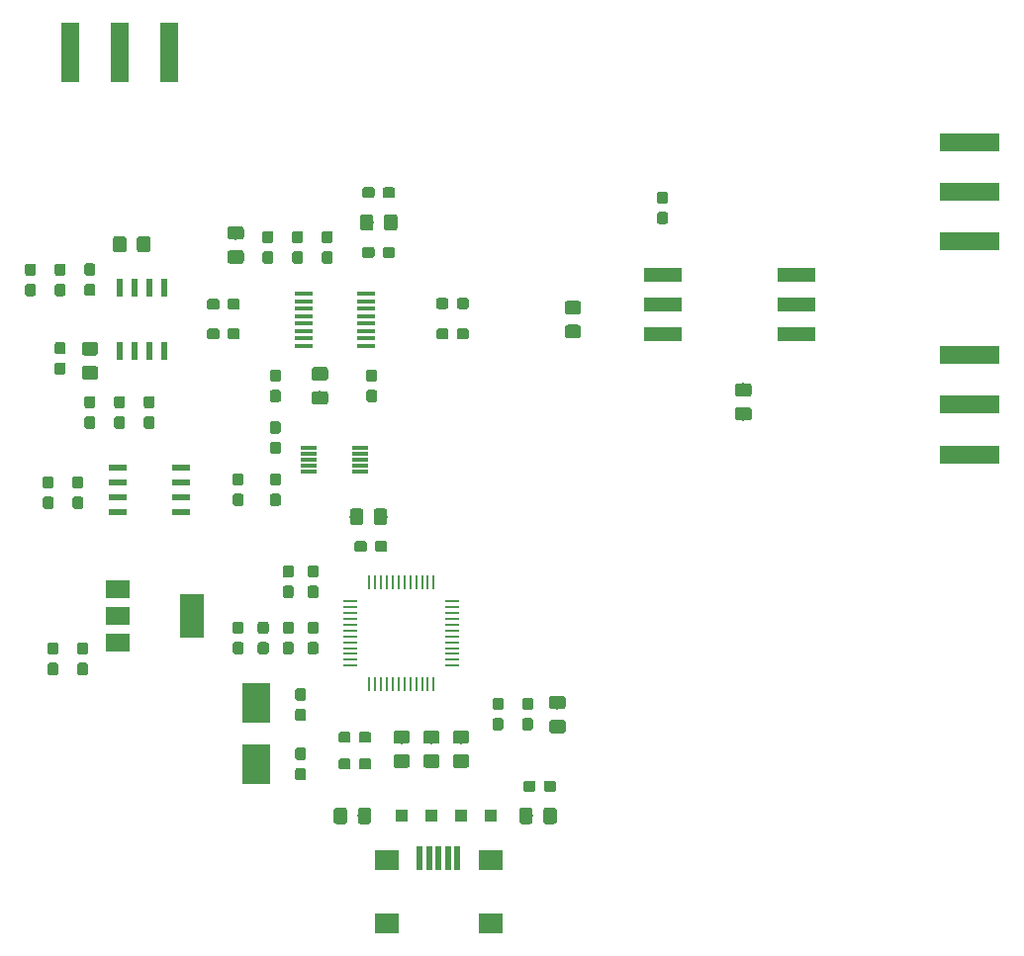
<source format=gbr>
G04 #@! TF.GenerationSoftware,KiCad,Pcbnew,(6.0.0-rc1-dev-1154-gcbd13c712)*
G04 #@! TF.CreationDate,2018-11-28T14:30:39+08:00*
G04 #@! TF.ProjectId,8330_EVA,38333330-5f45-4564-912e-6b696361645f,rev?*
G04 #@! TF.SameCoordinates,Original*
G04 #@! TF.FileFunction,Paste,Top*
G04 #@! TF.FilePolarity,Positive*
%FSLAX46Y46*%
G04 Gerber Fmt 4.6, Leading zero omitted, Abs format (unit mm)*
G04 Created by KiCad (PCBNEW (6.0.0-rc1-dev-1154-gcbd13c712)) date 2018/11/28 14:30:39*
%MOMM*%
%LPD*%
G01*
G04 APERTURE LIST*
%ADD10R,3.180000X1.270000*%
%ADD11C,0.100000*%
%ADD12C,1.150000*%
%ADD13C,0.950000*%
%ADD14R,2.000000X1.700000*%
%ADD15R,0.500000X2.000000*%
%ADD16R,1.000000X1.000000*%
%ADD17R,1.500000X5.080000*%
%ADD18R,5.080000X1.500000*%
%ADD19R,2.000000X3.800000*%
%ADD20R,2.000000X1.500000*%
%ADD21R,0.250000X1.300000*%
%ADD22R,1.300000X0.250000*%
%ADD23R,1.600000X0.410000*%
%ADD24R,0.600000X1.550000*%
%ADD25R,1.400000X0.300000*%
%ADD26R,1.550000X0.600000*%
%ADD27R,2.400000X3.500000*%
G04 APERTURE END LIST*
D10*
G04 #@! TO.C,T1*
X183009476Y-70484389D03*
X183009476Y-73024389D03*
X183009476Y-75564389D03*
X171579476Y-75564389D03*
X171579476Y-73024389D03*
X171579476Y-70484389D03*
G04 #@! TD*
D11*
G04 #@! TO.C,R10*
G36*
X178955225Y-79791804D02*
X178979493Y-79795404D01*
X179003292Y-79801365D01*
X179026391Y-79809630D01*
X179048570Y-79820120D01*
X179069613Y-79832732D01*
X179089319Y-79847347D01*
X179107497Y-79863823D01*
X179123973Y-79882001D01*
X179138588Y-79901707D01*
X179151200Y-79922750D01*
X179161690Y-79944929D01*
X179169955Y-79968028D01*
X179175916Y-79991827D01*
X179179516Y-80016095D01*
X179180720Y-80040599D01*
X179180720Y-80690601D01*
X179179516Y-80715105D01*
X179175916Y-80739373D01*
X179169955Y-80763172D01*
X179161690Y-80786271D01*
X179151200Y-80808450D01*
X179138588Y-80829493D01*
X179123973Y-80849199D01*
X179107497Y-80867377D01*
X179089319Y-80883853D01*
X179069613Y-80898468D01*
X179048570Y-80911080D01*
X179026391Y-80921570D01*
X179003292Y-80929835D01*
X178979493Y-80935796D01*
X178955225Y-80939396D01*
X178930721Y-80940600D01*
X178030719Y-80940600D01*
X178006215Y-80939396D01*
X177981947Y-80935796D01*
X177958148Y-80929835D01*
X177935049Y-80921570D01*
X177912870Y-80911080D01*
X177891827Y-80898468D01*
X177872121Y-80883853D01*
X177853943Y-80867377D01*
X177837467Y-80849199D01*
X177822852Y-80829493D01*
X177810240Y-80808450D01*
X177799750Y-80786271D01*
X177791485Y-80763172D01*
X177785524Y-80739373D01*
X177781924Y-80715105D01*
X177780720Y-80690601D01*
X177780720Y-80040599D01*
X177781924Y-80016095D01*
X177785524Y-79991827D01*
X177791485Y-79968028D01*
X177799750Y-79944929D01*
X177810240Y-79922750D01*
X177822852Y-79901707D01*
X177837467Y-79882001D01*
X177853943Y-79863823D01*
X177872121Y-79847347D01*
X177891827Y-79832732D01*
X177912870Y-79820120D01*
X177935049Y-79809630D01*
X177958148Y-79801365D01*
X177981947Y-79795404D01*
X178006215Y-79791804D01*
X178030719Y-79790600D01*
X178930721Y-79790600D01*
X178955225Y-79791804D01*
X178955225Y-79791804D01*
G37*
D12*
X178480720Y-80365600D03*
D11*
G36*
X178955225Y-81841804D02*
X178979493Y-81845404D01*
X179003292Y-81851365D01*
X179026391Y-81859630D01*
X179048570Y-81870120D01*
X179069613Y-81882732D01*
X179089319Y-81897347D01*
X179107497Y-81913823D01*
X179123973Y-81932001D01*
X179138588Y-81951707D01*
X179151200Y-81972750D01*
X179161690Y-81994929D01*
X179169955Y-82018028D01*
X179175916Y-82041827D01*
X179179516Y-82066095D01*
X179180720Y-82090599D01*
X179180720Y-82740601D01*
X179179516Y-82765105D01*
X179175916Y-82789373D01*
X179169955Y-82813172D01*
X179161690Y-82836271D01*
X179151200Y-82858450D01*
X179138588Y-82879493D01*
X179123973Y-82899199D01*
X179107497Y-82917377D01*
X179089319Y-82933853D01*
X179069613Y-82948468D01*
X179048570Y-82961080D01*
X179026391Y-82971570D01*
X179003292Y-82979835D01*
X178979493Y-82985796D01*
X178955225Y-82989396D01*
X178930721Y-82990600D01*
X178030719Y-82990600D01*
X178006215Y-82989396D01*
X177981947Y-82985796D01*
X177958148Y-82979835D01*
X177935049Y-82971570D01*
X177912870Y-82961080D01*
X177891827Y-82948468D01*
X177872121Y-82933853D01*
X177853943Y-82917377D01*
X177837467Y-82899199D01*
X177822852Y-82879493D01*
X177810240Y-82858450D01*
X177799750Y-82836271D01*
X177791485Y-82813172D01*
X177785524Y-82789373D01*
X177781924Y-82765105D01*
X177780720Y-82740601D01*
X177780720Y-82090599D01*
X177781924Y-82066095D01*
X177785524Y-82041827D01*
X177791485Y-82018028D01*
X177799750Y-81994929D01*
X177810240Y-81972750D01*
X177822852Y-81951707D01*
X177837467Y-81932001D01*
X177853943Y-81913823D01*
X177872121Y-81897347D01*
X177891827Y-81882732D01*
X177912870Y-81870120D01*
X177935049Y-81859630D01*
X177958148Y-81851365D01*
X177981947Y-81845404D01*
X178006215Y-81841804D01*
X178030719Y-81840600D01*
X178930721Y-81840600D01*
X178955225Y-81841804D01*
X178955225Y-81841804D01*
G37*
D12*
X178480720Y-82415600D03*
G04 #@! TD*
D11*
G04 #@! TO.C,R9*
G36*
X164365465Y-72731764D02*
X164389733Y-72735364D01*
X164413532Y-72741325D01*
X164436631Y-72749590D01*
X164458810Y-72760080D01*
X164479853Y-72772692D01*
X164499559Y-72787307D01*
X164517737Y-72803783D01*
X164534213Y-72821961D01*
X164548828Y-72841667D01*
X164561440Y-72862710D01*
X164571930Y-72884889D01*
X164580195Y-72907988D01*
X164586156Y-72931787D01*
X164589756Y-72956055D01*
X164590960Y-72980559D01*
X164590960Y-73630561D01*
X164589756Y-73655065D01*
X164586156Y-73679333D01*
X164580195Y-73703132D01*
X164571930Y-73726231D01*
X164561440Y-73748410D01*
X164548828Y-73769453D01*
X164534213Y-73789159D01*
X164517737Y-73807337D01*
X164499559Y-73823813D01*
X164479853Y-73838428D01*
X164458810Y-73851040D01*
X164436631Y-73861530D01*
X164413532Y-73869795D01*
X164389733Y-73875756D01*
X164365465Y-73879356D01*
X164340961Y-73880560D01*
X163440959Y-73880560D01*
X163416455Y-73879356D01*
X163392187Y-73875756D01*
X163368388Y-73869795D01*
X163345289Y-73861530D01*
X163323110Y-73851040D01*
X163302067Y-73838428D01*
X163282361Y-73823813D01*
X163264183Y-73807337D01*
X163247707Y-73789159D01*
X163233092Y-73769453D01*
X163220480Y-73748410D01*
X163209990Y-73726231D01*
X163201725Y-73703132D01*
X163195764Y-73679333D01*
X163192164Y-73655065D01*
X163190960Y-73630561D01*
X163190960Y-72980559D01*
X163192164Y-72956055D01*
X163195764Y-72931787D01*
X163201725Y-72907988D01*
X163209990Y-72884889D01*
X163220480Y-72862710D01*
X163233092Y-72841667D01*
X163247707Y-72821961D01*
X163264183Y-72803783D01*
X163282361Y-72787307D01*
X163302067Y-72772692D01*
X163323110Y-72760080D01*
X163345289Y-72749590D01*
X163368388Y-72741325D01*
X163392187Y-72735364D01*
X163416455Y-72731764D01*
X163440959Y-72730560D01*
X164340961Y-72730560D01*
X164365465Y-72731764D01*
X164365465Y-72731764D01*
G37*
D12*
X163890960Y-73305560D03*
D11*
G36*
X164365465Y-74781764D02*
X164389733Y-74785364D01*
X164413532Y-74791325D01*
X164436631Y-74799590D01*
X164458810Y-74810080D01*
X164479853Y-74822692D01*
X164499559Y-74837307D01*
X164517737Y-74853783D01*
X164534213Y-74871961D01*
X164548828Y-74891667D01*
X164561440Y-74912710D01*
X164571930Y-74934889D01*
X164580195Y-74957988D01*
X164586156Y-74981787D01*
X164589756Y-75006055D01*
X164590960Y-75030559D01*
X164590960Y-75680561D01*
X164589756Y-75705065D01*
X164586156Y-75729333D01*
X164580195Y-75753132D01*
X164571930Y-75776231D01*
X164561440Y-75798410D01*
X164548828Y-75819453D01*
X164534213Y-75839159D01*
X164517737Y-75857337D01*
X164499559Y-75873813D01*
X164479853Y-75888428D01*
X164458810Y-75901040D01*
X164436631Y-75911530D01*
X164413532Y-75919795D01*
X164389733Y-75925756D01*
X164365465Y-75929356D01*
X164340961Y-75930560D01*
X163440959Y-75930560D01*
X163416455Y-75929356D01*
X163392187Y-75925756D01*
X163368388Y-75919795D01*
X163345289Y-75911530D01*
X163323110Y-75901040D01*
X163302067Y-75888428D01*
X163282361Y-75873813D01*
X163264183Y-75857337D01*
X163247707Y-75839159D01*
X163233092Y-75819453D01*
X163220480Y-75798410D01*
X163209990Y-75776231D01*
X163201725Y-75753132D01*
X163195764Y-75729333D01*
X163192164Y-75705065D01*
X163190960Y-75680561D01*
X163190960Y-75030559D01*
X163192164Y-75006055D01*
X163195764Y-74981787D01*
X163201725Y-74957988D01*
X163209990Y-74934889D01*
X163220480Y-74912710D01*
X163233092Y-74891667D01*
X163247707Y-74871961D01*
X163264183Y-74853783D01*
X163282361Y-74837307D01*
X163302067Y-74822692D01*
X163323110Y-74810080D01*
X163345289Y-74799590D01*
X163368388Y-74791325D01*
X163392187Y-74785364D01*
X163416455Y-74781764D01*
X163440959Y-74780560D01*
X164340961Y-74780560D01*
X164365465Y-74781764D01*
X164365465Y-74781764D01*
G37*
D12*
X163890960Y-75355560D03*
G04 #@! TD*
D11*
G04 #@! TO.C,C29*
G36*
X153039739Y-75101304D02*
X153062794Y-75104723D01*
X153085403Y-75110387D01*
X153107347Y-75118239D01*
X153128417Y-75128204D01*
X153148408Y-75140186D01*
X153167128Y-75154070D01*
X153184398Y-75169722D01*
X153200050Y-75186992D01*
X153213934Y-75205712D01*
X153225916Y-75225703D01*
X153235881Y-75246773D01*
X153243733Y-75268717D01*
X153249397Y-75291326D01*
X153252816Y-75314381D01*
X153253960Y-75337660D01*
X153253960Y-75812660D01*
X153252816Y-75835939D01*
X153249397Y-75858994D01*
X153243733Y-75881603D01*
X153235881Y-75903547D01*
X153225916Y-75924617D01*
X153213934Y-75944608D01*
X153200050Y-75963328D01*
X153184398Y-75980598D01*
X153167128Y-75996250D01*
X153148408Y-76010134D01*
X153128417Y-76022116D01*
X153107347Y-76032081D01*
X153085403Y-76039933D01*
X153062794Y-76045597D01*
X153039739Y-76049016D01*
X153016460Y-76050160D01*
X152441460Y-76050160D01*
X152418181Y-76049016D01*
X152395126Y-76045597D01*
X152372517Y-76039933D01*
X152350573Y-76032081D01*
X152329503Y-76022116D01*
X152309512Y-76010134D01*
X152290792Y-75996250D01*
X152273522Y-75980598D01*
X152257870Y-75963328D01*
X152243986Y-75944608D01*
X152232004Y-75924617D01*
X152222039Y-75903547D01*
X152214187Y-75881603D01*
X152208523Y-75858994D01*
X152205104Y-75835939D01*
X152203960Y-75812660D01*
X152203960Y-75337660D01*
X152205104Y-75314381D01*
X152208523Y-75291326D01*
X152214187Y-75268717D01*
X152222039Y-75246773D01*
X152232004Y-75225703D01*
X152243986Y-75205712D01*
X152257870Y-75186992D01*
X152273522Y-75169722D01*
X152290792Y-75154070D01*
X152309512Y-75140186D01*
X152329503Y-75128204D01*
X152350573Y-75118239D01*
X152372517Y-75110387D01*
X152395126Y-75104723D01*
X152418181Y-75101304D01*
X152441460Y-75100160D01*
X153016460Y-75100160D01*
X153039739Y-75101304D01*
X153039739Y-75101304D01*
G37*
D13*
X152728960Y-75575160D03*
D11*
G36*
X154789739Y-75101304D02*
X154812794Y-75104723D01*
X154835403Y-75110387D01*
X154857347Y-75118239D01*
X154878417Y-75128204D01*
X154898408Y-75140186D01*
X154917128Y-75154070D01*
X154934398Y-75169722D01*
X154950050Y-75186992D01*
X154963934Y-75205712D01*
X154975916Y-75225703D01*
X154985881Y-75246773D01*
X154993733Y-75268717D01*
X154999397Y-75291326D01*
X155002816Y-75314381D01*
X155003960Y-75337660D01*
X155003960Y-75812660D01*
X155002816Y-75835939D01*
X154999397Y-75858994D01*
X154993733Y-75881603D01*
X154985881Y-75903547D01*
X154975916Y-75924617D01*
X154963934Y-75944608D01*
X154950050Y-75963328D01*
X154934398Y-75980598D01*
X154917128Y-75996250D01*
X154898408Y-76010134D01*
X154878417Y-76022116D01*
X154857347Y-76032081D01*
X154835403Y-76039933D01*
X154812794Y-76045597D01*
X154789739Y-76049016D01*
X154766460Y-76050160D01*
X154191460Y-76050160D01*
X154168181Y-76049016D01*
X154145126Y-76045597D01*
X154122517Y-76039933D01*
X154100573Y-76032081D01*
X154079503Y-76022116D01*
X154059512Y-76010134D01*
X154040792Y-75996250D01*
X154023522Y-75980598D01*
X154007870Y-75963328D01*
X153993986Y-75944608D01*
X153982004Y-75924617D01*
X153972039Y-75903547D01*
X153964187Y-75881603D01*
X153958523Y-75858994D01*
X153955104Y-75835939D01*
X153953960Y-75812660D01*
X153953960Y-75337660D01*
X153955104Y-75314381D01*
X153958523Y-75291326D01*
X153964187Y-75268717D01*
X153972039Y-75246773D01*
X153982004Y-75225703D01*
X153993986Y-75205712D01*
X154007870Y-75186992D01*
X154023522Y-75169722D01*
X154040792Y-75154070D01*
X154059512Y-75140186D01*
X154079503Y-75128204D01*
X154100573Y-75118239D01*
X154122517Y-75110387D01*
X154145126Y-75104723D01*
X154168181Y-75101304D01*
X154191460Y-75100160D01*
X154766460Y-75100160D01*
X154789739Y-75101304D01*
X154789739Y-75101304D01*
G37*
D13*
X154478960Y-75575160D03*
G04 #@! TD*
D11*
G04 #@! TO.C,C28*
G36*
X153024499Y-72485104D02*
X153047554Y-72488523D01*
X153070163Y-72494187D01*
X153092107Y-72502039D01*
X153113177Y-72512004D01*
X153133168Y-72523986D01*
X153151888Y-72537870D01*
X153169158Y-72553522D01*
X153184810Y-72570792D01*
X153198694Y-72589512D01*
X153210676Y-72609503D01*
X153220641Y-72630573D01*
X153228493Y-72652517D01*
X153234157Y-72675126D01*
X153237576Y-72698181D01*
X153238720Y-72721460D01*
X153238720Y-73196460D01*
X153237576Y-73219739D01*
X153234157Y-73242794D01*
X153228493Y-73265403D01*
X153220641Y-73287347D01*
X153210676Y-73308417D01*
X153198694Y-73328408D01*
X153184810Y-73347128D01*
X153169158Y-73364398D01*
X153151888Y-73380050D01*
X153133168Y-73393934D01*
X153113177Y-73405916D01*
X153092107Y-73415881D01*
X153070163Y-73423733D01*
X153047554Y-73429397D01*
X153024499Y-73432816D01*
X153001220Y-73433960D01*
X152426220Y-73433960D01*
X152402941Y-73432816D01*
X152379886Y-73429397D01*
X152357277Y-73423733D01*
X152335333Y-73415881D01*
X152314263Y-73405916D01*
X152294272Y-73393934D01*
X152275552Y-73380050D01*
X152258282Y-73364398D01*
X152242630Y-73347128D01*
X152228746Y-73328408D01*
X152216764Y-73308417D01*
X152206799Y-73287347D01*
X152198947Y-73265403D01*
X152193283Y-73242794D01*
X152189864Y-73219739D01*
X152188720Y-73196460D01*
X152188720Y-72721460D01*
X152189864Y-72698181D01*
X152193283Y-72675126D01*
X152198947Y-72652517D01*
X152206799Y-72630573D01*
X152216764Y-72609503D01*
X152228746Y-72589512D01*
X152242630Y-72570792D01*
X152258282Y-72553522D01*
X152275552Y-72537870D01*
X152294272Y-72523986D01*
X152314263Y-72512004D01*
X152335333Y-72502039D01*
X152357277Y-72494187D01*
X152379886Y-72488523D01*
X152402941Y-72485104D01*
X152426220Y-72483960D01*
X153001220Y-72483960D01*
X153024499Y-72485104D01*
X153024499Y-72485104D01*
G37*
D13*
X152713720Y-72958960D03*
D11*
G36*
X154774499Y-72485104D02*
X154797554Y-72488523D01*
X154820163Y-72494187D01*
X154842107Y-72502039D01*
X154863177Y-72512004D01*
X154883168Y-72523986D01*
X154901888Y-72537870D01*
X154919158Y-72553522D01*
X154934810Y-72570792D01*
X154948694Y-72589512D01*
X154960676Y-72609503D01*
X154970641Y-72630573D01*
X154978493Y-72652517D01*
X154984157Y-72675126D01*
X154987576Y-72698181D01*
X154988720Y-72721460D01*
X154988720Y-73196460D01*
X154987576Y-73219739D01*
X154984157Y-73242794D01*
X154978493Y-73265403D01*
X154970641Y-73287347D01*
X154960676Y-73308417D01*
X154948694Y-73328408D01*
X154934810Y-73347128D01*
X154919158Y-73364398D01*
X154901888Y-73380050D01*
X154883168Y-73393934D01*
X154863177Y-73405916D01*
X154842107Y-73415881D01*
X154820163Y-73423733D01*
X154797554Y-73429397D01*
X154774499Y-73432816D01*
X154751220Y-73433960D01*
X154176220Y-73433960D01*
X154152941Y-73432816D01*
X154129886Y-73429397D01*
X154107277Y-73423733D01*
X154085333Y-73415881D01*
X154064263Y-73405916D01*
X154044272Y-73393934D01*
X154025552Y-73380050D01*
X154008282Y-73364398D01*
X153992630Y-73347128D01*
X153978746Y-73328408D01*
X153966764Y-73308417D01*
X153956799Y-73287347D01*
X153948947Y-73265403D01*
X153943283Y-73242794D01*
X153939864Y-73219739D01*
X153938720Y-73196460D01*
X153938720Y-72721460D01*
X153939864Y-72698181D01*
X153943283Y-72675126D01*
X153948947Y-72652517D01*
X153956799Y-72630573D01*
X153966764Y-72609503D01*
X153978746Y-72589512D01*
X153992630Y-72570792D01*
X154008282Y-72553522D01*
X154025552Y-72537870D01*
X154044272Y-72523986D01*
X154064263Y-72512004D01*
X154085333Y-72502039D01*
X154107277Y-72494187D01*
X154129886Y-72488523D01*
X154152941Y-72485104D01*
X154176220Y-72483960D01*
X154751220Y-72483960D01*
X154774499Y-72485104D01*
X154774499Y-72485104D01*
G37*
D13*
X154463720Y-72958960D03*
G04 #@! TD*
D11*
G04 #@! TO.C,C26*
G36*
X171812379Y-63359744D02*
X171835434Y-63363163D01*
X171858043Y-63368827D01*
X171879987Y-63376679D01*
X171901057Y-63386644D01*
X171921048Y-63398626D01*
X171939768Y-63412510D01*
X171957038Y-63428162D01*
X171972690Y-63445432D01*
X171986574Y-63464152D01*
X171998556Y-63484143D01*
X172008521Y-63505213D01*
X172016373Y-63527157D01*
X172022037Y-63549766D01*
X172025456Y-63572821D01*
X172026600Y-63596100D01*
X172026600Y-64171100D01*
X172025456Y-64194379D01*
X172022037Y-64217434D01*
X172016373Y-64240043D01*
X172008521Y-64261987D01*
X171998556Y-64283057D01*
X171986574Y-64303048D01*
X171972690Y-64321768D01*
X171957038Y-64339038D01*
X171939768Y-64354690D01*
X171921048Y-64368574D01*
X171901057Y-64380556D01*
X171879987Y-64390521D01*
X171858043Y-64398373D01*
X171835434Y-64404037D01*
X171812379Y-64407456D01*
X171789100Y-64408600D01*
X171314100Y-64408600D01*
X171290821Y-64407456D01*
X171267766Y-64404037D01*
X171245157Y-64398373D01*
X171223213Y-64390521D01*
X171202143Y-64380556D01*
X171182152Y-64368574D01*
X171163432Y-64354690D01*
X171146162Y-64339038D01*
X171130510Y-64321768D01*
X171116626Y-64303048D01*
X171104644Y-64283057D01*
X171094679Y-64261987D01*
X171086827Y-64240043D01*
X171081163Y-64217434D01*
X171077744Y-64194379D01*
X171076600Y-64171100D01*
X171076600Y-63596100D01*
X171077744Y-63572821D01*
X171081163Y-63549766D01*
X171086827Y-63527157D01*
X171094679Y-63505213D01*
X171104644Y-63484143D01*
X171116626Y-63464152D01*
X171130510Y-63445432D01*
X171146162Y-63428162D01*
X171163432Y-63412510D01*
X171182152Y-63398626D01*
X171202143Y-63386644D01*
X171223213Y-63376679D01*
X171245157Y-63368827D01*
X171267766Y-63363163D01*
X171290821Y-63359744D01*
X171314100Y-63358600D01*
X171789100Y-63358600D01*
X171812379Y-63359744D01*
X171812379Y-63359744D01*
G37*
D13*
X171551600Y-63883600D03*
D11*
G36*
X171812379Y-65109744D02*
X171835434Y-65113163D01*
X171858043Y-65118827D01*
X171879987Y-65126679D01*
X171901057Y-65136644D01*
X171921048Y-65148626D01*
X171939768Y-65162510D01*
X171957038Y-65178162D01*
X171972690Y-65195432D01*
X171986574Y-65214152D01*
X171998556Y-65234143D01*
X172008521Y-65255213D01*
X172016373Y-65277157D01*
X172022037Y-65299766D01*
X172025456Y-65322821D01*
X172026600Y-65346100D01*
X172026600Y-65921100D01*
X172025456Y-65944379D01*
X172022037Y-65967434D01*
X172016373Y-65990043D01*
X172008521Y-66011987D01*
X171998556Y-66033057D01*
X171986574Y-66053048D01*
X171972690Y-66071768D01*
X171957038Y-66089038D01*
X171939768Y-66104690D01*
X171921048Y-66118574D01*
X171901057Y-66130556D01*
X171879987Y-66140521D01*
X171858043Y-66148373D01*
X171835434Y-66154037D01*
X171812379Y-66157456D01*
X171789100Y-66158600D01*
X171314100Y-66158600D01*
X171290821Y-66157456D01*
X171267766Y-66154037D01*
X171245157Y-66148373D01*
X171223213Y-66140521D01*
X171202143Y-66130556D01*
X171182152Y-66118574D01*
X171163432Y-66104690D01*
X171146162Y-66089038D01*
X171130510Y-66071768D01*
X171116626Y-66053048D01*
X171104644Y-66033057D01*
X171094679Y-66011987D01*
X171086827Y-65990043D01*
X171081163Y-65967434D01*
X171077744Y-65944379D01*
X171076600Y-65921100D01*
X171076600Y-65346100D01*
X171077744Y-65322821D01*
X171081163Y-65299766D01*
X171086827Y-65277157D01*
X171094679Y-65255213D01*
X171104644Y-65234143D01*
X171116626Y-65214152D01*
X171130510Y-65195432D01*
X171146162Y-65178162D01*
X171163432Y-65162510D01*
X171182152Y-65148626D01*
X171202143Y-65136644D01*
X171223213Y-65126679D01*
X171245157Y-65118827D01*
X171267766Y-65113163D01*
X171290821Y-65109744D01*
X171314100Y-65108600D01*
X171789100Y-65108600D01*
X171812379Y-65109744D01*
X171812379Y-65109744D01*
G37*
D13*
X171551600Y-65633600D03*
G04 #@! TD*
D14*
G04 #@! TO.C,J1*
X156850000Y-126040000D03*
X156850000Y-120590000D03*
X147950000Y-126040000D03*
X147950000Y-120590000D03*
D15*
X154000000Y-120490000D03*
X153200000Y-120490000D03*
X152400000Y-120490000D03*
X151600000Y-120490000D03*
X150800000Y-120490000D03*
G04 #@! TD*
D11*
G04 #@! TO.C,C1*
G36*
X160485779Y-113826144D02*
X160508834Y-113829563D01*
X160531443Y-113835227D01*
X160553387Y-113843079D01*
X160574457Y-113853044D01*
X160594448Y-113865026D01*
X160613168Y-113878910D01*
X160630438Y-113894562D01*
X160646090Y-113911832D01*
X160659974Y-113930552D01*
X160671956Y-113950543D01*
X160681921Y-113971613D01*
X160689773Y-113993557D01*
X160695437Y-114016166D01*
X160698856Y-114039221D01*
X160700000Y-114062500D01*
X160700000Y-114537500D01*
X160698856Y-114560779D01*
X160695437Y-114583834D01*
X160689773Y-114606443D01*
X160681921Y-114628387D01*
X160671956Y-114649457D01*
X160659974Y-114669448D01*
X160646090Y-114688168D01*
X160630438Y-114705438D01*
X160613168Y-114721090D01*
X160594448Y-114734974D01*
X160574457Y-114746956D01*
X160553387Y-114756921D01*
X160531443Y-114764773D01*
X160508834Y-114770437D01*
X160485779Y-114773856D01*
X160462500Y-114775000D01*
X159887500Y-114775000D01*
X159864221Y-114773856D01*
X159841166Y-114770437D01*
X159818557Y-114764773D01*
X159796613Y-114756921D01*
X159775543Y-114746956D01*
X159755552Y-114734974D01*
X159736832Y-114721090D01*
X159719562Y-114705438D01*
X159703910Y-114688168D01*
X159690026Y-114669448D01*
X159678044Y-114649457D01*
X159668079Y-114628387D01*
X159660227Y-114606443D01*
X159654563Y-114583834D01*
X159651144Y-114560779D01*
X159650000Y-114537500D01*
X159650000Y-114062500D01*
X159651144Y-114039221D01*
X159654563Y-114016166D01*
X159660227Y-113993557D01*
X159668079Y-113971613D01*
X159678044Y-113950543D01*
X159690026Y-113930552D01*
X159703910Y-113911832D01*
X159719562Y-113894562D01*
X159736832Y-113878910D01*
X159755552Y-113865026D01*
X159775543Y-113853044D01*
X159796613Y-113843079D01*
X159818557Y-113835227D01*
X159841166Y-113829563D01*
X159864221Y-113826144D01*
X159887500Y-113825000D01*
X160462500Y-113825000D01*
X160485779Y-113826144D01*
X160485779Y-113826144D01*
G37*
D13*
X160175000Y-114300000D03*
D11*
G36*
X162235779Y-113826144D02*
X162258834Y-113829563D01*
X162281443Y-113835227D01*
X162303387Y-113843079D01*
X162324457Y-113853044D01*
X162344448Y-113865026D01*
X162363168Y-113878910D01*
X162380438Y-113894562D01*
X162396090Y-113911832D01*
X162409974Y-113930552D01*
X162421956Y-113950543D01*
X162431921Y-113971613D01*
X162439773Y-113993557D01*
X162445437Y-114016166D01*
X162448856Y-114039221D01*
X162450000Y-114062500D01*
X162450000Y-114537500D01*
X162448856Y-114560779D01*
X162445437Y-114583834D01*
X162439773Y-114606443D01*
X162431921Y-114628387D01*
X162421956Y-114649457D01*
X162409974Y-114669448D01*
X162396090Y-114688168D01*
X162380438Y-114705438D01*
X162363168Y-114721090D01*
X162344448Y-114734974D01*
X162324457Y-114746956D01*
X162303387Y-114756921D01*
X162281443Y-114764773D01*
X162258834Y-114770437D01*
X162235779Y-114773856D01*
X162212500Y-114775000D01*
X161637500Y-114775000D01*
X161614221Y-114773856D01*
X161591166Y-114770437D01*
X161568557Y-114764773D01*
X161546613Y-114756921D01*
X161525543Y-114746956D01*
X161505552Y-114734974D01*
X161486832Y-114721090D01*
X161469562Y-114705438D01*
X161453910Y-114688168D01*
X161440026Y-114669448D01*
X161428044Y-114649457D01*
X161418079Y-114628387D01*
X161410227Y-114606443D01*
X161404563Y-114583834D01*
X161401144Y-114560779D01*
X161400000Y-114537500D01*
X161400000Y-114062500D01*
X161401144Y-114039221D01*
X161404563Y-114016166D01*
X161410227Y-113993557D01*
X161418079Y-113971613D01*
X161428044Y-113950543D01*
X161440026Y-113930552D01*
X161453910Y-113911832D01*
X161469562Y-113894562D01*
X161486832Y-113878910D01*
X161505552Y-113865026D01*
X161525543Y-113853044D01*
X161546613Y-113843079D01*
X161568557Y-113835227D01*
X161591166Y-113829563D01*
X161614221Y-113826144D01*
X161637500Y-113825000D01*
X162212500Y-113825000D01*
X162235779Y-113826144D01*
X162235779Y-113826144D01*
G37*
D13*
X161925000Y-114300000D03*
G04 #@! TD*
D11*
G04 #@! TO.C,C2*
G36*
X140849779Y-107666144D02*
X140872834Y-107669563D01*
X140895443Y-107675227D01*
X140917387Y-107683079D01*
X140938457Y-107693044D01*
X140958448Y-107705026D01*
X140977168Y-107718910D01*
X140994438Y-107734562D01*
X141010090Y-107751832D01*
X141023974Y-107770552D01*
X141035956Y-107790543D01*
X141045921Y-107811613D01*
X141053773Y-107833557D01*
X141059437Y-107856166D01*
X141062856Y-107879221D01*
X141064000Y-107902500D01*
X141064000Y-108477500D01*
X141062856Y-108500779D01*
X141059437Y-108523834D01*
X141053773Y-108546443D01*
X141045921Y-108568387D01*
X141035956Y-108589457D01*
X141023974Y-108609448D01*
X141010090Y-108628168D01*
X140994438Y-108645438D01*
X140977168Y-108661090D01*
X140958448Y-108674974D01*
X140938457Y-108686956D01*
X140917387Y-108696921D01*
X140895443Y-108704773D01*
X140872834Y-108710437D01*
X140849779Y-108713856D01*
X140826500Y-108715000D01*
X140351500Y-108715000D01*
X140328221Y-108713856D01*
X140305166Y-108710437D01*
X140282557Y-108704773D01*
X140260613Y-108696921D01*
X140239543Y-108686956D01*
X140219552Y-108674974D01*
X140200832Y-108661090D01*
X140183562Y-108645438D01*
X140167910Y-108628168D01*
X140154026Y-108609448D01*
X140142044Y-108589457D01*
X140132079Y-108568387D01*
X140124227Y-108546443D01*
X140118563Y-108523834D01*
X140115144Y-108500779D01*
X140114000Y-108477500D01*
X140114000Y-107902500D01*
X140115144Y-107879221D01*
X140118563Y-107856166D01*
X140124227Y-107833557D01*
X140132079Y-107811613D01*
X140142044Y-107790543D01*
X140154026Y-107770552D01*
X140167910Y-107751832D01*
X140183562Y-107734562D01*
X140200832Y-107718910D01*
X140219552Y-107705026D01*
X140239543Y-107693044D01*
X140260613Y-107683079D01*
X140282557Y-107675227D01*
X140305166Y-107669563D01*
X140328221Y-107666144D01*
X140351500Y-107665000D01*
X140826500Y-107665000D01*
X140849779Y-107666144D01*
X140849779Y-107666144D01*
G37*
D13*
X140589000Y-108190000D03*
D11*
G36*
X140849779Y-105916144D02*
X140872834Y-105919563D01*
X140895443Y-105925227D01*
X140917387Y-105933079D01*
X140938457Y-105943044D01*
X140958448Y-105955026D01*
X140977168Y-105968910D01*
X140994438Y-105984562D01*
X141010090Y-106001832D01*
X141023974Y-106020552D01*
X141035956Y-106040543D01*
X141045921Y-106061613D01*
X141053773Y-106083557D01*
X141059437Y-106106166D01*
X141062856Y-106129221D01*
X141064000Y-106152500D01*
X141064000Y-106727500D01*
X141062856Y-106750779D01*
X141059437Y-106773834D01*
X141053773Y-106796443D01*
X141045921Y-106818387D01*
X141035956Y-106839457D01*
X141023974Y-106859448D01*
X141010090Y-106878168D01*
X140994438Y-106895438D01*
X140977168Y-106911090D01*
X140958448Y-106924974D01*
X140938457Y-106936956D01*
X140917387Y-106946921D01*
X140895443Y-106954773D01*
X140872834Y-106960437D01*
X140849779Y-106963856D01*
X140826500Y-106965000D01*
X140351500Y-106965000D01*
X140328221Y-106963856D01*
X140305166Y-106960437D01*
X140282557Y-106954773D01*
X140260613Y-106946921D01*
X140239543Y-106936956D01*
X140219552Y-106924974D01*
X140200832Y-106911090D01*
X140183562Y-106895438D01*
X140167910Y-106878168D01*
X140154026Y-106859448D01*
X140142044Y-106839457D01*
X140132079Y-106818387D01*
X140124227Y-106796443D01*
X140118563Y-106773834D01*
X140115144Y-106750779D01*
X140114000Y-106727500D01*
X140114000Y-106152500D01*
X140115144Y-106129221D01*
X140118563Y-106106166D01*
X140124227Y-106083557D01*
X140132079Y-106061613D01*
X140142044Y-106040543D01*
X140154026Y-106020552D01*
X140167910Y-106001832D01*
X140183562Y-105984562D01*
X140200832Y-105968910D01*
X140219552Y-105955026D01*
X140239543Y-105943044D01*
X140260613Y-105933079D01*
X140282557Y-105925227D01*
X140305166Y-105919563D01*
X140328221Y-105916144D01*
X140351500Y-105915000D01*
X140826500Y-105915000D01*
X140849779Y-105916144D01*
X140849779Y-105916144D01*
G37*
D13*
X140589000Y-106440000D03*
G04 #@! TD*
D11*
G04 #@! TO.C,C3*
G36*
X140849779Y-112746144D02*
X140872834Y-112749563D01*
X140895443Y-112755227D01*
X140917387Y-112763079D01*
X140938457Y-112773044D01*
X140958448Y-112785026D01*
X140977168Y-112798910D01*
X140994438Y-112814562D01*
X141010090Y-112831832D01*
X141023974Y-112850552D01*
X141035956Y-112870543D01*
X141045921Y-112891613D01*
X141053773Y-112913557D01*
X141059437Y-112936166D01*
X141062856Y-112959221D01*
X141064000Y-112982500D01*
X141064000Y-113557500D01*
X141062856Y-113580779D01*
X141059437Y-113603834D01*
X141053773Y-113626443D01*
X141045921Y-113648387D01*
X141035956Y-113669457D01*
X141023974Y-113689448D01*
X141010090Y-113708168D01*
X140994438Y-113725438D01*
X140977168Y-113741090D01*
X140958448Y-113754974D01*
X140938457Y-113766956D01*
X140917387Y-113776921D01*
X140895443Y-113784773D01*
X140872834Y-113790437D01*
X140849779Y-113793856D01*
X140826500Y-113795000D01*
X140351500Y-113795000D01*
X140328221Y-113793856D01*
X140305166Y-113790437D01*
X140282557Y-113784773D01*
X140260613Y-113776921D01*
X140239543Y-113766956D01*
X140219552Y-113754974D01*
X140200832Y-113741090D01*
X140183562Y-113725438D01*
X140167910Y-113708168D01*
X140154026Y-113689448D01*
X140142044Y-113669457D01*
X140132079Y-113648387D01*
X140124227Y-113626443D01*
X140118563Y-113603834D01*
X140115144Y-113580779D01*
X140114000Y-113557500D01*
X140114000Y-112982500D01*
X140115144Y-112959221D01*
X140118563Y-112936166D01*
X140124227Y-112913557D01*
X140132079Y-112891613D01*
X140142044Y-112870543D01*
X140154026Y-112850552D01*
X140167910Y-112831832D01*
X140183562Y-112814562D01*
X140200832Y-112798910D01*
X140219552Y-112785026D01*
X140239543Y-112773044D01*
X140260613Y-112763079D01*
X140282557Y-112755227D01*
X140305166Y-112749563D01*
X140328221Y-112746144D01*
X140351500Y-112745000D01*
X140826500Y-112745000D01*
X140849779Y-112746144D01*
X140849779Y-112746144D01*
G37*
D13*
X140589000Y-113270000D03*
D11*
G36*
X140849779Y-110996144D02*
X140872834Y-110999563D01*
X140895443Y-111005227D01*
X140917387Y-111013079D01*
X140938457Y-111023044D01*
X140958448Y-111035026D01*
X140977168Y-111048910D01*
X140994438Y-111064562D01*
X141010090Y-111081832D01*
X141023974Y-111100552D01*
X141035956Y-111120543D01*
X141045921Y-111141613D01*
X141053773Y-111163557D01*
X141059437Y-111186166D01*
X141062856Y-111209221D01*
X141064000Y-111232500D01*
X141064000Y-111807500D01*
X141062856Y-111830779D01*
X141059437Y-111853834D01*
X141053773Y-111876443D01*
X141045921Y-111898387D01*
X141035956Y-111919457D01*
X141023974Y-111939448D01*
X141010090Y-111958168D01*
X140994438Y-111975438D01*
X140977168Y-111991090D01*
X140958448Y-112004974D01*
X140938457Y-112016956D01*
X140917387Y-112026921D01*
X140895443Y-112034773D01*
X140872834Y-112040437D01*
X140849779Y-112043856D01*
X140826500Y-112045000D01*
X140351500Y-112045000D01*
X140328221Y-112043856D01*
X140305166Y-112040437D01*
X140282557Y-112034773D01*
X140260613Y-112026921D01*
X140239543Y-112016956D01*
X140219552Y-112004974D01*
X140200832Y-111991090D01*
X140183562Y-111975438D01*
X140167910Y-111958168D01*
X140154026Y-111939448D01*
X140142044Y-111919457D01*
X140132079Y-111898387D01*
X140124227Y-111876443D01*
X140118563Y-111853834D01*
X140115144Y-111830779D01*
X140114000Y-111807500D01*
X140114000Y-111232500D01*
X140115144Y-111209221D01*
X140118563Y-111186166D01*
X140124227Y-111163557D01*
X140132079Y-111141613D01*
X140142044Y-111120543D01*
X140154026Y-111100552D01*
X140167910Y-111081832D01*
X140183562Y-111064562D01*
X140200832Y-111048910D01*
X140219552Y-111035026D01*
X140239543Y-111023044D01*
X140260613Y-111013079D01*
X140282557Y-111005227D01*
X140305166Y-110999563D01*
X140328221Y-110996144D01*
X140351500Y-110995000D01*
X140826500Y-110995000D01*
X140849779Y-110996144D01*
X140849779Y-110996144D01*
G37*
D13*
X140589000Y-111520000D03*
G04 #@! TD*
D11*
G04 #@! TO.C,C4*
G36*
X139777425Y-101951144D02*
X139800480Y-101954563D01*
X139823089Y-101960227D01*
X139845033Y-101968079D01*
X139866103Y-101978044D01*
X139886094Y-101990026D01*
X139904814Y-102003910D01*
X139922084Y-102019562D01*
X139937736Y-102036832D01*
X139951620Y-102055552D01*
X139963602Y-102075543D01*
X139973567Y-102096613D01*
X139981419Y-102118557D01*
X139987083Y-102141166D01*
X139990502Y-102164221D01*
X139991646Y-102187500D01*
X139991646Y-102762500D01*
X139990502Y-102785779D01*
X139987083Y-102808834D01*
X139981419Y-102831443D01*
X139973567Y-102853387D01*
X139963602Y-102874457D01*
X139951620Y-102894448D01*
X139937736Y-102913168D01*
X139922084Y-102930438D01*
X139904814Y-102946090D01*
X139886094Y-102959974D01*
X139866103Y-102971956D01*
X139845033Y-102981921D01*
X139823089Y-102989773D01*
X139800480Y-102995437D01*
X139777425Y-102998856D01*
X139754146Y-103000000D01*
X139279146Y-103000000D01*
X139255867Y-102998856D01*
X139232812Y-102995437D01*
X139210203Y-102989773D01*
X139188259Y-102981921D01*
X139167189Y-102971956D01*
X139147198Y-102959974D01*
X139128478Y-102946090D01*
X139111208Y-102930438D01*
X139095556Y-102913168D01*
X139081672Y-102894448D01*
X139069690Y-102874457D01*
X139059725Y-102853387D01*
X139051873Y-102831443D01*
X139046209Y-102808834D01*
X139042790Y-102785779D01*
X139041646Y-102762500D01*
X139041646Y-102187500D01*
X139042790Y-102164221D01*
X139046209Y-102141166D01*
X139051873Y-102118557D01*
X139059725Y-102096613D01*
X139069690Y-102075543D01*
X139081672Y-102055552D01*
X139095556Y-102036832D01*
X139111208Y-102019562D01*
X139128478Y-102003910D01*
X139147198Y-101990026D01*
X139167189Y-101978044D01*
X139188259Y-101968079D01*
X139210203Y-101960227D01*
X139232812Y-101954563D01*
X139255867Y-101951144D01*
X139279146Y-101950000D01*
X139754146Y-101950000D01*
X139777425Y-101951144D01*
X139777425Y-101951144D01*
G37*
D13*
X139516646Y-102475000D03*
D11*
G36*
X139777425Y-100201144D02*
X139800480Y-100204563D01*
X139823089Y-100210227D01*
X139845033Y-100218079D01*
X139866103Y-100228044D01*
X139886094Y-100240026D01*
X139904814Y-100253910D01*
X139922084Y-100269562D01*
X139937736Y-100286832D01*
X139951620Y-100305552D01*
X139963602Y-100325543D01*
X139973567Y-100346613D01*
X139981419Y-100368557D01*
X139987083Y-100391166D01*
X139990502Y-100414221D01*
X139991646Y-100437500D01*
X139991646Y-101012500D01*
X139990502Y-101035779D01*
X139987083Y-101058834D01*
X139981419Y-101081443D01*
X139973567Y-101103387D01*
X139963602Y-101124457D01*
X139951620Y-101144448D01*
X139937736Y-101163168D01*
X139922084Y-101180438D01*
X139904814Y-101196090D01*
X139886094Y-101209974D01*
X139866103Y-101221956D01*
X139845033Y-101231921D01*
X139823089Y-101239773D01*
X139800480Y-101245437D01*
X139777425Y-101248856D01*
X139754146Y-101250000D01*
X139279146Y-101250000D01*
X139255867Y-101248856D01*
X139232812Y-101245437D01*
X139210203Y-101239773D01*
X139188259Y-101231921D01*
X139167189Y-101221956D01*
X139147198Y-101209974D01*
X139128478Y-101196090D01*
X139111208Y-101180438D01*
X139095556Y-101163168D01*
X139081672Y-101144448D01*
X139069690Y-101124457D01*
X139059725Y-101103387D01*
X139051873Y-101081443D01*
X139046209Y-101058834D01*
X139042790Y-101035779D01*
X139041646Y-101012500D01*
X139041646Y-100437500D01*
X139042790Y-100414221D01*
X139046209Y-100391166D01*
X139051873Y-100368557D01*
X139059725Y-100346613D01*
X139069690Y-100325543D01*
X139081672Y-100305552D01*
X139095556Y-100286832D01*
X139111208Y-100269562D01*
X139128478Y-100253910D01*
X139147198Y-100240026D01*
X139167189Y-100228044D01*
X139188259Y-100218079D01*
X139210203Y-100210227D01*
X139232812Y-100204563D01*
X139255867Y-100201144D01*
X139279146Y-100200000D01*
X139754146Y-100200000D01*
X139777425Y-100201144D01*
X139777425Y-100201144D01*
G37*
D13*
X139516646Y-100725000D03*
G04 #@! TD*
D11*
G04 #@! TO.C,C5*
G36*
X144660554Y-111921144D02*
X144683609Y-111924563D01*
X144706218Y-111930227D01*
X144728162Y-111938079D01*
X144749232Y-111948044D01*
X144769223Y-111960026D01*
X144787943Y-111973910D01*
X144805213Y-111989562D01*
X144820865Y-112006832D01*
X144834749Y-112025552D01*
X144846731Y-112045543D01*
X144856696Y-112066613D01*
X144864548Y-112088557D01*
X144870212Y-112111166D01*
X144873631Y-112134221D01*
X144874775Y-112157500D01*
X144874775Y-112632500D01*
X144873631Y-112655779D01*
X144870212Y-112678834D01*
X144864548Y-112701443D01*
X144856696Y-112723387D01*
X144846731Y-112744457D01*
X144834749Y-112764448D01*
X144820865Y-112783168D01*
X144805213Y-112800438D01*
X144787943Y-112816090D01*
X144769223Y-112829974D01*
X144749232Y-112841956D01*
X144728162Y-112851921D01*
X144706218Y-112859773D01*
X144683609Y-112865437D01*
X144660554Y-112868856D01*
X144637275Y-112870000D01*
X144062275Y-112870000D01*
X144038996Y-112868856D01*
X144015941Y-112865437D01*
X143993332Y-112859773D01*
X143971388Y-112851921D01*
X143950318Y-112841956D01*
X143930327Y-112829974D01*
X143911607Y-112816090D01*
X143894337Y-112800438D01*
X143878685Y-112783168D01*
X143864801Y-112764448D01*
X143852819Y-112744457D01*
X143842854Y-112723387D01*
X143835002Y-112701443D01*
X143829338Y-112678834D01*
X143825919Y-112655779D01*
X143824775Y-112632500D01*
X143824775Y-112157500D01*
X143825919Y-112134221D01*
X143829338Y-112111166D01*
X143835002Y-112088557D01*
X143842854Y-112066613D01*
X143852819Y-112045543D01*
X143864801Y-112025552D01*
X143878685Y-112006832D01*
X143894337Y-111989562D01*
X143911607Y-111973910D01*
X143930327Y-111960026D01*
X143950318Y-111948044D01*
X143971388Y-111938079D01*
X143993332Y-111930227D01*
X144015941Y-111924563D01*
X144038996Y-111921144D01*
X144062275Y-111920000D01*
X144637275Y-111920000D01*
X144660554Y-111921144D01*
X144660554Y-111921144D01*
G37*
D13*
X144349775Y-112395000D03*
D11*
G36*
X146410554Y-111921144D02*
X146433609Y-111924563D01*
X146456218Y-111930227D01*
X146478162Y-111938079D01*
X146499232Y-111948044D01*
X146519223Y-111960026D01*
X146537943Y-111973910D01*
X146555213Y-111989562D01*
X146570865Y-112006832D01*
X146584749Y-112025552D01*
X146596731Y-112045543D01*
X146606696Y-112066613D01*
X146614548Y-112088557D01*
X146620212Y-112111166D01*
X146623631Y-112134221D01*
X146624775Y-112157500D01*
X146624775Y-112632500D01*
X146623631Y-112655779D01*
X146620212Y-112678834D01*
X146614548Y-112701443D01*
X146606696Y-112723387D01*
X146596731Y-112744457D01*
X146584749Y-112764448D01*
X146570865Y-112783168D01*
X146555213Y-112800438D01*
X146537943Y-112816090D01*
X146519223Y-112829974D01*
X146499232Y-112841956D01*
X146478162Y-112851921D01*
X146456218Y-112859773D01*
X146433609Y-112865437D01*
X146410554Y-112868856D01*
X146387275Y-112870000D01*
X145812275Y-112870000D01*
X145788996Y-112868856D01*
X145765941Y-112865437D01*
X145743332Y-112859773D01*
X145721388Y-112851921D01*
X145700318Y-112841956D01*
X145680327Y-112829974D01*
X145661607Y-112816090D01*
X145644337Y-112800438D01*
X145628685Y-112783168D01*
X145614801Y-112764448D01*
X145602819Y-112744457D01*
X145592854Y-112723387D01*
X145585002Y-112701443D01*
X145579338Y-112678834D01*
X145575919Y-112655779D01*
X145574775Y-112632500D01*
X145574775Y-112157500D01*
X145575919Y-112134221D01*
X145579338Y-112111166D01*
X145585002Y-112088557D01*
X145592854Y-112066613D01*
X145602819Y-112045543D01*
X145614801Y-112025552D01*
X145628685Y-112006832D01*
X145644337Y-111989562D01*
X145661607Y-111973910D01*
X145680327Y-111960026D01*
X145700318Y-111948044D01*
X145721388Y-111938079D01*
X145743332Y-111930227D01*
X145765941Y-111924563D01*
X145788996Y-111921144D01*
X145812275Y-111920000D01*
X146387275Y-111920000D01*
X146410554Y-111921144D01*
X146410554Y-111921144D01*
G37*
D13*
X146099775Y-112395000D03*
G04 #@! TD*
D11*
G04 #@! TO.C,C6*
G36*
X157740779Y-108465192D02*
X157763834Y-108468611D01*
X157786443Y-108474275D01*
X157808387Y-108482127D01*
X157829457Y-108492092D01*
X157849448Y-108504074D01*
X157868168Y-108517958D01*
X157885438Y-108533610D01*
X157901090Y-108550880D01*
X157914974Y-108569600D01*
X157926956Y-108589591D01*
X157936921Y-108610661D01*
X157944773Y-108632605D01*
X157950437Y-108655214D01*
X157953856Y-108678269D01*
X157955000Y-108701548D01*
X157955000Y-109276548D01*
X157953856Y-109299827D01*
X157950437Y-109322882D01*
X157944773Y-109345491D01*
X157936921Y-109367435D01*
X157926956Y-109388505D01*
X157914974Y-109408496D01*
X157901090Y-109427216D01*
X157885438Y-109444486D01*
X157868168Y-109460138D01*
X157849448Y-109474022D01*
X157829457Y-109486004D01*
X157808387Y-109495969D01*
X157786443Y-109503821D01*
X157763834Y-109509485D01*
X157740779Y-109512904D01*
X157717500Y-109514048D01*
X157242500Y-109514048D01*
X157219221Y-109512904D01*
X157196166Y-109509485D01*
X157173557Y-109503821D01*
X157151613Y-109495969D01*
X157130543Y-109486004D01*
X157110552Y-109474022D01*
X157091832Y-109460138D01*
X157074562Y-109444486D01*
X157058910Y-109427216D01*
X157045026Y-109408496D01*
X157033044Y-109388505D01*
X157023079Y-109367435D01*
X157015227Y-109345491D01*
X157009563Y-109322882D01*
X157006144Y-109299827D01*
X157005000Y-109276548D01*
X157005000Y-108701548D01*
X157006144Y-108678269D01*
X157009563Y-108655214D01*
X157015227Y-108632605D01*
X157023079Y-108610661D01*
X157033044Y-108589591D01*
X157045026Y-108569600D01*
X157058910Y-108550880D01*
X157074562Y-108533610D01*
X157091832Y-108517958D01*
X157110552Y-108504074D01*
X157130543Y-108492092D01*
X157151613Y-108482127D01*
X157173557Y-108474275D01*
X157196166Y-108468611D01*
X157219221Y-108465192D01*
X157242500Y-108464048D01*
X157717500Y-108464048D01*
X157740779Y-108465192D01*
X157740779Y-108465192D01*
G37*
D13*
X157480000Y-108989048D03*
D11*
G36*
X157740779Y-106715192D02*
X157763834Y-106718611D01*
X157786443Y-106724275D01*
X157808387Y-106732127D01*
X157829457Y-106742092D01*
X157849448Y-106754074D01*
X157868168Y-106767958D01*
X157885438Y-106783610D01*
X157901090Y-106800880D01*
X157914974Y-106819600D01*
X157926956Y-106839591D01*
X157936921Y-106860661D01*
X157944773Y-106882605D01*
X157950437Y-106905214D01*
X157953856Y-106928269D01*
X157955000Y-106951548D01*
X157955000Y-107526548D01*
X157953856Y-107549827D01*
X157950437Y-107572882D01*
X157944773Y-107595491D01*
X157936921Y-107617435D01*
X157926956Y-107638505D01*
X157914974Y-107658496D01*
X157901090Y-107677216D01*
X157885438Y-107694486D01*
X157868168Y-107710138D01*
X157849448Y-107724022D01*
X157829457Y-107736004D01*
X157808387Y-107745969D01*
X157786443Y-107753821D01*
X157763834Y-107759485D01*
X157740779Y-107762904D01*
X157717500Y-107764048D01*
X157242500Y-107764048D01*
X157219221Y-107762904D01*
X157196166Y-107759485D01*
X157173557Y-107753821D01*
X157151613Y-107745969D01*
X157130543Y-107736004D01*
X157110552Y-107724022D01*
X157091832Y-107710138D01*
X157074562Y-107694486D01*
X157058910Y-107677216D01*
X157045026Y-107658496D01*
X157033044Y-107638505D01*
X157023079Y-107617435D01*
X157015227Y-107595491D01*
X157009563Y-107572882D01*
X157006144Y-107549827D01*
X157005000Y-107526548D01*
X157005000Y-106951548D01*
X157006144Y-106928269D01*
X157009563Y-106905214D01*
X157015227Y-106882605D01*
X157023079Y-106860661D01*
X157033044Y-106839591D01*
X157045026Y-106819600D01*
X157058910Y-106800880D01*
X157074562Y-106783610D01*
X157091832Y-106767958D01*
X157110552Y-106754074D01*
X157130543Y-106742092D01*
X157151613Y-106732127D01*
X157173557Y-106724275D01*
X157196166Y-106718611D01*
X157219221Y-106715192D01*
X157242500Y-106714048D01*
X157717500Y-106714048D01*
X157740779Y-106715192D01*
X157740779Y-106715192D01*
G37*
D13*
X157480000Y-107239048D03*
G04 #@! TD*
D11*
G04 #@! TO.C,C7*
G36*
X137646602Y-100201144D02*
X137669657Y-100204563D01*
X137692266Y-100210227D01*
X137714210Y-100218079D01*
X137735280Y-100228044D01*
X137755271Y-100240026D01*
X137773991Y-100253910D01*
X137791261Y-100269562D01*
X137806913Y-100286832D01*
X137820797Y-100305552D01*
X137832779Y-100325543D01*
X137842744Y-100346613D01*
X137850596Y-100368557D01*
X137856260Y-100391166D01*
X137859679Y-100414221D01*
X137860823Y-100437500D01*
X137860823Y-101012500D01*
X137859679Y-101035779D01*
X137856260Y-101058834D01*
X137850596Y-101081443D01*
X137842744Y-101103387D01*
X137832779Y-101124457D01*
X137820797Y-101144448D01*
X137806913Y-101163168D01*
X137791261Y-101180438D01*
X137773991Y-101196090D01*
X137755271Y-101209974D01*
X137735280Y-101221956D01*
X137714210Y-101231921D01*
X137692266Y-101239773D01*
X137669657Y-101245437D01*
X137646602Y-101248856D01*
X137623323Y-101250000D01*
X137148323Y-101250000D01*
X137125044Y-101248856D01*
X137101989Y-101245437D01*
X137079380Y-101239773D01*
X137057436Y-101231921D01*
X137036366Y-101221956D01*
X137016375Y-101209974D01*
X136997655Y-101196090D01*
X136980385Y-101180438D01*
X136964733Y-101163168D01*
X136950849Y-101144448D01*
X136938867Y-101124457D01*
X136928902Y-101103387D01*
X136921050Y-101081443D01*
X136915386Y-101058834D01*
X136911967Y-101035779D01*
X136910823Y-101012500D01*
X136910823Y-100437500D01*
X136911967Y-100414221D01*
X136915386Y-100391166D01*
X136921050Y-100368557D01*
X136928902Y-100346613D01*
X136938867Y-100325543D01*
X136950849Y-100305552D01*
X136964733Y-100286832D01*
X136980385Y-100269562D01*
X136997655Y-100253910D01*
X137016375Y-100240026D01*
X137036366Y-100228044D01*
X137057436Y-100218079D01*
X137079380Y-100210227D01*
X137101989Y-100204563D01*
X137125044Y-100201144D01*
X137148323Y-100200000D01*
X137623323Y-100200000D01*
X137646602Y-100201144D01*
X137646602Y-100201144D01*
G37*
D13*
X137385823Y-100725000D03*
D11*
G36*
X137646602Y-101951144D02*
X137669657Y-101954563D01*
X137692266Y-101960227D01*
X137714210Y-101968079D01*
X137735280Y-101978044D01*
X137755271Y-101990026D01*
X137773991Y-102003910D01*
X137791261Y-102019562D01*
X137806913Y-102036832D01*
X137820797Y-102055552D01*
X137832779Y-102075543D01*
X137842744Y-102096613D01*
X137850596Y-102118557D01*
X137856260Y-102141166D01*
X137859679Y-102164221D01*
X137860823Y-102187500D01*
X137860823Y-102762500D01*
X137859679Y-102785779D01*
X137856260Y-102808834D01*
X137850596Y-102831443D01*
X137842744Y-102853387D01*
X137832779Y-102874457D01*
X137820797Y-102894448D01*
X137806913Y-102913168D01*
X137791261Y-102930438D01*
X137773991Y-102946090D01*
X137755271Y-102959974D01*
X137735280Y-102971956D01*
X137714210Y-102981921D01*
X137692266Y-102989773D01*
X137669657Y-102995437D01*
X137646602Y-102998856D01*
X137623323Y-103000000D01*
X137148323Y-103000000D01*
X137125044Y-102998856D01*
X137101989Y-102995437D01*
X137079380Y-102989773D01*
X137057436Y-102981921D01*
X137036366Y-102971956D01*
X137016375Y-102959974D01*
X136997655Y-102946090D01*
X136980385Y-102930438D01*
X136964733Y-102913168D01*
X136950849Y-102894448D01*
X136938867Y-102874457D01*
X136928902Y-102853387D01*
X136921050Y-102831443D01*
X136915386Y-102808834D01*
X136911967Y-102785779D01*
X136910823Y-102762500D01*
X136910823Y-102187500D01*
X136911967Y-102164221D01*
X136915386Y-102141166D01*
X136921050Y-102118557D01*
X136928902Y-102096613D01*
X136938867Y-102075543D01*
X136950849Y-102055552D01*
X136964733Y-102036832D01*
X136980385Y-102019562D01*
X136997655Y-102003910D01*
X137016375Y-101990026D01*
X137036366Y-101978044D01*
X137057436Y-101968079D01*
X137079380Y-101960227D01*
X137101989Y-101954563D01*
X137125044Y-101951144D01*
X137148323Y-101950000D01*
X137623323Y-101950000D01*
X137646602Y-101951144D01*
X137646602Y-101951144D01*
G37*
D13*
X137385823Y-102475000D03*
G04 #@! TD*
D11*
G04 #@! TO.C,C8*
G36*
X139777425Y-97128687D02*
X139800480Y-97132106D01*
X139823089Y-97137770D01*
X139845033Y-97145622D01*
X139866103Y-97155587D01*
X139886094Y-97167569D01*
X139904814Y-97181453D01*
X139922084Y-97197105D01*
X139937736Y-97214375D01*
X139951620Y-97233095D01*
X139963602Y-97253086D01*
X139973567Y-97274156D01*
X139981419Y-97296100D01*
X139987083Y-97318709D01*
X139990502Y-97341764D01*
X139991646Y-97365043D01*
X139991646Y-97940043D01*
X139990502Y-97963322D01*
X139987083Y-97986377D01*
X139981419Y-98008986D01*
X139973567Y-98030930D01*
X139963602Y-98052000D01*
X139951620Y-98071991D01*
X139937736Y-98090711D01*
X139922084Y-98107981D01*
X139904814Y-98123633D01*
X139886094Y-98137517D01*
X139866103Y-98149499D01*
X139845033Y-98159464D01*
X139823089Y-98167316D01*
X139800480Y-98172980D01*
X139777425Y-98176399D01*
X139754146Y-98177543D01*
X139279146Y-98177543D01*
X139255867Y-98176399D01*
X139232812Y-98172980D01*
X139210203Y-98167316D01*
X139188259Y-98159464D01*
X139167189Y-98149499D01*
X139147198Y-98137517D01*
X139128478Y-98123633D01*
X139111208Y-98107981D01*
X139095556Y-98090711D01*
X139081672Y-98071991D01*
X139069690Y-98052000D01*
X139059725Y-98030930D01*
X139051873Y-98008986D01*
X139046209Y-97986377D01*
X139042790Y-97963322D01*
X139041646Y-97940043D01*
X139041646Y-97365043D01*
X139042790Y-97341764D01*
X139046209Y-97318709D01*
X139051873Y-97296100D01*
X139059725Y-97274156D01*
X139069690Y-97253086D01*
X139081672Y-97233095D01*
X139095556Y-97214375D01*
X139111208Y-97197105D01*
X139128478Y-97181453D01*
X139147198Y-97167569D01*
X139167189Y-97155587D01*
X139188259Y-97145622D01*
X139210203Y-97137770D01*
X139232812Y-97132106D01*
X139255867Y-97128687D01*
X139279146Y-97127543D01*
X139754146Y-97127543D01*
X139777425Y-97128687D01*
X139777425Y-97128687D01*
G37*
D13*
X139516646Y-97652543D03*
D11*
G36*
X139777425Y-95378687D02*
X139800480Y-95382106D01*
X139823089Y-95387770D01*
X139845033Y-95395622D01*
X139866103Y-95405587D01*
X139886094Y-95417569D01*
X139904814Y-95431453D01*
X139922084Y-95447105D01*
X139937736Y-95464375D01*
X139951620Y-95483095D01*
X139963602Y-95503086D01*
X139973567Y-95524156D01*
X139981419Y-95546100D01*
X139987083Y-95568709D01*
X139990502Y-95591764D01*
X139991646Y-95615043D01*
X139991646Y-96190043D01*
X139990502Y-96213322D01*
X139987083Y-96236377D01*
X139981419Y-96258986D01*
X139973567Y-96280930D01*
X139963602Y-96302000D01*
X139951620Y-96321991D01*
X139937736Y-96340711D01*
X139922084Y-96357981D01*
X139904814Y-96373633D01*
X139886094Y-96387517D01*
X139866103Y-96399499D01*
X139845033Y-96409464D01*
X139823089Y-96417316D01*
X139800480Y-96422980D01*
X139777425Y-96426399D01*
X139754146Y-96427543D01*
X139279146Y-96427543D01*
X139255867Y-96426399D01*
X139232812Y-96422980D01*
X139210203Y-96417316D01*
X139188259Y-96409464D01*
X139167189Y-96399499D01*
X139147198Y-96387517D01*
X139128478Y-96373633D01*
X139111208Y-96357981D01*
X139095556Y-96340711D01*
X139081672Y-96321991D01*
X139069690Y-96302000D01*
X139059725Y-96280930D01*
X139051873Y-96258986D01*
X139046209Y-96236377D01*
X139042790Y-96213322D01*
X139041646Y-96190043D01*
X139041646Y-95615043D01*
X139042790Y-95591764D01*
X139046209Y-95568709D01*
X139051873Y-95546100D01*
X139059725Y-95524156D01*
X139069690Y-95503086D01*
X139081672Y-95483095D01*
X139095556Y-95464375D01*
X139111208Y-95447105D01*
X139128478Y-95431453D01*
X139147198Y-95417569D01*
X139167189Y-95405587D01*
X139188259Y-95395622D01*
X139210203Y-95387770D01*
X139232812Y-95382106D01*
X139255867Y-95378687D01*
X139279146Y-95377543D01*
X139754146Y-95377543D01*
X139777425Y-95378687D01*
X139777425Y-95378687D01*
G37*
D13*
X139516646Y-95902543D03*
G04 #@! TD*
D11*
G04 #@! TO.C,C9*
G36*
X146410554Y-109638687D02*
X146433609Y-109642106D01*
X146456218Y-109647770D01*
X146478162Y-109655622D01*
X146499232Y-109665587D01*
X146519223Y-109677569D01*
X146537943Y-109691453D01*
X146555213Y-109707105D01*
X146570865Y-109724375D01*
X146584749Y-109743095D01*
X146596731Y-109763086D01*
X146606696Y-109784156D01*
X146614548Y-109806100D01*
X146620212Y-109828709D01*
X146623631Y-109851764D01*
X146624775Y-109875043D01*
X146624775Y-110350043D01*
X146623631Y-110373322D01*
X146620212Y-110396377D01*
X146614548Y-110418986D01*
X146606696Y-110440930D01*
X146596731Y-110462000D01*
X146584749Y-110481991D01*
X146570865Y-110500711D01*
X146555213Y-110517981D01*
X146537943Y-110533633D01*
X146519223Y-110547517D01*
X146499232Y-110559499D01*
X146478162Y-110569464D01*
X146456218Y-110577316D01*
X146433609Y-110582980D01*
X146410554Y-110586399D01*
X146387275Y-110587543D01*
X145812275Y-110587543D01*
X145788996Y-110586399D01*
X145765941Y-110582980D01*
X145743332Y-110577316D01*
X145721388Y-110569464D01*
X145700318Y-110559499D01*
X145680327Y-110547517D01*
X145661607Y-110533633D01*
X145644337Y-110517981D01*
X145628685Y-110500711D01*
X145614801Y-110481991D01*
X145602819Y-110462000D01*
X145592854Y-110440930D01*
X145585002Y-110418986D01*
X145579338Y-110396377D01*
X145575919Y-110373322D01*
X145574775Y-110350043D01*
X145574775Y-109875043D01*
X145575919Y-109851764D01*
X145579338Y-109828709D01*
X145585002Y-109806100D01*
X145592854Y-109784156D01*
X145602819Y-109763086D01*
X145614801Y-109743095D01*
X145628685Y-109724375D01*
X145644337Y-109707105D01*
X145661607Y-109691453D01*
X145680327Y-109677569D01*
X145700318Y-109665587D01*
X145721388Y-109655622D01*
X145743332Y-109647770D01*
X145765941Y-109642106D01*
X145788996Y-109638687D01*
X145812275Y-109637543D01*
X146387275Y-109637543D01*
X146410554Y-109638687D01*
X146410554Y-109638687D01*
G37*
D13*
X146099775Y-110112543D03*
D11*
G36*
X144660554Y-109638687D02*
X144683609Y-109642106D01*
X144706218Y-109647770D01*
X144728162Y-109655622D01*
X144749232Y-109665587D01*
X144769223Y-109677569D01*
X144787943Y-109691453D01*
X144805213Y-109707105D01*
X144820865Y-109724375D01*
X144834749Y-109743095D01*
X144846731Y-109763086D01*
X144856696Y-109784156D01*
X144864548Y-109806100D01*
X144870212Y-109828709D01*
X144873631Y-109851764D01*
X144874775Y-109875043D01*
X144874775Y-110350043D01*
X144873631Y-110373322D01*
X144870212Y-110396377D01*
X144864548Y-110418986D01*
X144856696Y-110440930D01*
X144846731Y-110462000D01*
X144834749Y-110481991D01*
X144820865Y-110500711D01*
X144805213Y-110517981D01*
X144787943Y-110533633D01*
X144769223Y-110547517D01*
X144749232Y-110559499D01*
X144728162Y-110569464D01*
X144706218Y-110577316D01*
X144683609Y-110582980D01*
X144660554Y-110586399D01*
X144637275Y-110587543D01*
X144062275Y-110587543D01*
X144038996Y-110586399D01*
X144015941Y-110582980D01*
X143993332Y-110577316D01*
X143971388Y-110569464D01*
X143950318Y-110559499D01*
X143930327Y-110547517D01*
X143911607Y-110533633D01*
X143894337Y-110517981D01*
X143878685Y-110500711D01*
X143864801Y-110481991D01*
X143852819Y-110462000D01*
X143842854Y-110440930D01*
X143835002Y-110418986D01*
X143829338Y-110396377D01*
X143825919Y-110373322D01*
X143824775Y-110350043D01*
X143824775Y-109875043D01*
X143825919Y-109851764D01*
X143829338Y-109828709D01*
X143835002Y-109806100D01*
X143842854Y-109784156D01*
X143852819Y-109763086D01*
X143864801Y-109743095D01*
X143878685Y-109724375D01*
X143894337Y-109707105D01*
X143911607Y-109691453D01*
X143930327Y-109677569D01*
X143950318Y-109665587D01*
X143971388Y-109655622D01*
X143993332Y-109647770D01*
X144015941Y-109642106D01*
X144038996Y-109638687D01*
X144062275Y-109637543D01*
X144637275Y-109637543D01*
X144660554Y-109638687D01*
X144660554Y-109638687D01*
G37*
D13*
X144349775Y-110112543D03*
G04 #@! TD*
D11*
G04 #@! TO.C,C10*
G36*
X160280779Y-106715192D02*
X160303834Y-106718611D01*
X160326443Y-106724275D01*
X160348387Y-106732127D01*
X160369457Y-106742092D01*
X160389448Y-106754074D01*
X160408168Y-106767958D01*
X160425438Y-106783610D01*
X160441090Y-106800880D01*
X160454974Y-106819600D01*
X160466956Y-106839591D01*
X160476921Y-106860661D01*
X160484773Y-106882605D01*
X160490437Y-106905214D01*
X160493856Y-106928269D01*
X160495000Y-106951548D01*
X160495000Y-107526548D01*
X160493856Y-107549827D01*
X160490437Y-107572882D01*
X160484773Y-107595491D01*
X160476921Y-107617435D01*
X160466956Y-107638505D01*
X160454974Y-107658496D01*
X160441090Y-107677216D01*
X160425438Y-107694486D01*
X160408168Y-107710138D01*
X160389448Y-107724022D01*
X160369457Y-107736004D01*
X160348387Y-107745969D01*
X160326443Y-107753821D01*
X160303834Y-107759485D01*
X160280779Y-107762904D01*
X160257500Y-107764048D01*
X159782500Y-107764048D01*
X159759221Y-107762904D01*
X159736166Y-107759485D01*
X159713557Y-107753821D01*
X159691613Y-107745969D01*
X159670543Y-107736004D01*
X159650552Y-107724022D01*
X159631832Y-107710138D01*
X159614562Y-107694486D01*
X159598910Y-107677216D01*
X159585026Y-107658496D01*
X159573044Y-107638505D01*
X159563079Y-107617435D01*
X159555227Y-107595491D01*
X159549563Y-107572882D01*
X159546144Y-107549827D01*
X159545000Y-107526548D01*
X159545000Y-106951548D01*
X159546144Y-106928269D01*
X159549563Y-106905214D01*
X159555227Y-106882605D01*
X159563079Y-106860661D01*
X159573044Y-106839591D01*
X159585026Y-106819600D01*
X159598910Y-106800880D01*
X159614562Y-106783610D01*
X159631832Y-106767958D01*
X159650552Y-106754074D01*
X159670543Y-106742092D01*
X159691613Y-106732127D01*
X159713557Y-106724275D01*
X159736166Y-106718611D01*
X159759221Y-106715192D01*
X159782500Y-106714048D01*
X160257500Y-106714048D01*
X160280779Y-106715192D01*
X160280779Y-106715192D01*
G37*
D13*
X160020000Y-107239048D03*
D11*
G36*
X160280779Y-108465192D02*
X160303834Y-108468611D01*
X160326443Y-108474275D01*
X160348387Y-108482127D01*
X160369457Y-108492092D01*
X160389448Y-108504074D01*
X160408168Y-108517958D01*
X160425438Y-108533610D01*
X160441090Y-108550880D01*
X160454974Y-108569600D01*
X160466956Y-108589591D01*
X160476921Y-108610661D01*
X160484773Y-108632605D01*
X160490437Y-108655214D01*
X160493856Y-108678269D01*
X160495000Y-108701548D01*
X160495000Y-109276548D01*
X160493856Y-109299827D01*
X160490437Y-109322882D01*
X160484773Y-109345491D01*
X160476921Y-109367435D01*
X160466956Y-109388505D01*
X160454974Y-109408496D01*
X160441090Y-109427216D01*
X160425438Y-109444486D01*
X160408168Y-109460138D01*
X160389448Y-109474022D01*
X160369457Y-109486004D01*
X160348387Y-109495969D01*
X160326443Y-109503821D01*
X160303834Y-109509485D01*
X160280779Y-109512904D01*
X160257500Y-109514048D01*
X159782500Y-109514048D01*
X159759221Y-109512904D01*
X159736166Y-109509485D01*
X159713557Y-109503821D01*
X159691613Y-109495969D01*
X159670543Y-109486004D01*
X159650552Y-109474022D01*
X159631832Y-109460138D01*
X159614562Y-109444486D01*
X159598910Y-109427216D01*
X159585026Y-109408496D01*
X159573044Y-109388505D01*
X159563079Y-109367435D01*
X159555227Y-109345491D01*
X159549563Y-109322882D01*
X159546144Y-109299827D01*
X159545000Y-109276548D01*
X159545000Y-108701548D01*
X159546144Y-108678269D01*
X159549563Y-108655214D01*
X159555227Y-108632605D01*
X159563079Y-108610661D01*
X159573044Y-108589591D01*
X159585026Y-108569600D01*
X159598910Y-108550880D01*
X159614562Y-108533610D01*
X159631832Y-108517958D01*
X159650552Y-108504074D01*
X159670543Y-108492092D01*
X159691613Y-108482127D01*
X159713557Y-108474275D01*
X159736166Y-108468611D01*
X159759221Y-108465192D01*
X159782500Y-108464048D01*
X160257500Y-108464048D01*
X160280779Y-108465192D01*
X160280779Y-108465192D01*
G37*
D13*
X160020000Y-108989048D03*
G04 #@! TD*
D11*
G04 #@! TO.C,C11*
G36*
X141908250Y-101951144D02*
X141931305Y-101954563D01*
X141953914Y-101960227D01*
X141975858Y-101968079D01*
X141996928Y-101978044D01*
X142016919Y-101990026D01*
X142035639Y-102003910D01*
X142052909Y-102019562D01*
X142068561Y-102036832D01*
X142082445Y-102055552D01*
X142094427Y-102075543D01*
X142104392Y-102096613D01*
X142112244Y-102118557D01*
X142117908Y-102141166D01*
X142121327Y-102164221D01*
X142122471Y-102187500D01*
X142122471Y-102762500D01*
X142121327Y-102785779D01*
X142117908Y-102808834D01*
X142112244Y-102831443D01*
X142104392Y-102853387D01*
X142094427Y-102874457D01*
X142082445Y-102894448D01*
X142068561Y-102913168D01*
X142052909Y-102930438D01*
X142035639Y-102946090D01*
X142016919Y-102959974D01*
X141996928Y-102971956D01*
X141975858Y-102981921D01*
X141953914Y-102989773D01*
X141931305Y-102995437D01*
X141908250Y-102998856D01*
X141884971Y-103000000D01*
X141409971Y-103000000D01*
X141386692Y-102998856D01*
X141363637Y-102995437D01*
X141341028Y-102989773D01*
X141319084Y-102981921D01*
X141298014Y-102971956D01*
X141278023Y-102959974D01*
X141259303Y-102946090D01*
X141242033Y-102930438D01*
X141226381Y-102913168D01*
X141212497Y-102894448D01*
X141200515Y-102874457D01*
X141190550Y-102853387D01*
X141182698Y-102831443D01*
X141177034Y-102808834D01*
X141173615Y-102785779D01*
X141172471Y-102762500D01*
X141172471Y-102187500D01*
X141173615Y-102164221D01*
X141177034Y-102141166D01*
X141182698Y-102118557D01*
X141190550Y-102096613D01*
X141200515Y-102075543D01*
X141212497Y-102055552D01*
X141226381Y-102036832D01*
X141242033Y-102019562D01*
X141259303Y-102003910D01*
X141278023Y-101990026D01*
X141298014Y-101978044D01*
X141319084Y-101968079D01*
X141341028Y-101960227D01*
X141363637Y-101954563D01*
X141386692Y-101951144D01*
X141409971Y-101950000D01*
X141884971Y-101950000D01*
X141908250Y-101951144D01*
X141908250Y-101951144D01*
G37*
D13*
X141647471Y-102475000D03*
D11*
G36*
X141908250Y-100201144D02*
X141931305Y-100204563D01*
X141953914Y-100210227D01*
X141975858Y-100218079D01*
X141996928Y-100228044D01*
X142016919Y-100240026D01*
X142035639Y-100253910D01*
X142052909Y-100269562D01*
X142068561Y-100286832D01*
X142082445Y-100305552D01*
X142094427Y-100325543D01*
X142104392Y-100346613D01*
X142112244Y-100368557D01*
X142117908Y-100391166D01*
X142121327Y-100414221D01*
X142122471Y-100437500D01*
X142122471Y-101012500D01*
X142121327Y-101035779D01*
X142117908Y-101058834D01*
X142112244Y-101081443D01*
X142104392Y-101103387D01*
X142094427Y-101124457D01*
X142082445Y-101144448D01*
X142068561Y-101163168D01*
X142052909Y-101180438D01*
X142035639Y-101196090D01*
X142016919Y-101209974D01*
X141996928Y-101221956D01*
X141975858Y-101231921D01*
X141953914Y-101239773D01*
X141931305Y-101245437D01*
X141908250Y-101248856D01*
X141884971Y-101250000D01*
X141409971Y-101250000D01*
X141386692Y-101248856D01*
X141363637Y-101245437D01*
X141341028Y-101239773D01*
X141319084Y-101231921D01*
X141298014Y-101221956D01*
X141278023Y-101209974D01*
X141259303Y-101196090D01*
X141242033Y-101180438D01*
X141226381Y-101163168D01*
X141212497Y-101144448D01*
X141200515Y-101124457D01*
X141190550Y-101103387D01*
X141182698Y-101081443D01*
X141177034Y-101058834D01*
X141173615Y-101035779D01*
X141172471Y-101012500D01*
X141172471Y-100437500D01*
X141173615Y-100414221D01*
X141177034Y-100391166D01*
X141182698Y-100368557D01*
X141190550Y-100346613D01*
X141200515Y-100325543D01*
X141212497Y-100305552D01*
X141226381Y-100286832D01*
X141242033Y-100269562D01*
X141259303Y-100253910D01*
X141278023Y-100240026D01*
X141298014Y-100228044D01*
X141319084Y-100218079D01*
X141341028Y-100210227D01*
X141363637Y-100204563D01*
X141386692Y-100201144D01*
X141409971Y-100200000D01*
X141884971Y-100200000D01*
X141908250Y-100201144D01*
X141908250Y-100201144D01*
G37*
D13*
X141647471Y-100725000D03*
G04 #@! TD*
D11*
G04 #@! TO.C,C12*
G36*
X141908250Y-95378687D02*
X141931305Y-95382106D01*
X141953914Y-95387770D01*
X141975858Y-95395622D01*
X141996928Y-95405587D01*
X142016919Y-95417569D01*
X142035639Y-95431453D01*
X142052909Y-95447105D01*
X142068561Y-95464375D01*
X142082445Y-95483095D01*
X142094427Y-95503086D01*
X142104392Y-95524156D01*
X142112244Y-95546100D01*
X142117908Y-95568709D01*
X142121327Y-95591764D01*
X142122471Y-95615043D01*
X142122471Y-96190043D01*
X142121327Y-96213322D01*
X142117908Y-96236377D01*
X142112244Y-96258986D01*
X142104392Y-96280930D01*
X142094427Y-96302000D01*
X142082445Y-96321991D01*
X142068561Y-96340711D01*
X142052909Y-96357981D01*
X142035639Y-96373633D01*
X142016919Y-96387517D01*
X141996928Y-96399499D01*
X141975858Y-96409464D01*
X141953914Y-96417316D01*
X141931305Y-96422980D01*
X141908250Y-96426399D01*
X141884971Y-96427543D01*
X141409971Y-96427543D01*
X141386692Y-96426399D01*
X141363637Y-96422980D01*
X141341028Y-96417316D01*
X141319084Y-96409464D01*
X141298014Y-96399499D01*
X141278023Y-96387517D01*
X141259303Y-96373633D01*
X141242033Y-96357981D01*
X141226381Y-96340711D01*
X141212497Y-96321991D01*
X141200515Y-96302000D01*
X141190550Y-96280930D01*
X141182698Y-96258986D01*
X141177034Y-96236377D01*
X141173615Y-96213322D01*
X141172471Y-96190043D01*
X141172471Y-95615043D01*
X141173615Y-95591764D01*
X141177034Y-95568709D01*
X141182698Y-95546100D01*
X141190550Y-95524156D01*
X141200515Y-95503086D01*
X141212497Y-95483095D01*
X141226381Y-95464375D01*
X141242033Y-95447105D01*
X141259303Y-95431453D01*
X141278023Y-95417569D01*
X141298014Y-95405587D01*
X141319084Y-95395622D01*
X141341028Y-95387770D01*
X141363637Y-95382106D01*
X141386692Y-95378687D01*
X141409971Y-95377543D01*
X141884971Y-95377543D01*
X141908250Y-95378687D01*
X141908250Y-95378687D01*
G37*
D13*
X141647471Y-95902543D03*
D11*
G36*
X141908250Y-97128687D02*
X141931305Y-97132106D01*
X141953914Y-97137770D01*
X141975858Y-97145622D01*
X141996928Y-97155587D01*
X142016919Y-97167569D01*
X142035639Y-97181453D01*
X142052909Y-97197105D01*
X142068561Y-97214375D01*
X142082445Y-97233095D01*
X142094427Y-97253086D01*
X142104392Y-97274156D01*
X142112244Y-97296100D01*
X142117908Y-97318709D01*
X142121327Y-97341764D01*
X142122471Y-97365043D01*
X142122471Y-97940043D01*
X142121327Y-97963322D01*
X142117908Y-97986377D01*
X142112244Y-98008986D01*
X142104392Y-98030930D01*
X142094427Y-98052000D01*
X142082445Y-98071991D01*
X142068561Y-98090711D01*
X142052909Y-98107981D01*
X142035639Y-98123633D01*
X142016919Y-98137517D01*
X141996928Y-98149499D01*
X141975858Y-98159464D01*
X141953914Y-98167316D01*
X141931305Y-98172980D01*
X141908250Y-98176399D01*
X141884971Y-98177543D01*
X141409971Y-98177543D01*
X141386692Y-98176399D01*
X141363637Y-98172980D01*
X141341028Y-98167316D01*
X141319084Y-98159464D01*
X141298014Y-98149499D01*
X141278023Y-98137517D01*
X141259303Y-98123633D01*
X141242033Y-98107981D01*
X141226381Y-98090711D01*
X141212497Y-98071991D01*
X141200515Y-98052000D01*
X141190550Y-98030930D01*
X141182698Y-98008986D01*
X141177034Y-97986377D01*
X141173615Y-97963322D01*
X141172471Y-97940043D01*
X141172471Y-97365043D01*
X141173615Y-97341764D01*
X141177034Y-97318709D01*
X141182698Y-97296100D01*
X141190550Y-97274156D01*
X141200515Y-97253086D01*
X141212497Y-97233095D01*
X141226381Y-97214375D01*
X141242033Y-97197105D01*
X141259303Y-97181453D01*
X141278023Y-97167569D01*
X141298014Y-97155587D01*
X141319084Y-97145622D01*
X141341028Y-97137770D01*
X141363637Y-97132106D01*
X141386692Y-97128687D01*
X141409971Y-97127543D01*
X141884971Y-97127543D01*
X141908250Y-97128687D01*
X141908250Y-97128687D01*
G37*
D13*
X141647471Y-97652543D03*
G04 #@! TD*
D11*
G04 #@! TO.C,C13*
G36*
X147787489Y-93286192D02*
X147810544Y-93289611D01*
X147833153Y-93295275D01*
X147855097Y-93303127D01*
X147876167Y-93313092D01*
X147896158Y-93325074D01*
X147914878Y-93338958D01*
X147932148Y-93354610D01*
X147947800Y-93371880D01*
X147961684Y-93390600D01*
X147973666Y-93410591D01*
X147983631Y-93431661D01*
X147991483Y-93453605D01*
X147997147Y-93476214D01*
X148000566Y-93499269D01*
X148001710Y-93522548D01*
X148001710Y-93997548D01*
X148000566Y-94020827D01*
X147997147Y-94043882D01*
X147991483Y-94066491D01*
X147983631Y-94088435D01*
X147973666Y-94109505D01*
X147961684Y-94129496D01*
X147947800Y-94148216D01*
X147932148Y-94165486D01*
X147914878Y-94181138D01*
X147896158Y-94195022D01*
X147876167Y-94207004D01*
X147855097Y-94216969D01*
X147833153Y-94224821D01*
X147810544Y-94230485D01*
X147787489Y-94233904D01*
X147764210Y-94235048D01*
X147189210Y-94235048D01*
X147165931Y-94233904D01*
X147142876Y-94230485D01*
X147120267Y-94224821D01*
X147098323Y-94216969D01*
X147077253Y-94207004D01*
X147057262Y-94195022D01*
X147038542Y-94181138D01*
X147021272Y-94165486D01*
X147005620Y-94148216D01*
X146991736Y-94129496D01*
X146979754Y-94109505D01*
X146969789Y-94088435D01*
X146961937Y-94066491D01*
X146956273Y-94043882D01*
X146952854Y-94020827D01*
X146951710Y-93997548D01*
X146951710Y-93522548D01*
X146952854Y-93499269D01*
X146956273Y-93476214D01*
X146961937Y-93453605D01*
X146969789Y-93431661D01*
X146979754Y-93410591D01*
X146991736Y-93390600D01*
X147005620Y-93371880D01*
X147021272Y-93354610D01*
X147038542Y-93338958D01*
X147057262Y-93325074D01*
X147077253Y-93313092D01*
X147098323Y-93303127D01*
X147120267Y-93295275D01*
X147142876Y-93289611D01*
X147165931Y-93286192D01*
X147189210Y-93285048D01*
X147764210Y-93285048D01*
X147787489Y-93286192D01*
X147787489Y-93286192D01*
G37*
D13*
X147476710Y-93760048D03*
D11*
G36*
X146037489Y-93286192D02*
X146060544Y-93289611D01*
X146083153Y-93295275D01*
X146105097Y-93303127D01*
X146126167Y-93313092D01*
X146146158Y-93325074D01*
X146164878Y-93338958D01*
X146182148Y-93354610D01*
X146197800Y-93371880D01*
X146211684Y-93390600D01*
X146223666Y-93410591D01*
X146233631Y-93431661D01*
X146241483Y-93453605D01*
X146247147Y-93476214D01*
X146250566Y-93499269D01*
X146251710Y-93522548D01*
X146251710Y-93997548D01*
X146250566Y-94020827D01*
X146247147Y-94043882D01*
X146241483Y-94066491D01*
X146233631Y-94088435D01*
X146223666Y-94109505D01*
X146211684Y-94129496D01*
X146197800Y-94148216D01*
X146182148Y-94165486D01*
X146164878Y-94181138D01*
X146146158Y-94195022D01*
X146126167Y-94207004D01*
X146105097Y-94216969D01*
X146083153Y-94224821D01*
X146060544Y-94230485D01*
X146037489Y-94233904D01*
X146014210Y-94235048D01*
X145439210Y-94235048D01*
X145415931Y-94233904D01*
X145392876Y-94230485D01*
X145370267Y-94224821D01*
X145348323Y-94216969D01*
X145327253Y-94207004D01*
X145307262Y-94195022D01*
X145288542Y-94181138D01*
X145271272Y-94165486D01*
X145255620Y-94148216D01*
X145241736Y-94129496D01*
X145229754Y-94109505D01*
X145219789Y-94088435D01*
X145211937Y-94066491D01*
X145206273Y-94043882D01*
X145202854Y-94020827D01*
X145201710Y-93997548D01*
X145201710Y-93522548D01*
X145202854Y-93499269D01*
X145206273Y-93476214D01*
X145211937Y-93453605D01*
X145219789Y-93431661D01*
X145229754Y-93410591D01*
X145241736Y-93390600D01*
X145255620Y-93371880D01*
X145271272Y-93354610D01*
X145288542Y-93338958D01*
X145307262Y-93325074D01*
X145327253Y-93313092D01*
X145348323Y-93303127D01*
X145370267Y-93295275D01*
X145392876Y-93289611D01*
X145415931Y-93286192D01*
X145439210Y-93285048D01*
X146014210Y-93285048D01*
X146037489Y-93286192D01*
X146037489Y-93286192D01*
G37*
D13*
X145726710Y-93760048D03*
G04 #@! TD*
D11*
G04 #@! TO.C,C14*
G36*
X122193477Y-101973679D02*
X122216532Y-101977098D01*
X122239141Y-101982762D01*
X122261085Y-101990614D01*
X122282155Y-102000579D01*
X122302146Y-102012561D01*
X122320866Y-102026445D01*
X122338136Y-102042097D01*
X122353788Y-102059367D01*
X122367672Y-102078087D01*
X122379654Y-102098078D01*
X122389619Y-102119148D01*
X122397471Y-102141092D01*
X122403135Y-102163701D01*
X122406554Y-102186756D01*
X122407698Y-102210035D01*
X122407698Y-102785035D01*
X122406554Y-102808314D01*
X122403135Y-102831369D01*
X122397471Y-102853978D01*
X122389619Y-102875922D01*
X122379654Y-102896992D01*
X122367672Y-102916983D01*
X122353788Y-102935703D01*
X122338136Y-102952973D01*
X122320866Y-102968625D01*
X122302146Y-102982509D01*
X122282155Y-102994491D01*
X122261085Y-103004456D01*
X122239141Y-103012308D01*
X122216532Y-103017972D01*
X122193477Y-103021391D01*
X122170198Y-103022535D01*
X121695198Y-103022535D01*
X121671919Y-103021391D01*
X121648864Y-103017972D01*
X121626255Y-103012308D01*
X121604311Y-103004456D01*
X121583241Y-102994491D01*
X121563250Y-102982509D01*
X121544530Y-102968625D01*
X121527260Y-102952973D01*
X121511608Y-102935703D01*
X121497724Y-102916983D01*
X121485742Y-102896992D01*
X121475777Y-102875922D01*
X121467925Y-102853978D01*
X121462261Y-102831369D01*
X121458842Y-102808314D01*
X121457698Y-102785035D01*
X121457698Y-102210035D01*
X121458842Y-102186756D01*
X121462261Y-102163701D01*
X121467925Y-102141092D01*
X121475777Y-102119148D01*
X121485742Y-102098078D01*
X121497724Y-102078087D01*
X121511608Y-102059367D01*
X121527260Y-102042097D01*
X121544530Y-102026445D01*
X121563250Y-102012561D01*
X121583241Y-102000579D01*
X121604311Y-101990614D01*
X121626255Y-101982762D01*
X121648864Y-101977098D01*
X121671919Y-101973679D01*
X121695198Y-101972535D01*
X122170198Y-101972535D01*
X122193477Y-101973679D01*
X122193477Y-101973679D01*
G37*
D13*
X121932698Y-102497535D03*
D11*
G36*
X122193477Y-103723679D02*
X122216532Y-103727098D01*
X122239141Y-103732762D01*
X122261085Y-103740614D01*
X122282155Y-103750579D01*
X122302146Y-103762561D01*
X122320866Y-103776445D01*
X122338136Y-103792097D01*
X122353788Y-103809367D01*
X122367672Y-103828087D01*
X122379654Y-103848078D01*
X122389619Y-103869148D01*
X122397471Y-103891092D01*
X122403135Y-103913701D01*
X122406554Y-103936756D01*
X122407698Y-103960035D01*
X122407698Y-104535035D01*
X122406554Y-104558314D01*
X122403135Y-104581369D01*
X122397471Y-104603978D01*
X122389619Y-104625922D01*
X122379654Y-104646992D01*
X122367672Y-104666983D01*
X122353788Y-104685703D01*
X122338136Y-104702973D01*
X122320866Y-104718625D01*
X122302146Y-104732509D01*
X122282155Y-104744491D01*
X122261085Y-104754456D01*
X122239141Y-104762308D01*
X122216532Y-104767972D01*
X122193477Y-104771391D01*
X122170198Y-104772535D01*
X121695198Y-104772535D01*
X121671919Y-104771391D01*
X121648864Y-104767972D01*
X121626255Y-104762308D01*
X121604311Y-104754456D01*
X121583241Y-104744491D01*
X121563250Y-104732509D01*
X121544530Y-104718625D01*
X121527260Y-104702973D01*
X121511608Y-104685703D01*
X121497724Y-104666983D01*
X121485742Y-104646992D01*
X121475777Y-104625922D01*
X121467925Y-104603978D01*
X121462261Y-104581369D01*
X121458842Y-104558314D01*
X121457698Y-104535035D01*
X121457698Y-103960035D01*
X121458842Y-103936756D01*
X121462261Y-103913701D01*
X121467925Y-103891092D01*
X121475777Y-103869148D01*
X121485742Y-103848078D01*
X121497724Y-103828087D01*
X121511608Y-103809367D01*
X121527260Y-103792097D01*
X121544530Y-103776445D01*
X121563250Y-103762561D01*
X121583241Y-103750579D01*
X121604311Y-103740614D01*
X121626255Y-103732762D01*
X121648864Y-103727098D01*
X121671919Y-103723679D01*
X121695198Y-103722535D01*
X122170198Y-103722535D01*
X122193477Y-103723679D01*
X122193477Y-103723679D01*
G37*
D13*
X121932698Y-104247535D03*
G04 #@! TD*
D11*
G04 #@! TO.C,C15*
G36*
X119653477Y-103723679D02*
X119676532Y-103727098D01*
X119699141Y-103732762D01*
X119721085Y-103740614D01*
X119742155Y-103750579D01*
X119762146Y-103762561D01*
X119780866Y-103776445D01*
X119798136Y-103792097D01*
X119813788Y-103809367D01*
X119827672Y-103828087D01*
X119839654Y-103848078D01*
X119849619Y-103869148D01*
X119857471Y-103891092D01*
X119863135Y-103913701D01*
X119866554Y-103936756D01*
X119867698Y-103960035D01*
X119867698Y-104535035D01*
X119866554Y-104558314D01*
X119863135Y-104581369D01*
X119857471Y-104603978D01*
X119849619Y-104625922D01*
X119839654Y-104646992D01*
X119827672Y-104666983D01*
X119813788Y-104685703D01*
X119798136Y-104702973D01*
X119780866Y-104718625D01*
X119762146Y-104732509D01*
X119742155Y-104744491D01*
X119721085Y-104754456D01*
X119699141Y-104762308D01*
X119676532Y-104767972D01*
X119653477Y-104771391D01*
X119630198Y-104772535D01*
X119155198Y-104772535D01*
X119131919Y-104771391D01*
X119108864Y-104767972D01*
X119086255Y-104762308D01*
X119064311Y-104754456D01*
X119043241Y-104744491D01*
X119023250Y-104732509D01*
X119004530Y-104718625D01*
X118987260Y-104702973D01*
X118971608Y-104685703D01*
X118957724Y-104666983D01*
X118945742Y-104646992D01*
X118935777Y-104625922D01*
X118927925Y-104603978D01*
X118922261Y-104581369D01*
X118918842Y-104558314D01*
X118917698Y-104535035D01*
X118917698Y-103960035D01*
X118918842Y-103936756D01*
X118922261Y-103913701D01*
X118927925Y-103891092D01*
X118935777Y-103869148D01*
X118945742Y-103848078D01*
X118957724Y-103828087D01*
X118971608Y-103809367D01*
X118987260Y-103792097D01*
X119004530Y-103776445D01*
X119023250Y-103762561D01*
X119043241Y-103750579D01*
X119064311Y-103740614D01*
X119086255Y-103732762D01*
X119108864Y-103727098D01*
X119131919Y-103723679D01*
X119155198Y-103722535D01*
X119630198Y-103722535D01*
X119653477Y-103723679D01*
X119653477Y-103723679D01*
G37*
D13*
X119392698Y-104247535D03*
D11*
G36*
X119653477Y-101973679D02*
X119676532Y-101977098D01*
X119699141Y-101982762D01*
X119721085Y-101990614D01*
X119742155Y-102000579D01*
X119762146Y-102012561D01*
X119780866Y-102026445D01*
X119798136Y-102042097D01*
X119813788Y-102059367D01*
X119827672Y-102078087D01*
X119839654Y-102098078D01*
X119849619Y-102119148D01*
X119857471Y-102141092D01*
X119863135Y-102163701D01*
X119866554Y-102186756D01*
X119867698Y-102210035D01*
X119867698Y-102785035D01*
X119866554Y-102808314D01*
X119863135Y-102831369D01*
X119857471Y-102853978D01*
X119849619Y-102875922D01*
X119839654Y-102896992D01*
X119827672Y-102916983D01*
X119813788Y-102935703D01*
X119798136Y-102952973D01*
X119780866Y-102968625D01*
X119762146Y-102982509D01*
X119742155Y-102994491D01*
X119721085Y-103004456D01*
X119699141Y-103012308D01*
X119676532Y-103017972D01*
X119653477Y-103021391D01*
X119630198Y-103022535D01*
X119155198Y-103022535D01*
X119131919Y-103021391D01*
X119108864Y-103017972D01*
X119086255Y-103012308D01*
X119064311Y-103004456D01*
X119043241Y-102994491D01*
X119023250Y-102982509D01*
X119004530Y-102968625D01*
X118987260Y-102952973D01*
X118971608Y-102935703D01*
X118957724Y-102916983D01*
X118945742Y-102896992D01*
X118935777Y-102875922D01*
X118927925Y-102853978D01*
X118922261Y-102831369D01*
X118918842Y-102808314D01*
X118917698Y-102785035D01*
X118917698Y-102210035D01*
X118918842Y-102186756D01*
X118922261Y-102163701D01*
X118927925Y-102141092D01*
X118935777Y-102119148D01*
X118945742Y-102098078D01*
X118957724Y-102078087D01*
X118971608Y-102059367D01*
X118987260Y-102042097D01*
X119004530Y-102026445D01*
X119023250Y-102012561D01*
X119043241Y-102000579D01*
X119064311Y-101990614D01*
X119086255Y-101982762D01*
X119108864Y-101977098D01*
X119131919Y-101973679D01*
X119155198Y-101972535D01*
X119630198Y-101972535D01*
X119653477Y-101973679D01*
X119653477Y-101973679D01*
G37*
D13*
X119392698Y-102497535D03*
G04 #@! TD*
D11*
G04 #@! TO.C,C16*
G36*
X135515779Y-101951144D02*
X135538834Y-101954563D01*
X135561443Y-101960227D01*
X135583387Y-101968079D01*
X135604457Y-101978044D01*
X135624448Y-101990026D01*
X135643168Y-102003910D01*
X135660438Y-102019562D01*
X135676090Y-102036832D01*
X135689974Y-102055552D01*
X135701956Y-102075543D01*
X135711921Y-102096613D01*
X135719773Y-102118557D01*
X135725437Y-102141166D01*
X135728856Y-102164221D01*
X135730000Y-102187500D01*
X135730000Y-102762500D01*
X135728856Y-102785779D01*
X135725437Y-102808834D01*
X135719773Y-102831443D01*
X135711921Y-102853387D01*
X135701956Y-102874457D01*
X135689974Y-102894448D01*
X135676090Y-102913168D01*
X135660438Y-102930438D01*
X135643168Y-102946090D01*
X135624448Y-102959974D01*
X135604457Y-102971956D01*
X135583387Y-102981921D01*
X135561443Y-102989773D01*
X135538834Y-102995437D01*
X135515779Y-102998856D01*
X135492500Y-103000000D01*
X135017500Y-103000000D01*
X134994221Y-102998856D01*
X134971166Y-102995437D01*
X134948557Y-102989773D01*
X134926613Y-102981921D01*
X134905543Y-102971956D01*
X134885552Y-102959974D01*
X134866832Y-102946090D01*
X134849562Y-102930438D01*
X134833910Y-102913168D01*
X134820026Y-102894448D01*
X134808044Y-102874457D01*
X134798079Y-102853387D01*
X134790227Y-102831443D01*
X134784563Y-102808834D01*
X134781144Y-102785779D01*
X134780000Y-102762500D01*
X134780000Y-102187500D01*
X134781144Y-102164221D01*
X134784563Y-102141166D01*
X134790227Y-102118557D01*
X134798079Y-102096613D01*
X134808044Y-102075543D01*
X134820026Y-102055552D01*
X134833910Y-102036832D01*
X134849562Y-102019562D01*
X134866832Y-102003910D01*
X134885552Y-101990026D01*
X134905543Y-101978044D01*
X134926613Y-101968079D01*
X134948557Y-101960227D01*
X134971166Y-101954563D01*
X134994221Y-101951144D01*
X135017500Y-101950000D01*
X135492500Y-101950000D01*
X135515779Y-101951144D01*
X135515779Y-101951144D01*
G37*
D13*
X135255000Y-102475000D03*
D11*
G36*
X135515779Y-100201144D02*
X135538834Y-100204563D01*
X135561443Y-100210227D01*
X135583387Y-100218079D01*
X135604457Y-100228044D01*
X135624448Y-100240026D01*
X135643168Y-100253910D01*
X135660438Y-100269562D01*
X135676090Y-100286832D01*
X135689974Y-100305552D01*
X135701956Y-100325543D01*
X135711921Y-100346613D01*
X135719773Y-100368557D01*
X135725437Y-100391166D01*
X135728856Y-100414221D01*
X135730000Y-100437500D01*
X135730000Y-101012500D01*
X135728856Y-101035779D01*
X135725437Y-101058834D01*
X135719773Y-101081443D01*
X135711921Y-101103387D01*
X135701956Y-101124457D01*
X135689974Y-101144448D01*
X135676090Y-101163168D01*
X135660438Y-101180438D01*
X135643168Y-101196090D01*
X135624448Y-101209974D01*
X135604457Y-101221956D01*
X135583387Y-101231921D01*
X135561443Y-101239773D01*
X135538834Y-101245437D01*
X135515779Y-101248856D01*
X135492500Y-101250000D01*
X135017500Y-101250000D01*
X134994221Y-101248856D01*
X134971166Y-101245437D01*
X134948557Y-101239773D01*
X134926613Y-101231921D01*
X134905543Y-101221956D01*
X134885552Y-101209974D01*
X134866832Y-101196090D01*
X134849562Y-101180438D01*
X134833910Y-101163168D01*
X134820026Y-101144448D01*
X134808044Y-101124457D01*
X134798079Y-101103387D01*
X134790227Y-101081443D01*
X134784563Y-101058834D01*
X134781144Y-101035779D01*
X134780000Y-101012500D01*
X134780000Y-100437500D01*
X134781144Y-100414221D01*
X134784563Y-100391166D01*
X134790227Y-100368557D01*
X134798079Y-100346613D01*
X134808044Y-100325543D01*
X134820026Y-100305552D01*
X134833910Y-100286832D01*
X134849562Y-100269562D01*
X134866832Y-100253910D01*
X134885552Y-100240026D01*
X134905543Y-100228044D01*
X134926613Y-100218079D01*
X134948557Y-100210227D01*
X134971166Y-100204563D01*
X134994221Y-100201144D01*
X135017500Y-100200000D01*
X135492500Y-100200000D01*
X135515779Y-100201144D01*
X135515779Y-100201144D01*
G37*
D13*
X135255000Y-100725000D03*
G04 #@! TD*
D11*
G04 #@! TO.C,C17*
G36*
X146699979Y-68106144D02*
X146723034Y-68109563D01*
X146745643Y-68115227D01*
X146767587Y-68123079D01*
X146788657Y-68133044D01*
X146808648Y-68145026D01*
X146827368Y-68158910D01*
X146844638Y-68174562D01*
X146860290Y-68191832D01*
X146874174Y-68210552D01*
X146886156Y-68230543D01*
X146896121Y-68251613D01*
X146903973Y-68273557D01*
X146909637Y-68296166D01*
X146913056Y-68319221D01*
X146914200Y-68342500D01*
X146914200Y-68817500D01*
X146913056Y-68840779D01*
X146909637Y-68863834D01*
X146903973Y-68886443D01*
X146896121Y-68908387D01*
X146886156Y-68929457D01*
X146874174Y-68949448D01*
X146860290Y-68968168D01*
X146844638Y-68985438D01*
X146827368Y-69001090D01*
X146808648Y-69014974D01*
X146788657Y-69026956D01*
X146767587Y-69036921D01*
X146745643Y-69044773D01*
X146723034Y-69050437D01*
X146699979Y-69053856D01*
X146676700Y-69055000D01*
X146101700Y-69055000D01*
X146078421Y-69053856D01*
X146055366Y-69050437D01*
X146032757Y-69044773D01*
X146010813Y-69036921D01*
X145989743Y-69026956D01*
X145969752Y-69014974D01*
X145951032Y-69001090D01*
X145933762Y-68985438D01*
X145918110Y-68968168D01*
X145904226Y-68949448D01*
X145892244Y-68929457D01*
X145882279Y-68908387D01*
X145874427Y-68886443D01*
X145868763Y-68863834D01*
X145865344Y-68840779D01*
X145864200Y-68817500D01*
X145864200Y-68342500D01*
X145865344Y-68319221D01*
X145868763Y-68296166D01*
X145874427Y-68273557D01*
X145882279Y-68251613D01*
X145892244Y-68230543D01*
X145904226Y-68210552D01*
X145918110Y-68191832D01*
X145933762Y-68174562D01*
X145951032Y-68158910D01*
X145969752Y-68145026D01*
X145989743Y-68133044D01*
X146010813Y-68123079D01*
X146032757Y-68115227D01*
X146055366Y-68109563D01*
X146078421Y-68106144D01*
X146101700Y-68105000D01*
X146676700Y-68105000D01*
X146699979Y-68106144D01*
X146699979Y-68106144D01*
G37*
D13*
X146389200Y-68580000D03*
D11*
G36*
X148449979Y-68106144D02*
X148473034Y-68109563D01*
X148495643Y-68115227D01*
X148517587Y-68123079D01*
X148538657Y-68133044D01*
X148558648Y-68145026D01*
X148577368Y-68158910D01*
X148594638Y-68174562D01*
X148610290Y-68191832D01*
X148624174Y-68210552D01*
X148636156Y-68230543D01*
X148646121Y-68251613D01*
X148653973Y-68273557D01*
X148659637Y-68296166D01*
X148663056Y-68319221D01*
X148664200Y-68342500D01*
X148664200Y-68817500D01*
X148663056Y-68840779D01*
X148659637Y-68863834D01*
X148653973Y-68886443D01*
X148646121Y-68908387D01*
X148636156Y-68929457D01*
X148624174Y-68949448D01*
X148610290Y-68968168D01*
X148594638Y-68985438D01*
X148577368Y-69001090D01*
X148558648Y-69014974D01*
X148538657Y-69026956D01*
X148517587Y-69036921D01*
X148495643Y-69044773D01*
X148473034Y-69050437D01*
X148449979Y-69053856D01*
X148426700Y-69055000D01*
X147851700Y-69055000D01*
X147828421Y-69053856D01*
X147805366Y-69050437D01*
X147782757Y-69044773D01*
X147760813Y-69036921D01*
X147739743Y-69026956D01*
X147719752Y-69014974D01*
X147701032Y-69001090D01*
X147683762Y-68985438D01*
X147668110Y-68968168D01*
X147654226Y-68949448D01*
X147642244Y-68929457D01*
X147632279Y-68908387D01*
X147624427Y-68886443D01*
X147618763Y-68863834D01*
X147615344Y-68840779D01*
X147614200Y-68817500D01*
X147614200Y-68342500D01*
X147615344Y-68319221D01*
X147618763Y-68296166D01*
X147624427Y-68273557D01*
X147632279Y-68251613D01*
X147642244Y-68230543D01*
X147654226Y-68210552D01*
X147668110Y-68191832D01*
X147683762Y-68174562D01*
X147701032Y-68158910D01*
X147719752Y-68145026D01*
X147739743Y-68133044D01*
X147760813Y-68123079D01*
X147782757Y-68115227D01*
X147805366Y-68109563D01*
X147828421Y-68106144D01*
X147851700Y-68105000D01*
X148426700Y-68105000D01*
X148449979Y-68106144D01*
X148449979Y-68106144D01*
G37*
D13*
X148139200Y-68580000D03*
G04 #@! TD*
D11*
G04 #@! TO.C,C18*
G36*
X135170779Y-72551144D02*
X135193834Y-72554563D01*
X135216443Y-72560227D01*
X135238387Y-72568079D01*
X135259457Y-72578044D01*
X135279448Y-72590026D01*
X135298168Y-72603910D01*
X135315438Y-72619562D01*
X135331090Y-72636832D01*
X135344974Y-72655552D01*
X135356956Y-72675543D01*
X135366921Y-72696613D01*
X135374773Y-72718557D01*
X135380437Y-72741166D01*
X135383856Y-72764221D01*
X135385000Y-72787500D01*
X135385000Y-73262500D01*
X135383856Y-73285779D01*
X135380437Y-73308834D01*
X135374773Y-73331443D01*
X135366921Y-73353387D01*
X135356956Y-73374457D01*
X135344974Y-73394448D01*
X135331090Y-73413168D01*
X135315438Y-73430438D01*
X135298168Y-73446090D01*
X135279448Y-73459974D01*
X135259457Y-73471956D01*
X135238387Y-73481921D01*
X135216443Y-73489773D01*
X135193834Y-73495437D01*
X135170779Y-73498856D01*
X135147500Y-73500000D01*
X134572500Y-73500000D01*
X134549221Y-73498856D01*
X134526166Y-73495437D01*
X134503557Y-73489773D01*
X134481613Y-73481921D01*
X134460543Y-73471956D01*
X134440552Y-73459974D01*
X134421832Y-73446090D01*
X134404562Y-73430438D01*
X134388910Y-73413168D01*
X134375026Y-73394448D01*
X134363044Y-73374457D01*
X134353079Y-73353387D01*
X134345227Y-73331443D01*
X134339563Y-73308834D01*
X134336144Y-73285779D01*
X134335000Y-73262500D01*
X134335000Y-72787500D01*
X134336144Y-72764221D01*
X134339563Y-72741166D01*
X134345227Y-72718557D01*
X134353079Y-72696613D01*
X134363044Y-72675543D01*
X134375026Y-72655552D01*
X134388910Y-72636832D01*
X134404562Y-72619562D01*
X134421832Y-72603910D01*
X134440552Y-72590026D01*
X134460543Y-72578044D01*
X134481613Y-72568079D01*
X134503557Y-72560227D01*
X134526166Y-72554563D01*
X134549221Y-72551144D01*
X134572500Y-72550000D01*
X135147500Y-72550000D01*
X135170779Y-72551144D01*
X135170779Y-72551144D01*
G37*
D13*
X134860000Y-73025000D03*
D11*
G36*
X133420779Y-72551144D02*
X133443834Y-72554563D01*
X133466443Y-72560227D01*
X133488387Y-72568079D01*
X133509457Y-72578044D01*
X133529448Y-72590026D01*
X133548168Y-72603910D01*
X133565438Y-72619562D01*
X133581090Y-72636832D01*
X133594974Y-72655552D01*
X133606956Y-72675543D01*
X133616921Y-72696613D01*
X133624773Y-72718557D01*
X133630437Y-72741166D01*
X133633856Y-72764221D01*
X133635000Y-72787500D01*
X133635000Y-73262500D01*
X133633856Y-73285779D01*
X133630437Y-73308834D01*
X133624773Y-73331443D01*
X133616921Y-73353387D01*
X133606956Y-73374457D01*
X133594974Y-73394448D01*
X133581090Y-73413168D01*
X133565438Y-73430438D01*
X133548168Y-73446090D01*
X133529448Y-73459974D01*
X133509457Y-73471956D01*
X133488387Y-73481921D01*
X133466443Y-73489773D01*
X133443834Y-73495437D01*
X133420779Y-73498856D01*
X133397500Y-73500000D01*
X132822500Y-73500000D01*
X132799221Y-73498856D01*
X132776166Y-73495437D01*
X132753557Y-73489773D01*
X132731613Y-73481921D01*
X132710543Y-73471956D01*
X132690552Y-73459974D01*
X132671832Y-73446090D01*
X132654562Y-73430438D01*
X132638910Y-73413168D01*
X132625026Y-73394448D01*
X132613044Y-73374457D01*
X132603079Y-73353387D01*
X132595227Y-73331443D01*
X132589563Y-73308834D01*
X132586144Y-73285779D01*
X132585000Y-73262500D01*
X132585000Y-72787500D01*
X132586144Y-72764221D01*
X132589563Y-72741166D01*
X132595227Y-72718557D01*
X132603079Y-72696613D01*
X132613044Y-72675543D01*
X132625026Y-72655552D01*
X132638910Y-72636832D01*
X132654562Y-72619562D01*
X132671832Y-72603910D01*
X132690552Y-72590026D01*
X132710543Y-72578044D01*
X132731613Y-72568079D01*
X132753557Y-72560227D01*
X132776166Y-72554563D01*
X132799221Y-72551144D01*
X132822500Y-72550000D01*
X133397500Y-72550000D01*
X133420779Y-72551144D01*
X133420779Y-72551144D01*
G37*
D13*
X133110000Y-73025000D03*
G04 #@! TD*
D11*
G04 #@! TO.C,C19*
G36*
X133420779Y-75091144D02*
X133443834Y-75094563D01*
X133466443Y-75100227D01*
X133488387Y-75108079D01*
X133509457Y-75118044D01*
X133529448Y-75130026D01*
X133548168Y-75143910D01*
X133565438Y-75159562D01*
X133581090Y-75176832D01*
X133594974Y-75195552D01*
X133606956Y-75215543D01*
X133616921Y-75236613D01*
X133624773Y-75258557D01*
X133630437Y-75281166D01*
X133633856Y-75304221D01*
X133635000Y-75327500D01*
X133635000Y-75802500D01*
X133633856Y-75825779D01*
X133630437Y-75848834D01*
X133624773Y-75871443D01*
X133616921Y-75893387D01*
X133606956Y-75914457D01*
X133594974Y-75934448D01*
X133581090Y-75953168D01*
X133565438Y-75970438D01*
X133548168Y-75986090D01*
X133529448Y-75999974D01*
X133509457Y-76011956D01*
X133488387Y-76021921D01*
X133466443Y-76029773D01*
X133443834Y-76035437D01*
X133420779Y-76038856D01*
X133397500Y-76040000D01*
X132822500Y-76040000D01*
X132799221Y-76038856D01*
X132776166Y-76035437D01*
X132753557Y-76029773D01*
X132731613Y-76021921D01*
X132710543Y-76011956D01*
X132690552Y-75999974D01*
X132671832Y-75986090D01*
X132654562Y-75970438D01*
X132638910Y-75953168D01*
X132625026Y-75934448D01*
X132613044Y-75914457D01*
X132603079Y-75893387D01*
X132595227Y-75871443D01*
X132589563Y-75848834D01*
X132586144Y-75825779D01*
X132585000Y-75802500D01*
X132585000Y-75327500D01*
X132586144Y-75304221D01*
X132589563Y-75281166D01*
X132595227Y-75258557D01*
X132603079Y-75236613D01*
X132613044Y-75215543D01*
X132625026Y-75195552D01*
X132638910Y-75176832D01*
X132654562Y-75159562D01*
X132671832Y-75143910D01*
X132690552Y-75130026D01*
X132710543Y-75118044D01*
X132731613Y-75108079D01*
X132753557Y-75100227D01*
X132776166Y-75094563D01*
X132799221Y-75091144D01*
X132822500Y-75090000D01*
X133397500Y-75090000D01*
X133420779Y-75091144D01*
X133420779Y-75091144D01*
G37*
D13*
X133110000Y-75565000D03*
D11*
G36*
X135170779Y-75091144D02*
X135193834Y-75094563D01*
X135216443Y-75100227D01*
X135238387Y-75108079D01*
X135259457Y-75118044D01*
X135279448Y-75130026D01*
X135298168Y-75143910D01*
X135315438Y-75159562D01*
X135331090Y-75176832D01*
X135344974Y-75195552D01*
X135356956Y-75215543D01*
X135366921Y-75236613D01*
X135374773Y-75258557D01*
X135380437Y-75281166D01*
X135383856Y-75304221D01*
X135385000Y-75327500D01*
X135385000Y-75802500D01*
X135383856Y-75825779D01*
X135380437Y-75848834D01*
X135374773Y-75871443D01*
X135366921Y-75893387D01*
X135356956Y-75914457D01*
X135344974Y-75934448D01*
X135331090Y-75953168D01*
X135315438Y-75970438D01*
X135298168Y-75986090D01*
X135279448Y-75999974D01*
X135259457Y-76011956D01*
X135238387Y-76021921D01*
X135216443Y-76029773D01*
X135193834Y-76035437D01*
X135170779Y-76038856D01*
X135147500Y-76040000D01*
X134572500Y-76040000D01*
X134549221Y-76038856D01*
X134526166Y-76035437D01*
X134503557Y-76029773D01*
X134481613Y-76021921D01*
X134460543Y-76011956D01*
X134440552Y-75999974D01*
X134421832Y-75986090D01*
X134404562Y-75970438D01*
X134388910Y-75953168D01*
X134375026Y-75934448D01*
X134363044Y-75914457D01*
X134353079Y-75893387D01*
X134345227Y-75871443D01*
X134339563Y-75848834D01*
X134336144Y-75825779D01*
X134335000Y-75802500D01*
X134335000Y-75327500D01*
X134336144Y-75304221D01*
X134339563Y-75281166D01*
X134345227Y-75258557D01*
X134353079Y-75236613D01*
X134363044Y-75215543D01*
X134375026Y-75195552D01*
X134388910Y-75176832D01*
X134404562Y-75159562D01*
X134421832Y-75143910D01*
X134440552Y-75130026D01*
X134460543Y-75118044D01*
X134481613Y-75108079D01*
X134503557Y-75100227D01*
X134526166Y-75094563D01*
X134549221Y-75091144D01*
X134572500Y-75090000D01*
X135147500Y-75090000D01*
X135170779Y-75091144D01*
X135170779Y-75091144D01*
G37*
D13*
X134860000Y-75565000D03*
G04 #@! TD*
D11*
G04 #@! TO.C,C20*
G36*
X143135779Y-66746144D02*
X143158834Y-66749563D01*
X143181443Y-66755227D01*
X143203387Y-66763079D01*
X143224457Y-66773044D01*
X143244448Y-66785026D01*
X143263168Y-66798910D01*
X143280438Y-66814562D01*
X143296090Y-66831832D01*
X143309974Y-66850552D01*
X143321956Y-66870543D01*
X143331921Y-66891613D01*
X143339773Y-66913557D01*
X143345437Y-66936166D01*
X143348856Y-66959221D01*
X143350000Y-66982500D01*
X143350000Y-67557500D01*
X143348856Y-67580779D01*
X143345437Y-67603834D01*
X143339773Y-67626443D01*
X143331921Y-67648387D01*
X143321956Y-67669457D01*
X143309974Y-67689448D01*
X143296090Y-67708168D01*
X143280438Y-67725438D01*
X143263168Y-67741090D01*
X143244448Y-67754974D01*
X143224457Y-67766956D01*
X143203387Y-67776921D01*
X143181443Y-67784773D01*
X143158834Y-67790437D01*
X143135779Y-67793856D01*
X143112500Y-67795000D01*
X142637500Y-67795000D01*
X142614221Y-67793856D01*
X142591166Y-67790437D01*
X142568557Y-67784773D01*
X142546613Y-67776921D01*
X142525543Y-67766956D01*
X142505552Y-67754974D01*
X142486832Y-67741090D01*
X142469562Y-67725438D01*
X142453910Y-67708168D01*
X142440026Y-67689448D01*
X142428044Y-67669457D01*
X142418079Y-67648387D01*
X142410227Y-67626443D01*
X142404563Y-67603834D01*
X142401144Y-67580779D01*
X142400000Y-67557500D01*
X142400000Y-66982500D01*
X142401144Y-66959221D01*
X142404563Y-66936166D01*
X142410227Y-66913557D01*
X142418079Y-66891613D01*
X142428044Y-66870543D01*
X142440026Y-66850552D01*
X142453910Y-66831832D01*
X142469562Y-66814562D01*
X142486832Y-66798910D01*
X142505552Y-66785026D01*
X142525543Y-66773044D01*
X142546613Y-66763079D01*
X142568557Y-66755227D01*
X142591166Y-66749563D01*
X142614221Y-66746144D01*
X142637500Y-66745000D01*
X143112500Y-66745000D01*
X143135779Y-66746144D01*
X143135779Y-66746144D01*
G37*
D13*
X142875000Y-67270000D03*
D11*
G36*
X143135779Y-68496144D02*
X143158834Y-68499563D01*
X143181443Y-68505227D01*
X143203387Y-68513079D01*
X143224457Y-68523044D01*
X143244448Y-68535026D01*
X143263168Y-68548910D01*
X143280438Y-68564562D01*
X143296090Y-68581832D01*
X143309974Y-68600552D01*
X143321956Y-68620543D01*
X143331921Y-68641613D01*
X143339773Y-68663557D01*
X143345437Y-68686166D01*
X143348856Y-68709221D01*
X143350000Y-68732500D01*
X143350000Y-69307500D01*
X143348856Y-69330779D01*
X143345437Y-69353834D01*
X143339773Y-69376443D01*
X143331921Y-69398387D01*
X143321956Y-69419457D01*
X143309974Y-69439448D01*
X143296090Y-69458168D01*
X143280438Y-69475438D01*
X143263168Y-69491090D01*
X143244448Y-69504974D01*
X143224457Y-69516956D01*
X143203387Y-69526921D01*
X143181443Y-69534773D01*
X143158834Y-69540437D01*
X143135779Y-69543856D01*
X143112500Y-69545000D01*
X142637500Y-69545000D01*
X142614221Y-69543856D01*
X142591166Y-69540437D01*
X142568557Y-69534773D01*
X142546613Y-69526921D01*
X142525543Y-69516956D01*
X142505552Y-69504974D01*
X142486832Y-69491090D01*
X142469562Y-69475438D01*
X142453910Y-69458168D01*
X142440026Y-69439448D01*
X142428044Y-69419457D01*
X142418079Y-69398387D01*
X142410227Y-69376443D01*
X142404563Y-69353834D01*
X142401144Y-69330779D01*
X142400000Y-69307500D01*
X142400000Y-68732500D01*
X142401144Y-68709221D01*
X142404563Y-68686166D01*
X142410227Y-68663557D01*
X142418079Y-68641613D01*
X142428044Y-68620543D01*
X142440026Y-68600552D01*
X142453910Y-68581832D01*
X142469562Y-68564562D01*
X142486832Y-68548910D01*
X142505552Y-68535026D01*
X142525543Y-68523044D01*
X142546613Y-68513079D01*
X142568557Y-68505227D01*
X142591166Y-68499563D01*
X142614221Y-68496144D01*
X142637500Y-68495000D01*
X143112500Y-68495000D01*
X143135779Y-68496144D01*
X143135779Y-68496144D01*
G37*
D13*
X142875000Y-69020000D03*
G04 #@! TD*
D11*
G04 #@! TO.C,C21*
G36*
X140595779Y-66746144D02*
X140618834Y-66749563D01*
X140641443Y-66755227D01*
X140663387Y-66763079D01*
X140684457Y-66773044D01*
X140704448Y-66785026D01*
X140723168Y-66798910D01*
X140740438Y-66814562D01*
X140756090Y-66831832D01*
X140769974Y-66850552D01*
X140781956Y-66870543D01*
X140791921Y-66891613D01*
X140799773Y-66913557D01*
X140805437Y-66936166D01*
X140808856Y-66959221D01*
X140810000Y-66982500D01*
X140810000Y-67557500D01*
X140808856Y-67580779D01*
X140805437Y-67603834D01*
X140799773Y-67626443D01*
X140791921Y-67648387D01*
X140781956Y-67669457D01*
X140769974Y-67689448D01*
X140756090Y-67708168D01*
X140740438Y-67725438D01*
X140723168Y-67741090D01*
X140704448Y-67754974D01*
X140684457Y-67766956D01*
X140663387Y-67776921D01*
X140641443Y-67784773D01*
X140618834Y-67790437D01*
X140595779Y-67793856D01*
X140572500Y-67795000D01*
X140097500Y-67795000D01*
X140074221Y-67793856D01*
X140051166Y-67790437D01*
X140028557Y-67784773D01*
X140006613Y-67776921D01*
X139985543Y-67766956D01*
X139965552Y-67754974D01*
X139946832Y-67741090D01*
X139929562Y-67725438D01*
X139913910Y-67708168D01*
X139900026Y-67689448D01*
X139888044Y-67669457D01*
X139878079Y-67648387D01*
X139870227Y-67626443D01*
X139864563Y-67603834D01*
X139861144Y-67580779D01*
X139860000Y-67557500D01*
X139860000Y-66982500D01*
X139861144Y-66959221D01*
X139864563Y-66936166D01*
X139870227Y-66913557D01*
X139878079Y-66891613D01*
X139888044Y-66870543D01*
X139900026Y-66850552D01*
X139913910Y-66831832D01*
X139929562Y-66814562D01*
X139946832Y-66798910D01*
X139965552Y-66785026D01*
X139985543Y-66773044D01*
X140006613Y-66763079D01*
X140028557Y-66755227D01*
X140051166Y-66749563D01*
X140074221Y-66746144D01*
X140097500Y-66745000D01*
X140572500Y-66745000D01*
X140595779Y-66746144D01*
X140595779Y-66746144D01*
G37*
D13*
X140335000Y-67270000D03*
D11*
G36*
X140595779Y-68496144D02*
X140618834Y-68499563D01*
X140641443Y-68505227D01*
X140663387Y-68513079D01*
X140684457Y-68523044D01*
X140704448Y-68535026D01*
X140723168Y-68548910D01*
X140740438Y-68564562D01*
X140756090Y-68581832D01*
X140769974Y-68600552D01*
X140781956Y-68620543D01*
X140791921Y-68641613D01*
X140799773Y-68663557D01*
X140805437Y-68686166D01*
X140808856Y-68709221D01*
X140810000Y-68732500D01*
X140810000Y-69307500D01*
X140808856Y-69330779D01*
X140805437Y-69353834D01*
X140799773Y-69376443D01*
X140791921Y-69398387D01*
X140781956Y-69419457D01*
X140769974Y-69439448D01*
X140756090Y-69458168D01*
X140740438Y-69475438D01*
X140723168Y-69491090D01*
X140704448Y-69504974D01*
X140684457Y-69516956D01*
X140663387Y-69526921D01*
X140641443Y-69534773D01*
X140618834Y-69540437D01*
X140595779Y-69543856D01*
X140572500Y-69545000D01*
X140097500Y-69545000D01*
X140074221Y-69543856D01*
X140051166Y-69540437D01*
X140028557Y-69534773D01*
X140006613Y-69526921D01*
X139985543Y-69516956D01*
X139965552Y-69504974D01*
X139946832Y-69491090D01*
X139929562Y-69475438D01*
X139913910Y-69458168D01*
X139900026Y-69439448D01*
X139888044Y-69419457D01*
X139878079Y-69398387D01*
X139870227Y-69376443D01*
X139864563Y-69353834D01*
X139861144Y-69330779D01*
X139860000Y-69307500D01*
X139860000Y-68732500D01*
X139861144Y-68709221D01*
X139864563Y-68686166D01*
X139870227Y-68663557D01*
X139878079Y-68641613D01*
X139888044Y-68620543D01*
X139900026Y-68600552D01*
X139913910Y-68581832D01*
X139929562Y-68564562D01*
X139946832Y-68548910D01*
X139965552Y-68535026D01*
X139985543Y-68523044D01*
X140006613Y-68513079D01*
X140028557Y-68505227D01*
X140051166Y-68499563D01*
X140074221Y-68496144D01*
X140097500Y-68495000D01*
X140572500Y-68495000D01*
X140595779Y-68496144D01*
X140595779Y-68496144D01*
G37*
D13*
X140335000Y-69020000D03*
G04 #@! TD*
D11*
G04 #@! TO.C,C22*
G36*
X138055779Y-66746144D02*
X138078834Y-66749563D01*
X138101443Y-66755227D01*
X138123387Y-66763079D01*
X138144457Y-66773044D01*
X138164448Y-66785026D01*
X138183168Y-66798910D01*
X138200438Y-66814562D01*
X138216090Y-66831832D01*
X138229974Y-66850552D01*
X138241956Y-66870543D01*
X138251921Y-66891613D01*
X138259773Y-66913557D01*
X138265437Y-66936166D01*
X138268856Y-66959221D01*
X138270000Y-66982500D01*
X138270000Y-67557500D01*
X138268856Y-67580779D01*
X138265437Y-67603834D01*
X138259773Y-67626443D01*
X138251921Y-67648387D01*
X138241956Y-67669457D01*
X138229974Y-67689448D01*
X138216090Y-67708168D01*
X138200438Y-67725438D01*
X138183168Y-67741090D01*
X138164448Y-67754974D01*
X138144457Y-67766956D01*
X138123387Y-67776921D01*
X138101443Y-67784773D01*
X138078834Y-67790437D01*
X138055779Y-67793856D01*
X138032500Y-67795000D01*
X137557500Y-67795000D01*
X137534221Y-67793856D01*
X137511166Y-67790437D01*
X137488557Y-67784773D01*
X137466613Y-67776921D01*
X137445543Y-67766956D01*
X137425552Y-67754974D01*
X137406832Y-67741090D01*
X137389562Y-67725438D01*
X137373910Y-67708168D01*
X137360026Y-67689448D01*
X137348044Y-67669457D01*
X137338079Y-67648387D01*
X137330227Y-67626443D01*
X137324563Y-67603834D01*
X137321144Y-67580779D01*
X137320000Y-67557500D01*
X137320000Y-66982500D01*
X137321144Y-66959221D01*
X137324563Y-66936166D01*
X137330227Y-66913557D01*
X137338079Y-66891613D01*
X137348044Y-66870543D01*
X137360026Y-66850552D01*
X137373910Y-66831832D01*
X137389562Y-66814562D01*
X137406832Y-66798910D01*
X137425552Y-66785026D01*
X137445543Y-66773044D01*
X137466613Y-66763079D01*
X137488557Y-66755227D01*
X137511166Y-66749563D01*
X137534221Y-66746144D01*
X137557500Y-66745000D01*
X138032500Y-66745000D01*
X138055779Y-66746144D01*
X138055779Y-66746144D01*
G37*
D13*
X137795000Y-67270000D03*
D11*
G36*
X138055779Y-68496144D02*
X138078834Y-68499563D01*
X138101443Y-68505227D01*
X138123387Y-68513079D01*
X138144457Y-68523044D01*
X138164448Y-68535026D01*
X138183168Y-68548910D01*
X138200438Y-68564562D01*
X138216090Y-68581832D01*
X138229974Y-68600552D01*
X138241956Y-68620543D01*
X138251921Y-68641613D01*
X138259773Y-68663557D01*
X138265437Y-68686166D01*
X138268856Y-68709221D01*
X138270000Y-68732500D01*
X138270000Y-69307500D01*
X138268856Y-69330779D01*
X138265437Y-69353834D01*
X138259773Y-69376443D01*
X138251921Y-69398387D01*
X138241956Y-69419457D01*
X138229974Y-69439448D01*
X138216090Y-69458168D01*
X138200438Y-69475438D01*
X138183168Y-69491090D01*
X138164448Y-69504974D01*
X138144457Y-69516956D01*
X138123387Y-69526921D01*
X138101443Y-69534773D01*
X138078834Y-69540437D01*
X138055779Y-69543856D01*
X138032500Y-69545000D01*
X137557500Y-69545000D01*
X137534221Y-69543856D01*
X137511166Y-69540437D01*
X137488557Y-69534773D01*
X137466613Y-69526921D01*
X137445543Y-69516956D01*
X137425552Y-69504974D01*
X137406832Y-69491090D01*
X137389562Y-69475438D01*
X137373910Y-69458168D01*
X137360026Y-69439448D01*
X137348044Y-69419457D01*
X137338079Y-69398387D01*
X137330227Y-69376443D01*
X137324563Y-69353834D01*
X137321144Y-69330779D01*
X137320000Y-69307500D01*
X137320000Y-68732500D01*
X137321144Y-68709221D01*
X137324563Y-68686166D01*
X137330227Y-68663557D01*
X137338079Y-68641613D01*
X137348044Y-68620543D01*
X137360026Y-68600552D01*
X137373910Y-68581832D01*
X137389562Y-68564562D01*
X137406832Y-68548910D01*
X137425552Y-68535026D01*
X137445543Y-68523044D01*
X137466613Y-68513079D01*
X137488557Y-68505227D01*
X137511166Y-68499563D01*
X137534221Y-68496144D01*
X137557500Y-68495000D01*
X138032500Y-68495000D01*
X138055779Y-68496144D01*
X138055779Y-68496144D01*
G37*
D13*
X137795000Y-69020000D03*
G04 #@! TD*
D11*
G04 #@! TO.C,C23*
G36*
X138690779Y-80361144D02*
X138713834Y-80364563D01*
X138736443Y-80370227D01*
X138758387Y-80378079D01*
X138779457Y-80388044D01*
X138799448Y-80400026D01*
X138818168Y-80413910D01*
X138835438Y-80429562D01*
X138851090Y-80446832D01*
X138864974Y-80465552D01*
X138876956Y-80485543D01*
X138886921Y-80506613D01*
X138894773Y-80528557D01*
X138900437Y-80551166D01*
X138903856Y-80574221D01*
X138905000Y-80597500D01*
X138905000Y-81172500D01*
X138903856Y-81195779D01*
X138900437Y-81218834D01*
X138894773Y-81241443D01*
X138886921Y-81263387D01*
X138876956Y-81284457D01*
X138864974Y-81304448D01*
X138851090Y-81323168D01*
X138835438Y-81340438D01*
X138818168Y-81356090D01*
X138799448Y-81369974D01*
X138779457Y-81381956D01*
X138758387Y-81391921D01*
X138736443Y-81399773D01*
X138713834Y-81405437D01*
X138690779Y-81408856D01*
X138667500Y-81410000D01*
X138192500Y-81410000D01*
X138169221Y-81408856D01*
X138146166Y-81405437D01*
X138123557Y-81399773D01*
X138101613Y-81391921D01*
X138080543Y-81381956D01*
X138060552Y-81369974D01*
X138041832Y-81356090D01*
X138024562Y-81340438D01*
X138008910Y-81323168D01*
X137995026Y-81304448D01*
X137983044Y-81284457D01*
X137973079Y-81263387D01*
X137965227Y-81241443D01*
X137959563Y-81218834D01*
X137956144Y-81195779D01*
X137955000Y-81172500D01*
X137955000Y-80597500D01*
X137956144Y-80574221D01*
X137959563Y-80551166D01*
X137965227Y-80528557D01*
X137973079Y-80506613D01*
X137983044Y-80485543D01*
X137995026Y-80465552D01*
X138008910Y-80446832D01*
X138024562Y-80429562D01*
X138041832Y-80413910D01*
X138060552Y-80400026D01*
X138080543Y-80388044D01*
X138101613Y-80378079D01*
X138123557Y-80370227D01*
X138146166Y-80364563D01*
X138169221Y-80361144D01*
X138192500Y-80360000D01*
X138667500Y-80360000D01*
X138690779Y-80361144D01*
X138690779Y-80361144D01*
G37*
D13*
X138430000Y-80885000D03*
D11*
G36*
X138690779Y-78611144D02*
X138713834Y-78614563D01*
X138736443Y-78620227D01*
X138758387Y-78628079D01*
X138779457Y-78638044D01*
X138799448Y-78650026D01*
X138818168Y-78663910D01*
X138835438Y-78679562D01*
X138851090Y-78696832D01*
X138864974Y-78715552D01*
X138876956Y-78735543D01*
X138886921Y-78756613D01*
X138894773Y-78778557D01*
X138900437Y-78801166D01*
X138903856Y-78824221D01*
X138905000Y-78847500D01*
X138905000Y-79422500D01*
X138903856Y-79445779D01*
X138900437Y-79468834D01*
X138894773Y-79491443D01*
X138886921Y-79513387D01*
X138876956Y-79534457D01*
X138864974Y-79554448D01*
X138851090Y-79573168D01*
X138835438Y-79590438D01*
X138818168Y-79606090D01*
X138799448Y-79619974D01*
X138779457Y-79631956D01*
X138758387Y-79641921D01*
X138736443Y-79649773D01*
X138713834Y-79655437D01*
X138690779Y-79658856D01*
X138667500Y-79660000D01*
X138192500Y-79660000D01*
X138169221Y-79658856D01*
X138146166Y-79655437D01*
X138123557Y-79649773D01*
X138101613Y-79641921D01*
X138080543Y-79631956D01*
X138060552Y-79619974D01*
X138041832Y-79606090D01*
X138024562Y-79590438D01*
X138008910Y-79573168D01*
X137995026Y-79554448D01*
X137983044Y-79534457D01*
X137973079Y-79513387D01*
X137965227Y-79491443D01*
X137959563Y-79468834D01*
X137956144Y-79445779D01*
X137955000Y-79422500D01*
X137955000Y-78847500D01*
X137956144Y-78824221D01*
X137959563Y-78801166D01*
X137965227Y-78778557D01*
X137973079Y-78756613D01*
X137983044Y-78735543D01*
X137995026Y-78715552D01*
X138008910Y-78696832D01*
X138024562Y-78679562D01*
X138041832Y-78663910D01*
X138060552Y-78650026D01*
X138080543Y-78638044D01*
X138101613Y-78628079D01*
X138123557Y-78620227D01*
X138146166Y-78614563D01*
X138169221Y-78611144D01*
X138192500Y-78610000D01*
X138667500Y-78610000D01*
X138690779Y-78611144D01*
X138690779Y-78611144D01*
G37*
D13*
X138430000Y-79135000D03*
G04 #@! TD*
D11*
G04 #@! TO.C,C24*
G36*
X146945779Y-78611144D02*
X146968834Y-78614563D01*
X146991443Y-78620227D01*
X147013387Y-78628079D01*
X147034457Y-78638044D01*
X147054448Y-78650026D01*
X147073168Y-78663910D01*
X147090438Y-78679562D01*
X147106090Y-78696832D01*
X147119974Y-78715552D01*
X147131956Y-78735543D01*
X147141921Y-78756613D01*
X147149773Y-78778557D01*
X147155437Y-78801166D01*
X147158856Y-78824221D01*
X147160000Y-78847500D01*
X147160000Y-79422500D01*
X147158856Y-79445779D01*
X147155437Y-79468834D01*
X147149773Y-79491443D01*
X147141921Y-79513387D01*
X147131956Y-79534457D01*
X147119974Y-79554448D01*
X147106090Y-79573168D01*
X147090438Y-79590438D01*
X147073168Y-79606090D01*
X147054448Y-79619974D01*
X147034457Y-79631956D01*
X147013387Y-79641921D01*
X146991443Y-79649773D01*
X146968834Y-79655437D01*
X146945779Y-79658856D01*
X146922500Y-79660000D01*
X146447500Y-79660000D01*
X146424221Y-79658856D01*
X146401166Y-79655437D01*
X146378557Y-79649773D01*
X146356613Y-79641921D01*
X146335543Y-79631956D01*
X146315552Y-79619974D01*
X146296832Y-79606090D01*
X146279562Y-79590438D01*
X146263910Y-79573168D01*
X146250026Y-79554448D01*
X146238044Y-79534457D01*
X146228079Y-79513387D01*
X146220227Y-79491443D01*
X146214563Y-79468834D01*
X146211144Y-79445779D01*
X146210000Y-79422500D01*
X146210000Y-78847500D01*
X146211144Y-78824221D01*
X146214563Y-78801166D01*
X146220227Y-78778557D01*
X146228079Y-78756613D01*
X146238044Y-78735543D01*
X146250026Y-78715552D01*
X146263910Y-78696832D01*
X146279562Y-78679562D01*
X146296832Y-78663910D01*
X146315552Y-78650026D01*
X146335543Y-78638044D01*
X146356613Y-78628079D01*
X146378557Y-78620227D01*
X146401166Y-78614563D01*
X146424221Y-78611144D01*
X146447500Y-78610000D01*
X146922500Y-78610000D01*
X146945779Y-78611144D01*
X146945779Y-78611144D01*
G37*
D13*
X146685000Y-79135000D03*
D11*
G36*
X146945779Y-80361144D02*
X146968834Y-80364563D01*
X146991443Y-80370227D01*
X147013387Y-80378079D01*
X147034457Y-80388044D01*
X147054448Y-80400026D01*
X147073168Y-80413910D01*
X147090438Y-80429562D01*
X147106090Y-80446832D01*
X147119974Y-80465552D01*
X147131956Y-80485543D01*
X147141921Y-80506613D01*
X147149773Y-80528557D01*
X147155437Y-80551166D01*
X147158856Y-80574221D01*
X147160000Y-80597500D01*
X147160000Y-81172500D01*
X147158856Y-81195779D01*
X147155437Y-81218834D01*
X147149773Y-81241443D01*
X147141921Y-81263387D01*
X147131956Y-81284457D01*
X147119974Y-81304448D01*
X147106090Y-81323168D01*
X147090438Y-81340438D01*
X147073168Y-81356090D01*
X147054448Y-81369974D01*
X147034457Y-81381956D01*
X147013387Y-81391921D01*
X146991443Y-81399773D01*
X146968834Y-81405437D01*
X146945779Y-81408856D01*
X146922500Y-81410000D01*
X146447500Y-81410000D01*
X146424221Y-81408856D01*
X146401166Y-81405437D01*
X146378557Y-81399773D01*
X146356613Y-81391921D01*
X146335543Y-81381956D01*
X146315552Y-81369974D01*
X146296832Y-81356090D01*
X146279562Y-81340438D01*
X146263910Y-81323168D01*
X146250026Y-81304448D01*
X146238044Y-81284457D01*
X146228079Y-81263387D01*
X146220227Y-81241443D01*
X146214563Y-81218834D01*
X146211144Y-81195779D01*
X146210000Y-81172500D01*
X146210000Y-80597500D01*
X146211144Y-80574221D01*
X146214563Y-80551166D01*
X146220227Y-80528557D01*
X146228079Y-80506613D01*
X146238044Y-80485543D01*
X146250026Y-80465552D01*
X146263910Y-80446832D01*
X146279562Y-80429562D01*
X146296832Y-80413910D01*
X146315552Y-80400026D01*
X146335543Y-80388044D01*
X146356613Y-80378079D01*
X146378557Y-80370227D01*
X146401166Y-80364563D01*
X146424221Y-80361144D01*
X146447500Y-80360000D01*
X146922500Y-80360000D01*
X146945779Y-80361144D01*
X146945779Y-80361144D01*
G37*
D13*
X146685000Y-80885000D03*
G04 #@! TD*
D11*
G04 #@! TO.C,C25*
G36*
X148449979Y-62989081D02*
X148473034Y-62992500D01*
X148495643Y-62998164D01*
X148517587Y-63006016D01*
X148538657Y-63015981D01*
X148558648Y-63027963D01*
X148577368Y-63041847D01*
X148594638Y-63057499D01*
X148610290Y-63074769D01*
X148624174Y-63093489D01*
X148636156Y-63113480D01*
X148646121Y-63134550D01*
X148653973Y-63156494D01*
X148659637Y-63179103D01*
X148663056Y-63202158D01*
X148664200Y-63225437D01*
X148664200Y-63700437D01*
X148663056Y-63723716D01*
X148659637Y-63746771D01*
X148653973Y-63769380D01*
X148646121Y-63791324D01*
X148636156Y-63812394D01*
X148624174Y-63832385D01*
X148610290Y-63851105D01*
X148594638Y-63868375D01*
X148577368Y-63884027D01*
X148558648Y-63897911D01*
X148538657Y-63909893D01*
X148517587Y-63919858D01*
X148495643Y-63927710D01*
X148473034Y-63933374D01*
X148449979Y-63936793D01*
X148426700Y-63937937D01*
X147851700Y-63937937D01*
X147828421Y-63936793D01*
X147805366Y-63933374D01*
X147782757Y-63927710D01*
X147760813Y-63919858D01*
X147739743Y-63909893D01*
X147719752Y-63897911D01*
X147701032Y-63884027D01*
X147683762Y-63868375D01*
X147668110Y-63851105D01*
X147654226Y-63832385D01*
X147642244Y-63812394D01*
X147632279Y-63791324D01*
X147624427Y-63769380D01*
X147618763Y-63746771D01*
X147615344Y-63723716D01*
X147614200Y-63700437D01*
X147614200Y-63225437D01*
X147615344Y-63202158D01*
X147618763Y-63179103D01*
X147624427Y-63156494D01*
X147632279Y-63134550D01*
X147642244Y-63113480D01*
X147654226Y-63093489D01*
X147668110Y-63074769D01*
X147683762Y-63057499D01*
X147701032Y-63041847D01*
X147719752Y-63027963D01*
X147739743Y-63015981D01*
X147760813Y-63006016D01*
X147782757Y-62998164D01*
X147805366Y-62992500D01*
X147828421Y-62989081D01*
X147851700Y-62987937D01*
X148426700Y-62987937D01*
X148449979Y-62989081D01*
X148449979Y-62989081D01*
G37*
D13*
X148139200Y-63462937D03*
D11*
G36*
X146699979Y-62989081D02*
X146723034Y-62992500D01*
X146745643Y-62998164D01*
X146767587Y-63006016D01*
X146788657Y-63015981D01*
X146808648Y-63027963D01*
X146827368Y-63041847D01*
X146844638Y-63057499D01*
X146860290Y-63074769D01*
X146874174Y-63093489D01*
X146886156Y-63113480D01*
X146896121Y-63134550D01*
X146903973Y-63156494D01*
X146909637Y-63179103D01*
X146913056Y-63202158D01*
X146914200Y-63225437D01*
X146914200Y-63700437D01*
X146913056Y-63723716D01*
X146909637Y-63746771D01*
X146903973Y-63769380D01*
X146896121Y-63791324D01*
X146886156Y-63812394D01*
X146874174Y-63832385D01*
X146860290Y-63851105D01*
X146844638Y-63868375D01*
X146827368Y-63884027D01*
X146808648Y-63897911D01*
X146788657Y-63909893D01*
X146767587Y-63919858D01*
X146745643Y-63927710D01*
X146723034Y-63933374D01*
X146699979Y-63936793D01*
X146676700Y-63937937D01*
X146101700Y-63937937D01*
X146078421Y-63936793D01*
X146055366Y-63933374D01*
X146032757Y-63927710D01*
X146010813Y-63919858D01*
X145989743Y-63909893D01*
X145969752Y-63897911D01*
X145951032Y-63884027D01*
X145933762Y-63868375D01*
X145918110Y-63851105D01*
X145904226Y-63832385D01*
X145892244Y-63812394D01*
X145882279Y-63791324D01*
X145874427Y-63769380D01*
X145868763Y-63746771D01*
X145865344Y-63723716D01*
X145864200Y-63700437D01*
X145864200Y-63225437D01*
X145865344Y-63202158D01*
X145868763Y-63179103D01*
X145874427Y-63156494D01*
X145882279Y-63134550D01*
X145892244Y-63113480D01*
X145904226Y-63093489D01*
X145918110Y-63074769D01*
X145933762Y-63057499D01*
X145951032Y-63041847D01*
X145969752Y-63027963D01*
X145989743Y-63015981D01*
X146010813Y-63006016D01*
X146032757Y-62998164D01*
X146055366Y-62992500D01*
X146078421Y-62989081D01*
X146101700Y-62987937D01*
X146676700Y-62987937D01*
X146699979Y-62989081D01*
X146699979Y-62989081D01*
G37*
D13*
X146389200Y-63462937D03*
G04 #@! TD*
D11*
G04 #@! TO.C,C30*
G36*
X125355779Y-80883144D02*
X125378834Y-80886563D01*
X125401443Y-80892227D01*
X125423387Y-80900079D01*
X125444457Y-80910044D01*
X125464448Y-80922026D01*
X125483168Y-80935910D01*
X125500438Y-80951562D01*
X125516090Y-80968832D01*
X125529974Y-80987552D01*
X125541956Y-81007543D01*
X125551921Y-81028613D01*
X125559773Y-81050557D01*
X125565437Y-81073166D01*
X125568856Y-81096221D01*
X125570000Y-81119500D01*
X125570000Y-81694500D01*
X125568856Y-81717779D01*
X125565437Y-81740834D01*
X125559773Y-81763443D01*
X125551921Y-81785387D01*
X125541956Y-81806457D01*
X125529974Y-81826448D01*
X125516090Y-81845168D01*
X125500438Y-81862438D01*
X125483168Y-81878090D01*
X125464448Y-81891974D01*
X125444457Y-81903956D01*
X125423387Y-81913921D01*
X125401443Y-81921773D01*
X125378834Y-81927437D01*
X125355779Y-81930856D01*
X125332500Y-81932000D01*
X124857500Y-81932000D01*
X124834221Y-81930856D01*
X124811166Y-81927437D01*
X124788557Y-81921773D01*
X124766613Y-81913921D01*
X124745543Y-81903956D01*
X124725552Y-81891974D01*
X124706832Y-81878090D01*
X124689562Y-81862438D01*
X124673910Y-81845168D01*
X124660026Y-81826448D01*
X124648044Y-81806457D01*
X124638079Y-81785387D01*
X124630227Y-81763443D01*
X124624563Y-81740834D01*
X124621144Y-81717779D01*
X124620000Y-81694500D01*
X124620000Y-81119500D01*
X124621144Y-81096221D01*
X124624563Y-81073166D01*
X124630227Y-81050557D01*
X124638079Y-81028613D01*
X124648044Y-81007543D01*
X124660026Y-80987552D01*
X124673910Y-80968832D01*
X124689562Y-80951562D01*
X124706832Y-80935910D01*
X124725552Y-80922026D01*
X124745543Y-80910044D01*
X124766613Y-80900079D01*
X124788557Y-80892227D01*
X124811166Y-80886563D01*
X124834221Y-80883144D01*
X124857500Y-80882000D01*
X125332500Y-80882000D01*
X125355779Y-80883144D01*
X125355779Y-80883144D01*
G37*
D13*
X125095000Y-81407000D03*
D11*
G36*
X125355779Y-82633144D02*
X125378834Y-82636563D01*
X125401443Y-82642227D01*
X125423387Y-82650079D01*
X125444457Y-82660044D01*
X125464448Y-82672026D01*
X125483168Y-82685910D01*
X125500438Y-82701562D01*
X125516090Y-82718832D01*
X125529974Y-82737552D01*
X125541956Y-82757543D01*
X125551921Y-82778613D01*
X125559773Y-82800557D01*
X125565437Y-82823166D01*
X125568856Y-82846221D01*
X125570000Y-82869500D01*
X125570000Y-83444500D01*
X125568856Y-83467779D01*
X125565437Y-83490834D01*
X125559773Y-83513443D01*
X125551921Y-83535387D01*
X125541956Y-83556457D01*
X125529974Y-83576448D01*
X125516090Y-83595168D01*
X125500438Y-83612438D01*
X125483168Y-83628090D01*
X125464448Y-83641974D01*
X125444457Y-83653956D01*
X125423387Y-83663921D01*
X125401443Y-83671773D01*
X125378834Y-83677437D01*
X125355779Y-83680856D01*
X125332500Y-83682000D01*
X124857500Y-83682000D01*
X124834221Y-83680856D01*
X124811166Y-83677437D01*
X124788557Y-83671773D01*
X124766613Y-83663921D01*
X124745543Y-83653956D01*
X124725552Y-83641974D01*
X124706832Y-83628090D01*
X124689562Y-83612438D01*
X124673910Y-83595168D01*
X124660026Y-83576448D01*
X124648044Y-83556457D01*
X124638079Y-83535387D01*
X124630227Y-83513443D01*
X124624563Y-83490834D01*
X124621144Y-83467779D01*
X124620000Y-83444500D01*
X124620000Y-82869500D01*
X124621144Y-82846221D01*
X124624563Y-82823166D01*
X124630227Y-82800557D01*
X124638079Y-82778613D01*
X124648044Y-82757543D01*
X124660026Y-82737552D01*
X124673910Y-82718832D01*
X124689562Y-82701562D01*
X124706832Y-82685910D01*
X124725552Y-82672026D01*
X124745543Y-82660044D01*
X124766613Y-82650079D01*
X124788557Y-82642227D01*
X124811166Y-82636563D01*
X124834221Y-82633144D01*
X124857500Y-82632000D01*
X125332500Y-82632000D01*
X125355779Y-82633144D01*
X125355779Y-82633144D01*
G37*
D13*
X125095000Y-83157000D03*
G04 #@! TD*
D11*
G04 #@! TO.C,C31*
G36*
X120275779Y-76261144D02*
X120298834Y-76264563D01*
X120321443Y-76270227D01*
X120343387Y-76278079D01*
X120364457Y-76288044D01*
X120384448Y-76300026D01*
X120403168Y-76313910D01*
X120420438Y-76329562D01*
X120436090Y-76346832D01*
X120449974Y-76365552D01*
X120461956Y-76385543D01*
X120471921Y-76406613D01*
X120479773Y-76428557D01*
X120485437Y-76451166D01*
X120488856Y-76474221D01*
X120490000Y-76497500D01*
X120490000Y-77072500D01*
X120488856Y-77095779D01*
X120485437Y-77118834D01*
X120479773Y-77141443D01*
X120471921Y-77163387D01*
X120461956Y-77184457D01*
X120449974Y-77204448D01*
X120436090Y-77223168D01*
X120420438Y-77240438D01*
X120403168Y-77256090D01*
X120384448Y-77269974D01*
X120364457Y-77281956D01*
X120343387Y-77291921D01*
X120321443Y-77299773D01*
X120298834Y-77305437D01*
X120275779Y-77308856D01*
X120252500Y-77310000D01*
X119777500Y-77310000D01*
X119754221Y-77308856D01*
X119731166Y-77305437D01*
X119708557Y-77299773D01*
X119686613Y-77291921D01*
X119665543Y-77281956D01*
X119645552Y-77269974D01*
X119626832Y-77256090D01*
X119609562Y-77240438D01*
X119593910Y-77223168D01*
X119580026Y-77204448D01*
X119568044Y-77184457D01*
X119558079Y-77163387D01*
X119550227Y-77141443D01*
X119544563Y-77118834D01*
X119541144Y-77095779D01*
X119540000Y-77072500D01*
X119540000Y-76497500D01*
X119541144Y-76474221D01*
X119544563Y-76451166D01*
X119550227Y-76428557D01*
X119558079Y-76406613D01*
X119568044Y-76385543D01*
X119580026Y-76365552D01*
X119593910Y-76346832D01*
X119609562Y-76329562D01*
X119626832Y-76313910D01*
X119645552Y-76300026D01*
X119665543Y-76288044D01*
X119686613Y-76278079D01*
X119708557Y-76270227D01*
X119731166Y-76264563D01*
X119754221Y-76261144D01*
X119777500Y-76260000D01*
X120252500Y-76260000D01*
X120275779Y-76261144D01*
X120275779Y-76261144D01*
G37*
D13*
X120015000Y-76785000D03*
D11*
G36*
X120275779Y-78011144D02*
X120298834Y-78014563D01*
X120321443Y-78020227D01*
X120343387Y-78028079D01*
X120364457Y-78038044D01*
X120384448Y-78050026D01*
X120403168Y-78063910D01*
X120420438Y-78079562D01*
X120436090Y-78096832D01*
X120449974Y-78115552D01*
X120461956Y-78135543D01*
X120471921Y-78156613D01*
X120479773Y-78178557D01*
X120485437Y-78201166D01*
X120488856Y-78224221D01*
X120490000Y-78247500D01*
X120490000Y-78822500D01*
X120488856Y-78845779D01*
X120485437Y-78868834D01*
X120479773Y-78891443D01*
X120471921Y-78913387D01*
X120461956Y-78934457D01*
X120449974Y-78954448D01*
X120436090Y-78973168D01*
X120420438Y-78990438D01*
X120403168Y-79006090D01*
X120384448Y-79019974D01*
X120364457Y-79031956D01*
X120343387Y-79041921D01*
X120321443Y-79049773D01*
X120298834Y-79055437D01*
X120275779Y-79058856D01*
X120252500Y-79060000D01*
X119777500Y-79060000D01*
X119754221Y-79058856D01*
X119731166Y-79055437D01*
X119708557Y-79049773D01*
X119686613Y-79041921D01*
X119665543Y-79031956D01*
X119645552Y-79019974D01*
X119626832Y-79006090D01*
X119609562Y-78990438D01*
X119593910Y-78973168D01*
X119580026Y-78954448D01*
X119568044Y-78934457D01*
X119558079Y-78913387D01*
X119550227Y-78891443D01*
X119544563Y-78868834D01*
X119541144Y-78845779D01*
X119540000Y-78822500D01*
X119540000Y-78247500D01*
X119541144Y-78224221D01*
X119544563Y-78201166D01*
X119550227Y-78178557D01*
X119558079Y-78156613D01*
X119568044Y-78135543D01*
X119580026Y-78115552D01*
X119593910Y-78096832D01*
X119609562Y-78079562D01*
X119626832Y-78063910D01*
X119645552Y-78050026D01*
X119665543Y-78038044D01*
X119686613Y-78028079D01*
X119708557Y-78020227D01*
X119731166Y-78014563D01*
X119754221Y-78011144D01*
X119777500Y-78010000D01*
X120252500Y-78010000D01*
X120275779Y-78011144D01*
X120275779Y-78011144D01*
G37*
D13*
X120015000Y-78535000D03*
G04 #@! TD*
D11*
G04 #@! TO.C,C32*
G36*
X122815779Y-80883144D02*
X122838834Y-80886563D01*
X122861443Y-80892227D01*
X122883387Y-80900079D01*
X122904457Y-80910044D01*
X122924448Y-80922026D01*
X122943168Y-80935910D01*
X122960438Y-80951562D01*
X122976090Y-80968832D01*
X122989974Y-80987552D01*
X123001956Y-81007543D01*
X123011921Y-81028613D01*
X123019773Y-81050557D01*
X123025437Y-81073166D01*
X123028856Y-81096221D01*
X123030000Y-81119500D01*
X123030000Y-81694500D01*
X123028856Y-81717779D01*
X123025437Y-81740834D01*
X123019773Y-81763443D01*
X123011921Y-81785387D01*
X123001956Y-81806457D01*
X122989974Y-81826448D01*
X122976090Y-81845168D01*
X122960438Y-81862438D01*
X122943168Y-81878090D01*
X122924448Y-81891974D01*
X122904457Y-81903956D01*
X122883387Y-81913921D01*
X122861443Y-81921773D01*
X122838834Y-81927437D01*
X122815779Y-81930856D01*
X122792500Y-81932000D01*
X122317500Y-81932000D01*
X122294221Y-81930856D01*
X122271166Y-81927437D01*
X122248557Y-81921773D01*
X122226613Y-81913921D01*
X122205543Y-81903956D01*
X122185552Y-81891974D01*
X122166832Y-81878090D01*
X122149562Y-81862438D01*
X122133910Y-81845168D01*
X122120026Y-81826448D01*
X122108044Y-81806457D01*
X122098079Y-81785387D01*
X122090227Y-81763443D01*
X122084563Y-81740834D01*
X122081144Y-81717779D01*
X122080000Y-81694500D01*
X122080000Y-81119500D01*
X122081144Y-81096221D01*
X122084563Y-81073166D01*
X122090227Y-81050557D01*
X122098079Y-81028613D01*
X122108044Y-81007543D01*
X122120026Y-80987552D01*
X122133910Y-80968832D01*
X122149562Y-80951562D01*
X122166832Y-80935910D01*
X122185552Y-80922026D01*
X122205543Y-80910044D01*
X122226613Y-80900079D01*
X122248557Y-80892227D01*
X122271166Y-80886563D01*
X122294221Y-80883144D01*
X122317500Y-80882000D01*
X122792500Y-80882000D01*
X122815779Y-80883144D01*
X122815779Y-80883144D01*
G37*
D13*
X122555000Y-81407000D03*
D11*
G36*
X122815779Y-82633144D02*
X122838834Y-82636563D01*
X122861443Y-82642227D01*
X122883387Y-82650079D01*
X122904457Y-82660044D01*
X122924448Y-82672026D01*
X122943168Y-82685910D01*
X122960438Y-82701562D01*
X122976090Y-82718832D01*
X122989974Y-82737552D01*
X123001956Y-82757543D01*
X123011921Y-82778613D01*
X123019773Y-82800557D01*
X123025437Y-82823166D01*
X123028856Y-82846221D01*
X123030000Y-82869500D01*
X123030000Y-83444500D01*
X123028856Y-83467779D01*
X123025437Y-83490834D01*
X123019773Y-83513443D01*
X123011921Y-83535387D01*
X123001956Y-83556457D01*
X122989974Y-83576448D01*
X122976090Y-83595168D01*
X122960438Y-83612438D01*
X122943168Y-83628090D01*
X122924448Y-83641974D01*
X122904457Y-83653956D01*
X122883387Y-83663921D01*
X122861443Y-83671773D01*
X122838834Y-83677437D01*
X122815779Y-83680856D01*
X122792500Y-83682000D01*
X122317500Y-83682000D01*
X122294221Y-83680856D01*
X122271166Y-83677437D01*
X122248557Y-83671773D01*
X122226613Y-83663921D01*
X122205543Y-83653956D01*
X122185552Y-83641974D01*
X122166832Y-83628090D01*
X122149562Y-83612438D01*
X122133910Y-83595168D01*
X122120026Y-83576448D01*
X122108044Y-83556457D01*
X122098079Y-83535387D01*
X122090227Y-83513443D01*
X122084563Y-83490834D01*
X122081144Y-83467779D01*
X122080000Y-83444500D01*
X122080000Y-82869500D01*
X122081144Y-82846221D01*
X122084563Y-82823166D01*
X122090227Y-82800557D01*
X122098079Y-82778613D01*
X122108044Y-82757543D01*
X122120026Y-82737552D01*
X122133910Y-82718832D01*
X122149562Y-82701562D01*
X122166832Y-82685910D01*
X122185552Y-82672026D01*
X122205543Y-82660044D01*
X122226613Y-82650079D01*
X122248557Y-82642227D01*
X122271166Y-82636563D01*
X122294221Y-82633144D01*
X122317500Y-82632000D01*
X122792500Y-82632000D01*
X122815779Y-82633144D01*
X122815779Y-82633144D01*
G37*
D13*
X122555000Y-83157000D03*
G04 #@! TD*
D11*
G04 #@! TO.C,C33*
G36*
X127895779Y-82633144D02*
X127918834Y-82636563D01*
X127941443Y-82642227D01*
X127963387Y-82650079D01*
X127984457Y-82660044D01*
X128004448Y-82672026D01*
X128023168Y-82685910D01*
X128040438Y-82701562D01*
X128056090Y-82718832D01*
X128069974Y-82737552D01*
X128081956Y-82757543D01*
X128091921Y-82778613D01*
X128099773Y-82800557D01*
X128105437Y-82823166D01*
X128108856Y-82846221D01*
X128110000Y-82869500D01*
X128110000Y-83444500D01*
X128108856Y-83467779D01*
X128105437Y-83490834D01*
X128099773Y-83513443D01*
X128091921Y-83535387D01*
X128081956Y-83556457D01*
X128069974Y-83576448D01*
X128056090Y-83595168D01*
X128040438Y-83612438D01*
X128023168Y-83628090D01*
X128004448Y-83641974D01*
X127984457Y-83653956D01*
X127963387Y-83663921D01*
X127941443Y-83671773D01*
X127918834Y-83677437D01*
X127895779Y-83680856D01*
X127872500Y-83682000D01*
X127397500Y-83682000D01*
X127374221Y-83680856D01*
X127351166Y-83677437D01*
X127328557Y-83671773D01*
X127306613Y-83663921D01*
X127285543Y-83653956D01*
X127265552Y-83641974D01*
X127246832Y-83628090D01*
X127229562Y-83612438D01*
X127213910Y-83595168D01*
X127200026Y-83576448D01*
X127188044Y-83556457D01*
X127178079Y-83535387D01*
X127170227Y-83513443D01*
X127164563Y-83490834D01*
X127161144Y-83467779D01*
X127160000Y-83444500D01*
X127160000Y-82869500D01*
X127161144Y-82846221D01*
X127164563Y-82823166D01*
X127170227Y-82800557D01*
X127178079Y-82778613D01*
X127188044Y-82757543D01*
X127200026Y-82737552D01*
X127213910Y-82718832D01*
X127229562Y-82701562D01*
X127246832Y-82685910D01*
X127265552Y-82672026D01*
X127285543Y-82660044D01*
X127306613Y-82650079D01*
X127328557Y-82642227D01*
X127351166Y-82636563D01*
X127374221Y-82633144D01*
X127397500Y-82632000D01*
X127872500Y-82632000D01*
X127895779Y-82633144D01*
X127895779Y-82633144D01*
G37*
D13*
X127635000Y-83157000D03*
D11*
G36*
X127895779Y-80883144D02*
X127918834Y-80886563D01*
X127941443Y-80892227D01*
X127963387Y-80900079D01*
X127984457Y-80910044D01*
X128004448Y-80922026D01*
X128023168Y-80935910D01*
X128040438Y-80951562D01*
X128056090Y-80968832D01*
X128069974Y-80987552D01*
X128081956Y-81007543D01*
X128091921Y-81028613D01*
X128099773Y-81050557D01*
X128105437Y-81073166D01*
X128108856Y-81096221D01*
X128110000Y-81119500D01*
X128110000Y-81694500D01*
X128108856Y-81717779D01*
X128105437Y-81740834D01*
X128099773Y-81763443D01*
X128091921Y-81785387D01*
X128081956Y-81806457D01*
X128069974Y-81826448D01*
X128056090Y-81845168D01*
X128040438Y-81862438D01*
X128023168Y-81878090D01*
X128004448Y-81891974D01*
X127984457Y-81903956D01*
X127963387Y-81913921D01*
X127941443Y-81921773D01*
X127918834Y-81927437D01*
X127895779Y-81930856D01*
X127872500Y-81932000D01*
X127397500Y-81932000D01*
X127374221Y-81930856D01*
X127351166Y-81927437D01*
X127328557Y-81921773D01*
X127306613Y-81913921D01*
X127285543Y-81903956D01*
X127265552Y-81891974D01*
X127246832Y-81878090D01*
X127229562Y-81862438D01*
X127213910Y-81845168D01*
X127200026Y-81826448D01*
X127188044Y-81806457D01*
X127178079Y-81785387D01*
X127170227Y-81763443D01*
X127164563Y-81740834D01*
X127161144Y-81717779D01*
X127160000Y-81694500D01*
X127160000Y-81119500D01*
X127161144Y-81096221D01*
X127164563Y-81073166D01*
X127170227Y-81050557D01*
X127178079Y-81028613D01*
X127188044Y-81007543D01*
X127200026Y-80987552D01*
X127213910Y-80968832D01*
X127229562Y-80951562D01*
X127246832Y-80935910D01*
X127265552Y-80922026D01*
X127285543Y-80910044D01*
X127306613Y-80900079D01*
X127328557Y-80892227D01*
X127351166Y-80886563D01*
X127374221Y-80883144D01*
X127397500Y-80882000D01*
X127872500Y-80882000D01*
X127895779Y-80883144D01*
X127895779Y-80883144D01*
G37*
D13*
X127635000Y-81407000D03*
G04 #@! TD*
D11*
G04 #@! TO.C,C34*
G36*
X117735779Y-69536202D02*
X117758834Y-69539621D01*
X117781443Y-69545285D01*
X117803387Y-69553137D01*
X117824457Y-69563102D01*
X117844448Y-69575084D01*
X117863168Y-69588968D01*
X117880438Y-69604620D01*
X117896090Y-69621890D01*
X117909974Y-69640610D01*
X117921956Y-69660601D01*
X117931921Y-69681671D01*
X117939773Y-69703615D01*
X117945437Y-69726224D01*
X117948856Y-69749279D01*
X117950000Y-69772558D01*
X117950000Y-70347558D01*
X117948856Y-70370837D01*
X117945437Y-70393892D01*
X117939773Y-70416501D01*
X117931921Y-70438445D01*
X117921956Y-70459515D01*
X117909974Y-70479506D01*
X117896090Y-70498226D01*
X117880438Y-70515496D01*
X117863168Y-70531148D01*
X117844448Y-70545032D01*
X117824457Y-70557014D01*
X117803387Y-70566979D01*
X117781443Y-70574831D01*
X117758834Y-70580495D01*
X117735779Y-70583914D01*
X117712500Y-70585058D01*
X117237500Y-70585058D01*
X117214221Y-70583914D01*
X117191166Y-70580495D01*
X117168557Y-70574831D01*
X117146613Y-70566979D01*
X117125543Y-70557014D01*
X117105552Y-70545032D01*
X117086832Y-70531148D01*
X117069562Y-70515496D01*
X117053910Y-70498226D01*
X117040026Y-70479506D01*
X117028044Y-70459515D01*
X117018079Y-70438445D01*
X117010227Y-70416501D01*
X117004563Y-70393892D01*
X117001144Y-70370837D01*
X117000000Y-70347558D01*
X117000000Y-69772558D01*
X117001144Y-69749279D01*
X117004563Y-69726224D01*
X117010227Y-69703615D01*
X117018079Y-69681671D01*
X117028044Y-69660601D01*
X117040026Y-69640610D01*
X117053910Y-69621890D01*
X117069562Y-69604620D01*
X117086832Y-69588968D01*
X117105552Y-69575084D01*
X117125543Y-69563102D01*
X117146613Y-69553137D01*
X117168557Y-69545285D01*
X117191166Y-69539621D01*
X117214221Y-69536202D01*
X117237500Y-69535058D01*
X117712500Y-69535058D01*
X117735779Y-69536202D01*
X117735779Y-69536202D01*
G37*
D13*
X117475000Y-70060058D03*
D11*
G36*
X117735779Y-71286202D02*
X117758834Y-71289621D01*
X117781443Y-71295285D01*
X117803387Y-71303137D01*
X117824457Y-71313102D01*
X117844448Y-71325084D01*
X117863168Y-71338968D01*
X117880438Y-71354620D01*
X117896090Y-71371890D01*
X117909974Y-71390610D01*
X117921956Y-71410601D01*
X117931921Y-71431671D01*
X117939773Y-71453615D01*
X117945437Y-71476224D01*
X117948856Y-71499279D01*
X117950000Y-71522558D01*
X117950000Y-72097558D01*
X117948856Y-72120837D01*
X117945437Y-72143892D01*
X117939773Y-72166501D01*
X117931921Y-72188445D01*
X117921956Y-72209515D01*
X117909974Y-72229506D01*
X117896090Y-72248226D01*
X117880438Y-72265496D01*
X117863168Y-72281148D01*
X117844448Y-72295032D01*
X117824457Y-72307014D01*
X117803387Y-72316979D01*
X117781443Y-72324831D01*
X117758834Y-72330495D01*
X117735779Y-72333914D01*
X117712500Y-72335058D01*
X117237500Y-72335058D01*
X117214221Y-72333914D01*
X117191166Y-72330495D01*
X117168557Y-72324831D01*
X117146613Y-72316979D01*
X117125543Y-72307014D01*
X117105552Y-72295032D01*
X117086832Y-72281148D01*
X117069562Y-72265496D01*
X117053910Y-72248226D01*
X117040026Y-72229506D01*
X117028044Y-72209515D01*
X117018079Y-72188445D01*
X117010227Y-72166501D01*
X117004563Y-72143892D01*
X117001144Y-72120837D01*
X117000000Y-72097558D01*
X117000000Y-71522558D01*
X117001144Y-71499279D01*
X117004563Y-71476224D01*
X117010227Y-71453615D01*
X117018079Y-71431671D01*
X117028044Y-71410601D01*
X117040026Y-71390610D01*
X117053910Y-71371890D01*
X117069562Y-71354620D01*
X117086832Y-71338968D01*
X117105552Y-71325084D01*
X117125543Y-71313102D01*
X117146613Y-71303137D01*
X117168557Y-71295285D01*
X117191166Y-71289621D01*
X117214221Y-71286202D01*
X117237500Y-71285058D01*
X117712500Y-71285058D01*
X117735779Y-71286202D01*
X117735779Y-71286202D01*
G37*
D13*
X117475000Y-71810058D03*
G04 #@! TD*
D11*
G04 #@! TO.C,C35*
G36*
X120275779Y-71286202D02*
X120298834Y-71289621D01*
X120321443Y-71295285D01*
X120343387Y-71303137D01*
X120364457Y-71313102D01*
X120384448Y-71325084D01*
X120403168Y-71338968D01*
X120420438Y-71354620D01*
X120436090Y-71371890D01*
X120449974Y-71390610D01*
X120461956Y-71410601D01*
X120471921Y-71431671D01*
X120479773Y-71453615D01*
X120485437Y-71476224D01*
X120488856Y-71499279D01*
X120490000Y-71522558D01*
X120490000Y-72097558D01*
X120488856Y-72120837D01*
X120485437Y-72143892D01*
X120479773Y-72166501D01*
X120471921Y-72188445D01*
X120461956Y-72209515D01*
X120449974Y-72229506D01*
X120436090Y-72248226D01*
X120420438Y-72265496D01*
X120403168Y-72281148D01*
X120384448Y-72295032D01*
X120364457Y-72307014D01*
X120343387Y-72316979D01*
X120321443Y-72324831D01*
X120298834Y-72330495D01*
X120275779Y-72333914D01*
X120252500Y-72335058D01*
X119777500Y-72335058D01*
X119754221Y-72333914D01*
X119731166Y-72330495D01*
X119708557Y-72324831D01*
X119686613Y-72316979D01*
X119665543Y-72307014D01*
X119645552Y-72295032D01*
X119626832Y-72281148D01*
X119609562Y-72265496D01*
X119593910Y-72248226D01*
X119580026Y-72229506D01*
X119568044Y-72209515D01*
X119558079Y-72188445D01*
X119550227Y-72166501D01*
X119544563Y-72143892D01*
X119541144Y-72120837D01*
X119540000Y-72097558D01*
X119540000Y-71522558D01*
X119541144Y-71499279D01*
X119544563Y-71476224D01*
X119550227Y-71453615D01*
X119558079Y-71431671D01*
X119568044Y-71410601D01*
X119580026Y-71390610D01*
X119593910Y-71371890D01*
X119609562Y-71354620D01*
X119626832Y-71338968D01*
X119645552Y-71325084D01*
X119665543Y-71313102D01*
X119686613Y-71303137D01*
X119708557Y-71295285D01*
X119731166Y-71289621D01*
X119754221Y-71286202D01*
X119777500Y-71285058D01*
X120252500Y-71285058D01*
X120275779Y-71286202D01*
X120275779Y-71286202D01*
G37*
D13*
X120015000Y-71810058D03*
D11*
G36*
X120275779Y-69536202D02*
X120298834Y-69539621D01*
X120321443Y-69545285D01*
X120343387Y-69553137D01*
X120364457Y-69563102D01*
X120384448Y-69575084D01*
X120403168Y-69588968D01*
X120420438Y-69604620D01*
X120436090Y-69621890D01*
X120449974Y-69640610D01*
X120461956Y-69660601D01*
X120471921Y-69681671D01*
X120479773Y-69703615D01*
X120485437Y-69726224D01*
X120488856Y-69749279D01*
X120490000Y-69772558D01*
X120490000Y-70347558D01*
X120488856Y-70370837D01*
X120485437Y-70393892D01*
X120479773Y-70416501D01*
X120471921Y-70438445D01*
X120461956Y-70459515D01*
X120449974Y-70479506D01*
X120436090Y-70498226D01*
X120420438Y-70515496D01*
X120403168Y-70531148D01*
X120384448Y-70545032D01*
X120364457Y-70557014D01*
X120343387Y-70566979D01*
X120321443Y-70574831D01*
X120298834Y-70580495D01*
X120275779Y-70583914D01*
X120252500Y-70585058D01*
X119777500Y-70585058D01*
X119754221Y-70583914D01*
X119731166Y-70580495D01*
X119708557Y-70574831D01*
X119686613Y-70566979D01*
X119665543Y-70557014D01*
X119645552Y-70545032D01*
X119626832Y-70531148D01*
X119609562Y-70515496D01*
X119593910Y-70498226D01*
X119580026Y-70479506D01*
X119568044Y-70459515D01*
X119558079Y-70438445D01*
X119550227Y-70416501D01*
X119544563Y-70393892D01*
X119541144Y-70370837D01*
X119540000Y-70347558D01*
X119540000Y-69772558D01*
X119541144Y-69749279D01*
X119544563Y-69726224D01*
X119550227Y-69703615D01*
X119558079Y-69681671D01*
X119568044Y-69660601D01*
X119580026Y-69640610D01*
X119593910Y-69621890D01*
X119609562Y-69604620D01*
X119626832Y-69588968D01*
X119645552Y-69575084D01*
X119665543Y-69563102D01*
X119686613Y-69553137D01*
X119708557Y-69545285D01*
X119731166Y-69539621D01*
X119754221Y-69536202D01*
X119777500Y-69535058D01*
X120252500Y-69535058D01*
X120275779Y-69536202D01*
X120275779Y-69536202D01*
G37*
D13*
X120015000Y-70060058D03*
G04 #@! TD*
D11*
G04 #@! TO.C,C36*
G36*
X122815779Y-69520734D02*
X122838834Y-69524153D01*
X122861443Y-69529817D01*
X122883387Y-69537669D01*
X122904457Y-69547634D01*
X122924448Y-69559616D01*
X122943168Y-69573500D01*
X122960438Y-69589152D01*
X122976090Y-69606422D01*
X122989974Y-69625142D01*
X123001956Y-69645133D01*
X123011921Y-69666203D01*
X123019773Y-69688147D01*
X123025437Y-69710756D01*
X123028856Y-69733811D01*
X123030000Y-69757090D01*
X123030000Y-70332090D01*
X123028856Y-70355369D01*
X123025437Y-70378424D01*
X123019773Y-70401033D01*
X123011921Y-70422977D01*
X123001956Y-70444047D01*
X122989974Y-70464038D01*
X122976090Y-70482758D01*
X122960438Y-70500028D01*
X122943168Y-70515680D01*
X122924448Y-70529564D01*
X122904457Y-70541546D01*
X122883387Y-70551511D01*
X122861443Y-70559363D01*
X122838834Y-70565027D01*
X122815779Y-70568446D01*
X122792500Y-70569590D01*
X122317500Y-70569590D01*
X122294221Y-70568446D01*
X122271166Y-70565027D01*
X122248557Y-70559363D01*
X122226613Y-70551511D01*
X122205543Y-70541546D01*
X122185552Y-70529564D01*
X122166832Y-70515680D01*
X122149562Y-70500028D01*
X122133910Y-70482758D01*
X122120026Y-70464038D01*
X122108044Y-70444047D01*
X122098079Y-70422977D01*
X122090227Y-70401033D01*
X122084563Y-70378424D01*
X122081144Y-70355369D01*
X122080000Y-70332090D01*
X122080000Y-69757090D01*
X122081144Y-69733811D01*
X122084563Y-69710756D01*
X122090227Y-69688147D01*
X122098079Y-69666203D01*
X122108044Y-69645133D01*
X122120026Y-69625142D01*
X122133910Y-69606422D01*
X122149562Y-69589152D01*
X122166832Y-69573500D01*
X122185552Y-69559616D01*
X122205543Y-69547634D01*
X122226613Y-69537669D01*
X122248557Y-69529817D01*
X122271166Y-69524153D01*
X122294221Y-69520734D01*
X122317500Y-69519590D01*
X122792500Y-69519590D01*
X122815779Y-69520734D01*
X122815779Y-69520734D01*
G37*
D13*
X122555000Y-70044590D03*
D11*
G36*
X122815779Y-71270734D02*
X122838834Y-71274153D01*
X122861443Y-71279817D01*
X122883387Y-71287669D01*
X122904457Y-71297634D01*
X122924448Y-71309616D01*
X122943168Y-71323500D01*
X122960438Y-71339152D01*
X122976090Y-71356422D01*
X122989974Y-71375142D01*
X123001956Y-71395133D01*
X123011921Y-71416203D01*
X123019773Y-71438147D01*
X123025437Y-71460756D01*
X123028856Y-71483811D01*
X123030000Y-71507090D01*
X123030000Y-72082090D01*
X123028856Y-72105369D01*
X123025437Y-72128424D01*
X123019773Y-72151033D01*
X123011921Y-72172977D01*
X123001956Y-72194047D01*
X122989974Y-72214038D01*
X122976090Y-72232758D01*
X122960438Y-72250028D01*
X122943168Y-72265680D01*
X122924448Y-72279564D01*
X122904457Y-72291546D01*
X122883387Y-72301511D01*
X122861443Y-72309363D01*
X122838834Y-72315027D01*
X122815779Y-72318446D01*
X122792500Y-72319590D01*
X122317500Y-72319590D01*
X122294221Y-72318446D01*
X122271166Y-72315027D01*
X122248557Y-72309363D01*
X122226613Y-72301511D01*
X122205543Y-72291546D01*
X122185552Y-72279564D01*
X122166832Y-72265680D01*
X122149562Y-72250028D01*
X122133910Y-72232758D01*
X122120026Y-72214038D01*
X122108044Y-72194047D01*
X122098079Y-72172977D01*
X122090227Y-72151033D01*
X122084563Y-72128424D01*
X122081144Y-72105369D01*
X122080000Y-72082090D01*
X122080000Y-71507090D01*
X122081144Y-71483811D01*
X122084563Y-71460756D01*
X122090227Y-71438147D01*
X122098079Y-71416203D01*
X122108044Y-71395133D01*
X122120026Y-71375142D01*
X122133910Y-71356422D01*
X122149562Y-71339152D01*
X122166832Y-71323500D01*
X122185552Y-71309616D01*
X122205543Y-71297634D01*
X122226613Y-71287669D01*
X122248557Y-71279817D01*
X122271166Y-71274153D01*
X122294221Y-71270734D01*
X122317500Y-71269590D01*
X122792500Y-71269590D01*
X122815779Y-71270734D01*
X122815779Y-71270734D01*
G37*
D13*
X122555000Y-71794590D03*
G04 #@! TD*
D11*
G04 #@! TO.C,C37*
G36*
X138690779Y-84806144D02*
X138713834Y-84809563D01*
X138736443Y-84815227D01*
X138758387Y-84823079D01*
X138779457Y-84833044D01*
X138799448Y-84845026D01*
X138818168Y-84858910D01*
X138835438Y-84874562D01*
X138851090Y-84891832D01*
X138864974Y-84910552D01*
X138876956Y-84930543D01*
X138886921Y-84951613D01*
X138894773Y-84973557D01*
X138900437Y-84996166D01*
X138903856Y-85019221D01*
X138905000Y-85042500D01*
X138905000Y-85617500D01*
X138903856Y-85640779D01*
X138900437Y-85663834D01*
X138894773Y-85686443D01*
X138886921Y-85708387D01*
X138876956Y-85729457D01*
X138864974Y-85749448D01*
X138851090Y-85768168D01*
X138835438Y-85785438D01*
X138818168Y-85801090D01*
X138799448Y-85814974D01*
X138779457Y-85826956D01*
X138758387Y-85836921D01*
X138736443Y-85844773D01*
X138713834Y-85850437D01*
X138690779Y-85853856D01*
X138667500Y-85855000D01*
X138192500Y-85855000D01*
X138169221Y-85853856D01*
X138146166Y-85850437D01*
X138123557Y-85844773D01*
X138101613Y-85836921D01*
X138080543Y-85826956D01*
X138060552Y-85814974D01*
X138041832Y-85801090D01*
X138024562Y-85785438D01*
X138008910Y-85768168D01*
X137995026Y-85749448D01*
X137983044Y-85729457D01*
X137973079Y-85708387D01*
X137965227Y-85686443D01*
X137959563Y-85663834D01*
X137956144Y-85640779D01*
X137955000Y-85617500D01*
X137955000Y-85042500D01*
X137956144Y-85019221D01*
X137959563Y-84996166D01*
X137965227Y-84973557D01*
X137973079Y-84951613D01*
X137983044Y-84930543D01*
X137995026Y-84910552D01*
X138008910Y-84891832D01*
X138024562Y-84874562D01*
X138041832Y-84858910D01*
X138060552Y-84845026D01*
X138080543Y-84833044D01*
X138101613Y-84823079D01*
X138123557Y-84815227D01*
X138146166Y-84809563D01*
X138169221Y-84806144D01*
X138192500Y-84805000D01*
X138667500Y-84805000D01*
X138690779Y-84806144D01*
X138690779Y-84806144D01*
G37*
D13*
X138430000Y-85330000D03*
D11*
G36*
X138690779Y-83056144D02*
X138713834Y-83059563D01*
X138736443Y-83065227D01*
X138758387Y-83073079D01*
X138779457Y-83083044D01*
X138799448Y-83095026D01*
X138818168Y-83108910D01*
X138835438Y-83124562D01*
X138851090Y-83141832D01*
X138864974Y-83160552D01*
X138876956Y-83180543D01*
X138886921Y-83201613D01*
X138894773Y-83223557D01*
X138900437Y-83246166D01*
X138903856Y-83269221D01*
X138905000Y-83292500D01*
X138905000Y-83867500D01*
X138903856Y-83890779D01*
X138900437Y-83913834D01*
X138894773Y-83936443D01*
X138886921Y-83958387D01*
X138876956Y-83979457D01*
X138864974Y-83999448D01*
X138851090Y-84018168D01*
X138835438Y-84035438D01*
X138818168Y-84051090D01*
X138799448Y-84064974D01*
X138779457Y-84076956D01*
X138758387Y-84086921D01*
X138736443Y-84094773D01*
X138713834Y-84100437D01*
X138690779Y-84103856D01*
X138667500Y-84105000D01*
X138192500Y-84105000D01*
X138169221Y-84103856D01*
X138146166Y-84100437D01*
X138123557Y-84094773D01*
X138101613Y-84086921D01*
X138080543Y-84076956D01*
X138060552Y-84064974D01*
X138041832Y-84051090D01*
X138024562Y-84035438D01*
X138008910Y-84018168D01*
X137995026Y-83999448D01*
X137983044Y-83979457D01*
X137973079Y-83958387D01*
X137965227Y-83936443D01*
X137959563Y-83913834D01*
X137956144Y-83890779D01*
X137955000Y-83867500D01*
X137955000Y-83292500D01*
X137956144Y-83269221D01*
X137959563Y-83246166D01*
X137965227Y-83223557D01*
X137973079Y-83201613D01*
X137983044Y-83180543D01*
X137995026Y-83160552D01*
X138008910Y-83141832D01*
X138024562Y-83124562D01*
X138041832Y-83108910D01*
X138060552Y-83095026D01*
X138080543Y-83083044D01*
X138101613Y-83073079D01*
X138123557Y-83065227D01*
X138146166Y-83059563D01*
X138169221Y-83056144D01*
X138192500Y-83055000D01*
X138667500Y-83055000D01*
X138690779Y-83056144D01*
X138690779Y-83056144D01*
G37*
D13*
X138430000Y-83580000D03*
G04 #@! TD*
D11*
G04 #@! TO.C,C38*
G36*
X135515779Y-89251144D02*
X135538834Y-89254563D01*
X135561443Y-89260227D01*
X135583387Y-89268079D01*
X135604457Y-89278044D01*
X135624448Y-89290026D01*
X135643168Y-89303910D01*
X135660438Y-89319562D01*
X135676090Y-89336832D01*
X135689974Y-89355552D01*
X135701956Y-89375543D01*
X135711921Y-89396613D01*
X135719773Y-89418557D01*
X135725437Y-89441166D01*
X135728856Y-89464221D01*
X135730000Y-89487500D01*
X135730000Y-90062500D01*
X135728856Y-90085779D01*
X135725437Y-90108834D01*
X135719773Y-90131443D01*
X135711921Y-90153387D01*
X135701956Y-90174457D01*
X135689974Y-90194448D01*
X135676090Y-90213168D01*
X135660438Y-90230438D01*
X135643168Y-90246090D01*
X135624448Y-90259974D01*
X135604457Y-90271956D01*
X135583387Y-90281921D01*
X135561443Y-90289773D01*
X135538834Y-90295437D01*
X135515779Y-90298856D01*
X135492500Y-90300000D01*
X135017500Y-90300000D01*
X134994221Y-90298856D01*
X134971166Y-90295437D01*
X134948557Y-90289773D01*
X134926613Y-90281921D01*
X134905543Y-90271956D01*
X134885552Y-90259974D01*
X134866832Y-90246090D01*
X134849562Y-90230438D01*
X134833910Y-90213168D01*
X134820026Y-90194448D01*
X134808044Y-90174457D01*
X134798079Y-90153387D01*
X134790227Y-90131443D01*
X134784563Y-90108834D01*
X134781144Y-90085779D01*
X134780000Y-90062500D01*
X134780000Y-89487500D01*
X134781144Y-89464221D01*
X134784563Y-89441166D01*
X134790227Y-89418557D01*
X134798079Y-89396613D01*
X134808044Y-89375543D01*
X134820026Y-89355552D01*
X134833910Y-89336832D01*
X134849562Y-89319562D01*
X134866832Y-89303910D01*
X134885552Y-89290026D01*
X134905543Y-89278044D01*
X134926613Y-89268079D01*
X134948557Y-89260227D01*
X134971166Y-89254563D01*
X134994221Y-89251144D01*
X135017500Y-89250000D01*
X135492500Y-89250000D01*
X135515779Y-89251144D01*
X135515779Y-89251144D01*
G37*
D13*
X135255000Y-89775000D03*
D11*
G36*
X135515779Y-87501144D02*
X135538834Y-87504563D01*
X135561443Y-87510227D01*
X135583387Y-87518079D01*
X135604457Y-87528044D01*
X135624448Y-87540026D01*
X135643168Y-87553910D01*
X135660438Y-87569562D01*
X135676090Y-87586832D01*
X135689974Y-87605552D01*
X135701956Y-87625543D01*
X135711921Y-87646613D01*
X135719773Y-87668557D01*
X135725437Y-87691166D01*
X135728856Y-87714221D01*
X135730000Y-87737500D01*
X135730000Y-88312500D01*
X135728856Y-88335779D01*
X135725437Y-88358834D01*
X135719773Y-88381443D01*
X135711921Y-88403387D01*
X135701956Y-88424457D01*
X135689974Y-88444448D01*
X135676090Y-88463168D01*
X135660438Y-88480438D01*
X135643168Y-88496090D01*
X135624448Y-88509974D01*
X135604457Y-88521956D01*
X135583387Y-88531921D01*
X135561443Y-88539773D01*
X135538834Y-88545437D01*
X135515779Y-88548856D01*
X135492500Y-88550000D01*
X135017500Y-88550000D01*
X134994221Y-88548856D01*
X134971166Y-88545437D01*
X134948557Y-88539773D01*
X134926613Y-88531921D01*
X134905543Y-88521956D01*
X134885552Y-88509974D01*
X134866832Y-88496090D01*
X134849562Y-88480438D01*
X134833910Y-88463168D01*
X134820026Y-88444448D01*
X134808044Y-88424457D01*
X134798079Y-88403387D01*
X134790227Y-88381443D01*
X134784563Y-88358834D01*
X134781144Y-88335779D01*
X134780000Y-88312500D01*
X134780000Y-87737500D01*
X134781144Y-87714221D01*
X134784563Y-87691166D01*
X134790227Y-87668557D01*
X134798079Y-87646613D01*
X134808044Y-87625543D01*
X134820026Y-87605552D01*
X134833910Y-87586832D01*
X134849562Y-87569562D01*
X134866832Y-87553910D01*
X134885552Y-87540026D01*
X134905543Y-87528044D01*
X134926613Y-87518079D01*
X134948557Y-87510227D01*
X134971166Y-87504563D01*
X134994221Y-87501144D01*
X135017500Y-87500000D01*
X135492500Y-87500000D01*
X135515779Y-87501144D01*
X135515779Y-87501144D01*
G37*
D13*
X135255000Y-88025000D03*
G04 #@! TD*
D11*
G04 #@! TO.C,C39*
G36*
X138690779Y-89251144D02*
X138713834Y-89254563D01*
X138736443Y-89260227D01*
X138758387Y-89268079D01*
X138779457Y-89278044D01*
X138799448Y-89290026D01*
X138818168Y-89303910D01*
X138835438Y-89319562D01*
X138851090Y-89336832D01*
X138864974Y-89355552D01*
X138876956Y-89375543D01*
X138886921Y-89396613D01*
X138894773Y-89418557D01*
X138900437Y-89441166D01*
X138903856Y-89464221D01*
X138905000Y-89487500D01*
X138905000Y-90062500D01*
X138903856Y-90085779D01*
X138900437Y-90108834D01*
X138894773Y-90131443D01*
X138886921Y-90153387D01*
X138876956Y-90174457D01*
X138864974Y-90194448D01*
X138851090Y-90213168D01*
X138835438Y-90230438D01*
X138818168Y-90246090D01*
X138799448Y-90259974D01*
X138779457Y-90271956D01*
X138758387Y-90281921D01*
X138736443Y-90289773D01*
X138713834Y-90295437D01*
X138690779Y-90298856D01*
X138667500Y-90300000D01*
X138192500Y-90300000D01*
X138169221Y-90298856D01*
X138146166Y-90295437D01*
X138123557Y-90289773D01*
X138101613Y-90281921D01*
X138080543Y-90271956D01*
X138060552Y-90259974D01*
X138041832Y-90246090D01*
X138024562Y-90230438D01*
X138008910Y-90213168D01*
X137995026Y-90194448D01*
X137983044Y-90174457D01*
X137973079Y-90153387D01*
X137965227Y-90131443D01*
X137959563Y-90108834D01*
X137956144Y-90085779D01*
X137955000Y-90062500D01*
X137955000Y-89487500D01*
X137956144Y-89464221D01*
X137959563Y-89441166D01*
X137965227Y-89418557D01*
X137973079Y-89396613D01*
X137983044Y-89375543D01*
X137995026Y-89355552D01*
X138008910Y-89336832D01*
X138024562Y-89319562D01*
X138041832Y-89303910D01*
X138060552Y-89290026D01*
X138080543Y-89278044D01*
X138101613Y-89268079D01*
X138123557Y-89260227D01*
X138146166Y-89254563D01*
X138169221Y-89251144D01*
X138192500Y-89250000D01*
X138667500Y-89250000D01*
X138690779Y-89251144D01*
X138690779Y-89251144D01*
G37*
D13*
X138430000Y-89775000D03*
D11*
G36*
X138690779Y-87501144D02*
X138713834Y-87504563D01*
X138736443Y-87510227D01*
X138758387Y-87518079D01*
X138779457Y-87528044D01*
X138799448Y-87540026D01*
X138818168Y-87553910D01*
X138835438Y-87569562D01*
X138851090Y-87586832D01*
X138864974Y-87605552D01*
X138876956Y-87625543D01*
X138886921Y-87646613D01*
X138894773Y-87668557D01*
X138900437Y-87691166D01*
X138903856Y-87714221D01*
X138905000Y-87737500D01*
X138905000Y-88312500D01*
X138903856Y-88335779D01*
X138900437Y-88358834D01*
X138894773Y-88381443D01*
X138886921Y-88403387D01*
X138876956Y-88424457D01*
X138864974Y-88444448D01*
X138851090Y-88463168D01*
X138835438Y-88480438D01*
X138818168Y-88496090D01*
X138799448Y-88509974D01*
X138779457Y-88521956D01*
X138758387Y-88531921D01*
X138736443Y-88539773D01*
X138713834Y-88545437D01*
X138690779Y-88548856D01*
X138667500Y-88550000D01*
X138192500Y-88550000D01*
X138169221Y-88548856D01*
X138146166Y-88545437D01*
X138123557Y-88539773D01*
X138101613Y-88531921D01*
X138080543Y-88521956D01*
X138060552Y-88509974D01*
X138041832Y-88496090D01*
X138024562Y-88480438D01*
X138008910Y-88463168D01*
X137995026Y-88444448D01*
X137983044Y-88424457D01*
X137973079Y-88403387D01*
X137965227Y-88381443D01*
X137959563Y-88358834D01*
X137956144Y-88335779D01*
X137955000Y-88312500D01*
X137955000Y-87737500D01*
X137956144Y-87714221D01*
X137959563Y-87691166D01*
X137965227Y-87668557D01*
X137973079Y-87646613D01*
X137983044Y-87625543D01*
X137995026Y-87605552D01*
X138008910Y-87586832D01*
X138024562Y-87569562D01*
X138041832Y-87553910D01*
X138060552Y-87540026D01*
X138080543Y-87528044D01*
X138101613Y-87518079D01*
X138123557Y-87510227D01*
X138146166Y-87504563D01*
X138169221Y-87501144D01*
X138192500Y-87500000D01*
X138667500Y-87500000D01*
X138690779Y-87501144D01*
X138690779Y-87501144D01*
G37*
D13*
X138430000Y-88025000D03*
G04 #@! TD*
D11*
G04 #@! TO.C,C40*
G36*
X121799779Y-87755144D02*
X121822834Y-87758563D01*
X121845443Y-87764227D01*
X121867387Y-87772079D01*
X121888457Y-87782044D01*
X121908448Y-87794026D01*
X121927168Y-87807910D01*
X121944438Y-87823562D01*
X121960090Y-87840832D01*
X121973974Y-87859552D01*
X121985956Y-87879543D01*
X121995921Y-87900613D01*
X122003773Y-87922557D01*
X122009437Y-87945166D01*
X122012856Y-87968221D01*
X122014000Y-87991500D01*
X122014000Y-88566500D01*
X122012856Y-88589779D01*
X122009437Y-88612834D01*
X122003773Y-88635443D01*
X121995921Y-88657387D01*
X121985956Y-88678457D01*
X121973974Y-88698448D01*
X121960090Y-88717168D01*
X121944438Y-88734438D01*
X121927168Y-88750090D01*
X121908448Y-88763974D01*
X121888457Y-88775956D01*
X121867387Y-88785921D01*
X121845443Y-88793773D01*
X121822834Y-88799437D01*
X121799779Y-88802856D01*
X121776500Y-88804000D01*
X121301500Y-88804000D01*
X121278221Y-88802856D01*
X121255166Y-88799437D01*
X121232557Y-88793773D01*
X121210613Y-88785921D01*
X121189543Y-88775956D01*
X121169552Y-88763974D01*
X121150832Y-88750090D01*
X121133562Y-88734438D01*
X121117910Y-88717168D01*
X121104026Y-88698448D01*
X121092044Y-88678457D01*
X121082079Y-88657387D01*
X121074227Y-88635443D01*
X121068563Y-88612834D01*
X121065144Y-88589779D01*
X121064000Y-88566500D01*
X121064000Y-87991500D01*
X121065144Y-87968221D01*
X121068563Y-87945166D01*
X121074227Y-87922557D01*
X121082079Y-87900613D01*
X121092044Y-87879543D01*
X121104026Y-87859552D01*
X121117910Y-87840832D01*
X121133562Y-87823562D01*
X121150832Y-87807910D01*
X121169552Y-87794026D01*
X121189543Y-87782044D01*
X121210613Y-87772079D01*
X121232557Y-87764227D01*
X121255166Y-87758563D01*
X121278221Y-87755144D01*
X121301500Y-87754000D01*
X121776500Y-87754000D01*
X121799779Y-87755144D01*
X121799779Y-87755144D01*
G37*
D13*
X121539000Y-88279000D03*
D11*
G36*
X121799779Y-89505144D02*
X121822834Y-89508563D01*
X121845443Y-89514227D01*
X121867387Y-89522079D01*
X121888457Y-89532044D01*
X121908448Y-89544026D01*
X121927168Y-89557910D01*
X121944438Y-89573562D01*
X121960090Y-89590832D01*
X121973974Y-89609552D01*
X121985956Y-89629543D01*
X121995921Y-89650613D01*
X122003773Y-89672557D01*
X122009437Y-89695166D01*
X122012856Y-89718221D01*
X122014000Y-89741500D01*
X122014000Y-90316500D01*
X122012856Y-90339779D01*
X122009437Y-90362834D01*
X122003773Y-90385443D01*
X121995921Y-90407387D01*
X121985956Y-90428457D01*
X121973974Y-90448448D01*
X121960090Y-90467168D01*
X121944438Y-90484438D01*
X121927168Y-90500090D01*
X121908448Y-90513974D01*
X121888457Y-90525956D01*
X121867387Y-90535921D01*
X121845443Y-90543773D01*
X121822834Y-90549437D01*
X121799779Y-90552856D01*
X121776500Y-90554000D01*
X121301500Y-90554000D01*
X121278221Y-90552856D01*
X121255166Y-90549437D01*
X121232557Y-90543773D01*
X121210613Y-90535921D01*
X121189543Y-90525956D01*
X121169552Y-90513974D01*
X121150832Y-90500090D01*
X121133562Y-90484438D01*
X121117910Y-90467168D01*
X121104026Y-90448448D01*
X121092044Y-90428457D01*
X121082079Y-90407387D01*
X121074227Y-90385443D01*
X121068563Y-90362834D01*
X121065144Y-90339779D01*
X121064000Y-90316500D01*
X121064000Y-89741500D01*
X121065144Y-89718221D01*
X121068563Y-89695166D01*
X121074227Y-89672557D01*
X121082079Y-89650613D01*
X121092044Y-89629543D01*
X121104026Y-89609552D01*
X121117910Y-89590832D01*
X121133562Y-89573562D01*
X121150832Y-89557910D01*
X121169552Y-89544026D01*
X121189543Y-89532044D01*
X121210613Y-89522079D01*
X121232557Y-89514227D01*
X121255166Y-89508563D01*
X121278221Y-89505144D01*
X121301500Y-89504000D01*
X121776500Y-89504000D01*
X121799779Y-89505144D01*
X121799779Y-89505144D01*
G37*
D13*
X121539000Y-90029000D03*
G04 #@! TD*
D11*
G04 #@! TO.C,C41*
G36*
X119259779Y-89505144D02*
X119282834Y-89508563D01*
X119305443Y-89514227D01*
X119327387Y-89522079D01*
X119348457Y-89532044D01*
X119368448Y-89544026D01*
X119387168Y-89557910D01*
X119404438Y-89573562D01*
X119420090Y-89590832D01*
X119433974Y-89609552D01*
X119445956Y-89629543D01*
X119455921Y-89650613D01*
X119463773Y-89672557D01*
X119469437Y-89695166D01*
X119472856Y-89718221D01*
X119474000Y-89741500D01*
X119474000Y-90316500D01*
X119472856Y-90339779D01*
X119469437Y-90362834D01*
X119463773Y-90385443D01*
X119455921Y-90407387D01*
X119445956Y-90428457D01*
X119433974Y-90448448D01*
X119420090Y-90467168D01*
X119404438Y-90484438D01*
X119387168Y-90500090D01*
X119368448Y-90513974D01*
X119348457Y-90525956D01*
X119327387Y-90535921D01*
X119305443Y-90543773D01*
X119282834Y-90549437D01*
X119259779Y-90552856D01*
X119236500Y-90554000D01*
X118761500Y-90554000D01*
X118738221Y-90552856D01*
X118715166Y-90549437D01*
X118692557Y-90543773D01*
X118670613Y-90535921D01*
X118649543Y-90525956D01*
X118629552Y-90513974D01*
X118610832Y-90500090D01*
X118593562Y-90484438D01*
X118577910Y-90467168D01*
X118564026Y-90448448D01*
X118552044Y-90428457D01*
X118542079Y-90407387D01*
X118534227Y-90385443D01*
X118528563Y-90362834D01*
X118525144Y-90339779D01*
X118524000Y-90316500D01*
X118524000Y-89741500D01*
X118525144Y-89718221D01*
X118528563Y-89695166D01*
X118534227Y-89672557D01*
X118542079Y-89650613D01*
X118552044Y-89629543D01*
X118564026Y-89609552D01*
X118577910Y-89590832D01*
X118593562Y-89573562D01*
X118610832Y-89557910D01*
X118629552Y-89544026D01*
X118649543Y-89532044D01*
X118670613Y-89522079D01*
X118692557Y-89514227D01*
X118715166Y-89508563D01*
X118738221Y-89505144D01*
X118761500Y-89504000D01*
X119236500Y-89504000D01*
X119259779Y-89505144D01*
X119259779Y-89505144D01*
G37*
D13*
X118999000Y-90029000D03*
D11*
G36*
X119259779Y-87755144D02*
X119282834Y-87758563D01*
X119305443Y-87764227D01*
X119327387Y-87772079D01*
X119348457Y-87782044D01*
X119368448Y-87794026D01*
X119387168Y-87807910D01*
X119404438Y-87823562D01*
X119420090Y-87840832D01*
X119433974Y-87859552D01*
X119445956Y-87879543D01*
X119455921Y-87900613D01*
X119463773Y-87922557D01*
X119469437Y-87945166D01*
X119472856Y-87968221D01*
X119474000Y-87991500D01*
X119474000Y-88566500D01*
X119472856Y-88589779D01*
X119469437Y-88612834D01*
X119463773Y-88635443D01*
X119455921Y-88657387D01*
X119445956Y-88678457D01*
X119433974Y-88698448D01*
X119420090Y-88717168D01*
X119404438Y-88734438D01*
X119387168Y-88750090D01*
X119368448Y-88763974D01*
X119348457Y-88775956D01*
X119327387Y-88785921D01*
X119305443Y-88793773D01*
X119282834Y-88799437D01*
X119259779Y-88802856D01*
X119236500Y-88804000D01*
X118761500Y-88804000D01*
X118738221Y-88802856D01*
X118715166Y-88799437D01*
X118692557Y-88793773D01*
X118670613Y-88785921D01*
X118649543Y-88775956D01*
X118629552Y-88763974D01*
X118610832Y-88750090D01*
X118593562Y-88734438D01*
X118577910Y-88717168D01*
X118564026Y-88698448D01*
X118552044Y-88678457D01*
X118542079Y-88657387D01*
X118534227Y-88635443D01*
X118528563Y-88612834D01*
X118525144Y-88589779D01*
X118524000Y-88566500D01*
X118524000Y-87991500D01*
X118525144Y-87968221D01*
X118528563Y-87945166D01*
X118534227Y-87922557D01*
X118542079Y-87900613D01*
X118552044Y-87879543D01*
X118564026Y-87859552D01*
X118577910Y-87840832D01*
X118593562Y-87823562D01*
X118610832Y-87807910D01*
X118629552Y-87794026D01*
X118649543Y-87782044D01*
X118670613Y-87772079D01*
X118692557Y-87764227D01*
X118715166Y-87758563D01*
X118738221Y-87755144D01*
X118761500Y-87754000D01*
X119236500Y-87754000D01*
X119259779Y-87755144D01*
X119259779Y-87755144D01*
G37*
D13*
X118999000Y-88279000D03*
G04 #@! TD*
D16*
G04 #@! TO.C,ESD1*
X154331797Y-116840000D03*
X156831797Y-116840000D03*
G04 #@! TD*
G04 #@! TO.C,ESD2*
X149245000Y-116840000D03*
X151745000Y-116840000D03*
G04 #@! TD*
D11*
G04 #@! TO.C,FB1*
G36*
X160224505Y-116141204D02*
X160248773Y-116144804D01*
X160272572Y-116150765D01*
X160295671Y-116159030D01*
X160317850Y-116169520D01*
X160338893Y-116182132D01*
X160358599Y-116196747D01*
X160376777Y-116213223D01*
X160393253Y-116231401D01*
X160407868Y-116251107D01*
X160420480Y-116272150D01*
X160430970Y-116294329D01*
X160439235Y-116317428D01*
X160445196Y-116341227D01*
X160448796Y-116365495D01*
X160450000Y-116389999D01*
X160450000Y-117290001D01*
X160448796Y-117314505D01*
X160445196Y-117338773D01*
X160439235Y-117362572D01*
X160430970Y-117385671D01*
X160420480Y-117407850D01*
X160407868Y-117428893D01*
X160393253Y-117448599D01*
X160376777Y-117466777D01*
X160358599Y-117483253D01*
X160338893Y-117497868D01*
X160317850Y-117510480D01*
X160295671Y-117520970D01*
X160272572Y-117529235D01*
X160248773Y-117535196D01*
X160224505Y-117538796D01*
X160200001Y-117540000D01*
X159549999Y-117540000D01*
X159525495Y-117538796D01*
X159501227Y-117535196D01*
X159477428Y-117529235D01*
X159454329Y-117520970D01*
X159432150Y-117510480D01*
X159411107Y-117497868D01*
X159391401Y-117483253D01*
X159373223Y-117466777D01*
X159356747Y-117448599D01*
X159342132Y-117428893D01*
X159329520Y-117407850D01*
X159319030Y-117385671D01*
X159310765Y-117362572D01*
X159304804Y-117338773D01*
X159301204Y-117314505D01*
X159300000Y-117290001D01*
X159300000Y-116389999D01*
X159301204Y-116365495D01*
X159304804Y-116341227D01*
X159310765Y-116317428D01*
X159319030Y-116294329D01*
X159329520Y-116272150D01*
X159342132Y-116251107D01*
X159356747Y-116231401D01*
X159373223Y-116213223D01*
X159391401Y-116196747D01*
X159411107Y-116182132D01*
X159432150Y-116169520D01*
X159454329Y-116159030D01*
X159477428Y-116150765D01*
X159501227Y-116144804D01*
X159525495Y-116141204D01*
X159549999Y-116140000D01*
X160200001Y-116140000D01*
X160224505Y-116141204D01*
X160224505Y-116141204D01*
G37*
D12*
X159875000Y-116840000D03*
D11*
G36*
X162274505Y-116141204D02*
X162298773Y-116144804D01*
X162322572Y-116150765D01*
X162345671Y-116159030D01*
X162367850Y-116169520D01*
X162388893Y-116182132D01*
X162408599Y-116196747D01*
X162426777Y-116213223D01*
X162443253Y-116231401D01*
X162457868Y-116251107D01*
X162470480Y-116272150D01*
X162480970Y-116294329D01*
X162489235Y-116317428D01*
X162495196Y-116341227D01*
X162498796Y-116365495D01*
X162500000Y-116389999D01*
X162500000Y-117290001D01*
X162498796Y-117314505D01*
X162495196Y-117338773D01*
X162489235Y-117362572D01*
X162480970Y-117385671D01*
X162470480Y-117407850D01*
X162457868Y-117428893D01*
X162443253Y-117448599D01*
X162426777Y-117466777D01*
X162408599Y-117483253D01*
X162388893Y-117497868D01*
X162367850Y-117510480D01*
X162345671Y-117520970D01*
X162322572Y-117529235D01*
X162298773Y-117535196D01*
X162274505Y-117538796D01*
X162250001Y-117540000D01*
X161599999Y-117540000D01*
X161575495Y-117538796D01*
X161551227Y-117535196D01*
X161527428Y-117529235D01*
X161504329Y-117520970D01*
X161482150Y-117510480D01*
X161461107Y-117497868D01*
X161441401Y-117483253D01*
X161423223Y-117466777D01*
X161406747Y-117448599D01*
X161392132Y-117428893D01*
X161379520Y-117407850D01*
X161369030Y-117385671D01*
X161360765Y-117362572D01*
X161354804Y-117338773D01*
X161351204Y-117314505D01*
X161350000Y-117290001D01*
X161350000Y-116389999D01*
X161351204Y-116365495D01*
X161354804Y-116341227D01*
X161360765Y-116317428D01*
X161369030Y-116294329D01*
X161379520Y-116272150D01*
X161392132Y-116251107D01*
X161406747Y-116231401D01*
X161423223Y-116213223D01*
X161441401Y-116196747D01*
X161461107Y-116182132D01*
X161482150Y-116169520D01*
X161504329Y-116159030D01*
X161527428Y-116150765D01*
X161551227Y-116144804D01*
X161575495Y-116141204D01*
X161599999Y-116140000D01*
X162250001Y-116140000D01*
X162274505Y-116141204D01*
X162274505Y-116141204D01*
G37*
D12*
X161925000Y-116840000D03*
G04 #@! TD*
D11*
G04 #@! TO.C,FB2*
G36*
X146399280Y-116141204D02*
X146423548Y-116144804D01*
X146447347Y-116150765D01*
X146470446Y-116159030D01*
X146492625Y-116169520D01*
X146513668Y-116182132D01*
X146533374Y-116196747D01*
X146551552Y-116213223D01*
X146568028Y-116231401D01*
X146582643Y-116251107D01*
X146595255Y-116272150D01*
X146605745Y-116294329D01*
X146614010Y-116317428D01*
X146619971Y-116341227D01*
X146623571Y-116365495D01*
X146624775Y-116389999D01*
X146624775Y-117290001D01*
X146623571Y-117314505D01*
X146619971Y-117338773D01*
X146614010Y-117362572D01*
X146605745Y-117385671D01*
X146595255Y-117407850D01*
X146582643Y-117428893D01*
X146568028Y-117448599D01*
X146551552Y-117466777D01*
X146533374Y-117483253D01*
X146513668Y-117497868D01*
X146492625Y-117510480D01*
X146470446Y-117520970D01*
X146447347Y-117529235D01*
X146423548Y-117535196D01*
X146399280Y-117538796D01*
X146374776Y-117540000D01*
X145724774Y-117540000D01*
X145700270Y-117538796D01*
X145676002Y-117535196D01*
X145652203Y-117529235D01*
X145629104Y-117520970D01*
X145606925Y-117510480D01*
X145585882Y-117497868D01*
X145566176Y-117483253D01*
X145547998Y-117466777D01*
X145531522Y-117448599D01*
X145516907Y-117428893D01*
X145504295Y-117407850D01*
X145493805Y-117385671D01*
X145485540Y-117362572D01*
X145479579Y-117338773D01*
X145475979Y-117314505D01*
X145474775Y-117290001D01*
X145474775Y-116389999D01*
X145475979Y-116365495D01*
X145479579Y-116341227D01*
X145485540Y-116317428D01*
X145493805Y-116294329D01*
X145504295Y-116272150D01*
X145516907Y-116251107D01*
X145531522Y-116231401D01*
X145547998Y-116213223D01*
X145566176Y-116196747D01*
X145585882Y-116182132D01*
X145606925Y-116169520D01*
X145629104Y-116159030D01*
X145652203Y-116150765D01*
X145676002Y-116144804D01*
X145700270Y-116141204D01*
X145724774Y-116140000D01*
X146374776Y-116140000D01*
X146399280Y-116141204D01*
X146399280Y-116141204D01*
G37*
D12*
X146049775Y-116840000D03*
D11*
G36*
X144349280Y-116141204D02*
X144373548Y-116144804D01*
X144397347Y-116150765D01*
X144420446Y-116159030D01*
X144442625Y-116169520D01*
X144463668Y-116182132D01*
X144483374Y-116196747D01*
X144501552Y-116213223D01*
X144518028Y-116231401D01*
X144532643Y-116251107D01*
X144545255Y-116272150D01*
X144555745Y-116294329D01*
X144564010Y-116317428D01*
X144569971Y-116341227D01*
X144573571Y-116365495D01*
X144574775Y-116389999D01*
X144574775Y-117290001D01*
X144573571Y-117314505D01*
X144569971Y-117338773D01*
X144564010Y-117362572D01*
X144555745Y-117385671D01*
X144545255Y-117407850D01*
X144532643Y-117428893D01*
X144518028Y-117448599D01*
X144501552Y-117466777D01*
X144483374Y-117483253D01*
X144463668Y-117497868D01*
X144442625Y-117510480D01*
X144420446Y-117520970D01*
X144397347Y-117529235D01*
X144373548Y-117535196D01*
X144349280Y-117538796D01*
X144324776Y-117540000D01*
X143674774Y-117540000D01*
X143650270Y-117538796D01*
X143626002Y-117535196D01*
X143602203Y-117529235D01*
X143579104Y-117520970D01*
X143556925Y-117510480D01*
X143535882Y-117497868D01*
X143516176Y-117483253D01*
X143497998Y-117466777D01*
X143481522Y-117448599D01*
X143466907Y-117428893D01*
X143454295Y-117407850D01*
X143443805Y-117385671D01*
X143435540Y-117362572D01*
X143429579Y-117338773D01*
X143425979Y-117314505D01*
X143424775Y-117290001D01*
X143424775Y-116389999D01*
X143425979Y-116365495D01*
X143429579Y-116341227D01*
X143435540Y-116317428D01*
X143443805Y-116294329D01*
X143454295Y-116272150D01*
X143466907Y-116251107D01*
X143481522Y-116231401D01*
X143497998Y-116213223D01*
X143516176Y-116196747D01*
X143535882Y-116182132D01*
X143556925Y-116169520D01*
X143579104Y-116159030D01*
X143602203Y-116150765D01*
X143626002Y-116144804D01*
X143650270Y-116141204D01*
X143674774Y-116140000D01*
X144324776Y-116140000D01*
X144349280Y-116141204D01*
X144349280Y-116141204D01*
G37*
D12*
X143999775Y-116840000D03*
G04 #@! TD*
D11*
G04 #@! TO.C,FB3*
G36*
X163034505Y-108610252D02*
X163058773Y-108613852D01*
X163082572Y-108619813D01*
X163105671Y-108628078D01*
X163127850Y-108638568D01*
X163148893Y-108651180D01*
X163168599Y-108665795D01*
X163186777Y-108682271D01*
X163203253Y-108700449D01*
X163217868Y-108720155D01*
X163230480Y-108741198D01*
X163240970Y-108763377D01*
X163249235Y-108786476D01*
X163255196Y-108810275D01*
X163258796Y-108834543D01*
X163260000Y-108859047D01*
X163260000Y-109509049D01*
X163258796Y-109533553D01*
X163255196Y-109557821D01*
X163249235Y-109581620D01*
X163240970Y-109604719D01*
X163230480Y-109626898D01*
X163217868Y-109647941D01*
X163203253Y-109667647D01*
X163186777Y-109685825D01*
X163168599Y-109702301D01*
X163148893Y-109716916D01*
X163127850Y-109729528D01*
X163105671Y-109740018D01*
X163082572Y-109748283D01*
X163058773Y-109754244D01*
X163034505Y-109757844D01*
X163010001Y-109759048D01*
X162109999Y-109759048D01*
X162085495Y-109757844D01*
X162061227Y-109754244D01*
X162037428Y-109748283D01*
X162014329Y-109740018D01*
X161992150Y-109729528D01*
X161971107Y-109716916D01*
X161951401Y-109702301D01*
X161933223Y-109685825D01*
X161916747Y-109667647D01*
X161902132Y-109647941D01*
X161889520Y-109626898D01*
X161879030Y-109604719D01*
X161870765Y-109581620D01*
X161864804Y-109557821D01*
X161861204Y-109533553D01*
X161860000Y-109509049D01*
X161860000Y-108859047D01*
X161861204Y-108834543D01*
X161864804Y-108810275D01*
X161870765Y-108786476D01*
X161879030Y-108763377D01*
X161889520Y-108741198D01*
X161902132Y-108720155D01*
X161916747Y-108700449D01*
X161933223Y-108682271D01*
X161951401Y-108665795D01*
X161971107Y-108651180D01*
X161992150Y-108638568D01*
X162014329Y-108628078D01*
X162037428Y-108619813D01*
X162061227Y-108613852D01*
X162085495Y-108610252D01*
X162109999Y-108609048D01*
X163010001Y-108609048D01*
X163034505Y-108610252D01*
X163034505Y-108610252D01*
G37*
D12*
X162560000Y-109184048D03*
D11*
G36*
X163034505Y-106560252D02*
X163058773Y-106563852D01*
X163082572Y-106569813D01*
X163105671Y-106578078D01*
X163127850Y-106588568D01*
X163148893Y-106601180D01*
X163168599Y-106615795D01*
X163186777Y-106632271D01*
X163203253Y-106650449D01*
X163217868Y-106670155D01*
X163230480Y-106691198D01*
X163240970Y-106713377D01*
X163249235Y-106736476D01*
X163255196Y-106760275D01*
X163258796Y-106784543D01*
X163260000Y-106809047D01*
X163260000Y-107459049D01*
X163258796Y-107483553D01*
X163255196Y-107507821D01*
X163249235Y-107531620D01*
X163240970Y-107554719D01*
X163230480Y-107576898D01*
X163217868Y-107597941D01*
X163203253Y-107617647D01*
X163186777Y-107635825D01*
X163168599Y-107652301D01*
X163148893Y-107666916D01*
X163127850Y-107679528D01*
X163105671Y-107690018D01*
X163082572Y-107698283D01*
X163058773Y-107704244D01*
X163034505Y-107707844D01*
X163010001Y-107709048D01*
X162109999Y-107709048D01*
X162085495Y-107707844D01*
X162061227Y-107704244D01*
X162037428Y-107698283D01*
X162014329Y-107690018D01*
X161992150Y-107679528D01*
X161971107Y-107666916D01*
X161951401Y-107652301D01*
X161933223Y-107635825D01*
X161916747Y-107617647D01*
X161902132Y-107597941D01*
X161889520Y-107576898D01*
X161879030Y-107554719D01*
X161870765Y-107531620D01*
X161864804Y-107507821D01*
X161861204Y-107483553D01*
X161860000Y-107459049D01*
X161860000Y-106809047D01*
X161861204Y-106784543D01*
X161864804Y-106760275D01*
X161870765Y-106736476D01*
X161879030Y-106713377D01*
X161889520Y-106691198D01*
X161902132Y-106670155D01*
X161916747Y-106650449D01*
X161933223Y-106632271D01*
X161951401Y-106615795D01*
X161971107Y-106601180D01*
X161992150Y-106588568D01*
X162014329Y-106578078D01*
X162037428Y-106569813D01*
X162061227Y-106563852D01*
X162085495Y-106560252D01*
X162109999Y-106559048D01*
X163010001Y-106559048D01*
X163034505Y-106560252D01*
X163034505Y-106560252D01*
G37*
D12*
X162560000Y-107134048D03*
G04 #@! TD*
D11*
G04 #@! TO.C,FB4*
G36*
X142714505Y-78411204D02*
X142738773Y-78414804D01*
X142762572Y-78420765D01*
X142785671Y-78429030D01*
X142807850Y-78439520D01*
X142828893Y-78452132D01*
X142848599Y-78466747D01*
X142866777Y-78483223D01*
X142883253Y-78501401D01*
X142897868Y-78521107D01*
X142910480Y-78542150D01*
X142920970Y-78564329D01*
X142929235Y-78587428D01*
X142935196Y-78611227D01*
X142938796Y-78635495D01*
X142940000Y-78659999D01*
X142940000Y-79310001D01*
X142938796Y-79334505D01*
X142935196Y-79358773D01*
X142929235Y-79382572D01*
X142920970Y-79405671D01*
X142910480Y-79427850D01*
X142897868Y-79448893D01*
X142883253Y-79468599D01*
X142866777Y-79486777D01*
X142848599Y-79503253D01*
X142828893Y-79517868D01*
X142807850Y-79530480D01*
X142785671Y-79540970D01*
X142762572Y-79549235D01*
X142738773Y-79555196D01*
X142714505Y-79558796D01*
X142690001Y-79560000D01*
X141789999Y-79560000D01*
X141765495Y-79558796D01*
X141741227Y-79555196D01*
X141717428Y-79549235D01*
X141694329Y-79540970D01*
X141672150Y-79530480D01*
X141651107Y-79517868D01*
X141631401Y-79503253D01*
X141613223Y-79486777D01*
X141596747Y-79468599D01*
X141582132Y-79448893D01*
X141569520Y-79427850D01*
X141559030Y-79405671D01*
X141550765Y-79382572D01*
X141544804Y-79358773D01*
X141541204Y-79334505D01*
X141540000Y-79310001D01*
X141540000Y-78659999D01*
X141541204Y-78635495D01*
X141544804Y-78611227D01*
X141550765Y-78587428D01*
X141559030Y-78564329D01*
X141569520Y-78542150D01*
X141582132Y-78521107D01*
X141596747Y-78501401D01*
X141613223Y-78483223D01*
X141631401Y-78466747D01*
X141651107Y-78452132D01*
X141672150Y-78439520D01*
X141694329Y-78429030D01*
X141717428Y-78420765D01*
X141741227Y-78414804D01*
X141765495Y-78411204D01*
X141789999Y-78410000D01*
X142690001Y-78410000D01*
X142714505Y-78411204D01*
X142714505Y-78411204D01*
G37*
D12*
X142240000Y-78985000D03*
D11*
G36*
X142714505Y-80461204D02*
X142738773Y-80464804D01*
X142762572Y-80470765D01*
X142785671Y-80479030D01*
X142807850Y-80489520D01*
X142828893Y-80502132D01*
X142848599Y-80516747D01*
X142866777Y-80533223D01*
X142883253Y-80551401D01*
X142897868Y-80571107D01*
X142910480Y-80592150D01*
X142920970Y-80614329D01*
X142929235Y-80637428D01*
X142935196Y-80661227D01*
X142938796Y-80685495D01*
X142940000Y-80709999D01*
X142940000Y-81360001D01*
X142938796Y-81384505D01*
X142935196Y-81408773D01*
X142929235Y-81432572D01*
X142920970Y-81455671D01*
X142910480Y-81477850D01*
X142897868Y-81498893D01*
X142883253Y-81518599D01*
X142866777Y-81536777D01*
X142848599Y-81553253D01*
X142828893Y-81567868D01*
X142807850Y-81580480D01*
X142785671Y-81590970D01*
X142762572Y-81599235D01*
X142738773Y-81605196D01*
X142714505Y-81608796D01*
X142690001Y-81610000D01*
X141789999Y-81610000D01*
X141765495Y-81608796D01*
X141741227Y-81605196D01*
X141717428Y-81599235D01*
X141694329Y-81590970D01*
X141672150Y-81580480D01*
X141651107Y-81567868D01*
X141631401Y-81553253D01*
X141613223Y-81536777D01*
X141596747Y-81518599D01*
X141582132Y-81498893D01*
X141569520Y-81477850D01*
X141559030Y-81455671D01*
X141550765Y-81432572D01*
X141544804Y-81408773D01*
X141541204Y-81384505D01*
X141540000Y-81360001D01*
X141540000Y-80709999D01*
X141541204Y-80685495D01*
X141544804Y-80661227D01*
X141550765Y-80637428D01*
X141559030Y-80614329D01*
X141569520Y-80592150D01*
X141582132Y-80571107D01*
X141596747Y-80551401D01*
X141613223Y-80533223D01*
X141631401Y-80516747D01*
X141651107Y-80502132D01*
X141672150Y-80489520D01*
X141694329Y-80479030D01*
X141717428Y-80470765D01*
X141741227Y-80464804D01*
X141765495Y-80461204D01*
X141789999Y-80460000D01*
X142690001Y-80460000D01*
X142714505Y-80461204D01*
X142714505Y-80461204D01*
G37*
D12*
X142240000Y-81035000D03*
G04 #@! TD*
D17*
G04 #@! TO.C,J2*
X129345000Y-51435000D03*
X120845000Y-51435000D03*
X125095000Y-51435000D03*
G04 #@! TD*
D18*
G04 #@! TO.C,J4*
X197866000Y-85875440D03*
X197866000Y-77375440D03*
X197866000Y-81625440D03*
G04 #@! TD*
G04 #@! TO.C,J5*
X197866000Y-63373000D03*
X197866000Y-59123000D03*
X197866000Y-67623000D03*
G04 #@! TD*
D11*
G04 #@! TO.C,R1*
G36*
X149699505Y-109526204D02*
X149723773Y-109529804D01*
X149747572Y-109535765D01*
X149770671Y-109544030D01*
X149792850Y-109554520D01*
X149813893Y-109567132D01*
X149833599Y-109581747D01*
X149851777Y-109598223D01*
X149868253Y-109616401D01*
X149882868Y-109636107D01*
X149895480Y-109657150D01*
X149905970Y-109679329D01*
X149914235Y-109702428D01*
X149920196Y-109726227D01*
X149923796Y-109750495D01*
X149925000Y-109774999D01*
X149925000Y-110425001D01*
X149923796Y-110449505D01*
X149920196Y-110473773D01*
X149914235Y-110497572D01*
X149905970Y-110520671D01*
X149895480Y-110542850D01*
X149882868Y-110563893D01*
X149868253Y-110583599D01*
X149851777Y-110601777D01*
X149833599Y-110618253D01*
X149813893Y-110632868D01*
X149792850Y-110645480D01*
X149770671Y-110655970D01*
X149747572Y-110664235D01*
X149723773Y-110670196D01*
X149699505Y-110673796D01*
X149675001Y-110675000D01*
X148774999Y-110675000D01*
X148750495Y-110673796D01*
X148726227Y-110670196D01*
X148702428Y-110664235D01*
X148679329Y-110655970D01*
X148657150Y-110645480D01*
X148636107Y-110632868D01*
X148616401Y-110618253D01*
X148598223Y-110601777D01*
X148581747Y-110583599D01*
X148567132Y-110563893D01*
X148554520Y-110542850D01*
X148544030Y-110520671D01*
X148535765Y-110497572D01*
X148529804Y-110473773D01*
X148526204Y-110449505D01*
X148525000Y-110425001D01*
X148525000Y-109774999D01*
X148526204Y-109750495D01*
X148529804Y-109726227D01*
X148535765Y-109702428D01*
X148544030Y-109679329D01*
X148554520Y-109657150D01*
X148567132Y-109636107D01*
X148581747Y-109616401D01*
X148598223Y-109598223D01*
X148616401Y-109581747D01*
X148636107Y-109567132D01*
X148657150Y-109554520D01*
X148679329Y-109544030D01*
X148702428Y-109535765D01*
X148726227Y-109529804D01*
X148750495Y-109526204D01*
X148774999Y-109525000D01*
X149675001Y-109525000D01*
X149699505Y-109526204D01*
X149699505Y-109526204D01*
G37*
D12*
X149225000Y-110100000D03*
D11*
G36*
X149699505Y-111576204D02*
X149723773Y-111579804D01*
X149747572Y-111585765D01*
X149770671Y-111594030D01*
X149792850Y-111604520D01*
X149813893Y-111617132D01*
X149833599Y-111631747D01*
X149851777Y-111648223D01*
X149868253Y-111666401D01*
X149882868Y-111686107D01*
X149895480Y-111707150D01*
X149905970Y-111729329D01*
X149914235Y-111752428D01*
X149920196Y-111776227D01*
X149923796Y-111800495D01*
X149925000Y-111824999D01*
X149925000Y-112475001D01*
X149923796Y-112499505D01*
X149920196Y-112523773D01*
X149914235Y-112547572D01*
X149905970Y-112570671D01*
X149895480Y-112592850D01*
X149882868Y-112613893D01*
X149868253Y-112633599D01*
X149851777Y-112651777D01*
X149833599Y-112668253D01*
X149813893Y-112682868D01*
X149792850Y-112695480D01*
X149770671Y-112705970D01*
X149747572Y-112714235D01*
X149723773Y-112720196D01*
X149699505Y-112723796D01*
X149675001Y-112725000D01*
X148774999Y-112725000D01*
X148750495Y-112723796D01*
X148726227Y-112720196D01*
X148702428Y-112714235D01*
X148679329Y-112705970D01*
X148657150Y-112695480D01*
X148636107Y-112682868D01*
X148616401Y-112668253D01*
X148598223Y-112651777D01*
X148581747Y-112633599D01*
X148567132Y-112613893D01*
X148554520Y-112592850D01*
X148544030Y-112570671D01*
X148535765Y-112547572D01*
X148529804Y-112523773D01*
X148526204Y-112499505D01*
X148525000Y-112475001D01*
X148525000Y-111824999D01*
X148526204Y-111800495D01*
X148529804Y-111776227D01*
X148535765Y-111752428D01*
X148544030Y-111729329D01*
X148554520Y-111707150D01*
X148567132Y-111686107D01*
X148581747Y-111666401D01*
X148598223Y-111648223D01*
X148616401Y-111631747D01*
X148636107Y-111617132D01*
X148657150Y-111604520D01*
X148679329Y-111594030D01*
X148702428Y-111585765D01*
X148726227Y-111579804D01*
X148750495Y-111576204D01*
X148774999Y-111575000D01*
X149675001Y-111575000D01*
X149699505Y-111576204D01*
X149699505Y-111576204D01*
G37*
D12*
X149225000Y-112150000D03*
G04 #@! TD*
D11*
G04 #@! TO.C,R2*
G36*
X147776215Y-90521252D02*
X147800483Y-90524852D01*
X147824282Y-90530813D01*
X147847381Y-90539078D01*
X147869560Y-90549568D01*
X147890603Y-90562180D01*
X147910309Y-90576795D01*
X147928487Y-90593271D01*
X147944963Y-90611449D01*
X147959578Y-90631155D01*
X147972190Y-90652198D01*
X147982680Y-90674377D01*
X147990945Y-90697476D01*
X147996906Y-90721275D01*
X148000506Y-90745543D01*
X148001710Y-90770047D01*
X148001710Y-91670049D01*
X148000506Y-91694553D01*
X147996906Y-91718821D01*
X147990945Y-91742620D01*
X147982680Y-91765719D01*
X147972190Y-91787898D01*
X147959578Y-91808941D01*
X147944963Y-91828647D01*
X147928487Y-91846825D01*
X147910309Y-91863301D01*
X147890603Y-91877916D01*
X147869560Y-91890528D01*
X147847381Y-91901018D01*
X147824282Y-91909283D01*
X147800483Y-91915244D01*
X147776215Y-91918844D01*
X147751711Y-91920048D01*
X147101709Y-91920048D01*
X147077205Y-91918844D01*
X147052937Y-91915244D01*
X147029138Y-91909283D01*
X147006039Y-91901018D01*
X146983860Y-91890528D01*
X146962817Y-91877916D01*
X146943111Y-91863301D01*
X146924933Y-91846825D01*
X146908457Y-91828647D01*
X146893842Y-91808941D01*
X146881230Y-91787898D01*
X146870740Y-91765719D01*
X146862475Y-91742620D01*
X146856514Y-91718821D01*
X146852914Y-91694553D01*
X146851710Y-91670049D01*
X146851710Y-90770047D01*
X146852914Y-90745543D01*
X146856514Y-90721275D01*
X146862475Y-90697476D01*
X146870740Y-90674377D01*
X146881230Y-90652198D01*
X146893842Y-90631155D01*
X146908457Y-90611449D01*
X146924933Y-90593271D01*
X146943111Y-90576795D01*
X146962817Y-90562180D01*
X146983860Y-90549568D01*
X147006039Y-90539078D01*
X147029138Y-90530813D01*
X147052937Y-90524852D01*
X147077205Y-90521252D01*
X147101709Y-90520048D01*
X147751711Y-90520048D01*
X147776215Y-90521252D01*
X147776215Y-90521252D01*
G37*
D12*
X147426710Y-91220048D03*
D11*
G36*
X145726215Y-90521252D02*
X145750483Y-90524852D01*
X145774282Y-90530813D01*
X145797381Y-90539078D01*
X145819560Y-90549568D01*
X145840603Y-90562180D01*
X145860309Y-90576795D01*
X145878487Y-90593271D01*
X145894963Y-90611449D01*
X145909578Y-90631155D01*
X145922190Y-90652198D01*
X145932680Y-90674377D01*
X145940945Y-90697476D01*
X145946906Y-90721275D01*
X145950506Y-90745543D01*
X145951710Y-90770047D01*
X145951710Y-91670049D01*
X145950506Y-91694553D01*
X145946906Y-91718821D01*
X145940945Y-91742620D01*
X145932680Y-91765719D01*
X145922190Y-91787898D01*
X145909578Y-91808941D01*
X145894963Y-91828647D01*
X145878487Y-91846825D01*
X145860309Y-91863301D01*
X145840603Y-91877916D01*
X145819560Y-91890528D01*
X145797381Y-91901018D01*
X145774282Y-91909283D01*
X145750483Y-91915244D01*
X145726215Y-91918844D01*
X145701711Y-91920048D01*
X145051709Y-91920048D01*
X145027205Y-91918844D01*
X145002937Y-91915244D01*
X144979138Y-91909283D01*
X144956039Y-91901018D01*
X144933860Y-91890528D01*
X144912817Y-91877916D01*
X144893111Y-91863301D01*
X144874933Y-91846825D01*
X144858457Y-91828647D01*
X144843842Y-91808941D01*
X144831230Y-91787898D01*
X144820740Y-91765719D01*
X144812475Y-91742620D01*
X144806514Y-91718821D01*
X144802914Y-91694553D01*
X144801710Y-91670049D01*
X144801710Y-90770047D01*
X144802914Y-90745543D01*
X144806514Y-90721275D01*
X144812475Y-90697476D01*
X144820740Y-90674377D01*
X144831230Y-90652198D01*
X144843842Y-90631155D01*
X144858457Y-90611449D01*
X144874933Y-90593271D01*
X144893111Y-90576795D01*
X144912817Y-90562180D01*
X144933860Y-90549568D01*
X144956039Y-90539078D01*
X144979138Y-90530813D01*
X145002937Y-90524852D01*
X145027205Y-90521252D01*
X145051709Y-90520048D01*
X145701711Y-90520048D01*
X145726215Y-90521252D01*
X145726215Y-90521252D01*
G37*
D12*
X145376710Y-91220048D03*
G04 #@! TD*
D11*
G04 #@! TO.C,R3*
G36*
X152259450Y-109526204D02*
X152283718Y-109529804D01*
X152307517Y-109535765D01*
X152330616Y-109544030D01*
X152352795Y-109554520D01*
X152373838Y-109567132D01*
X152393544Y-109581747D01*
X152411722Y-109598223D01*
X152428198Y-109616401D01*
X152442813Y-109636107D01*
X152455425Y-109657150D01*
X152465915Y-109679329D01*
X152474180Y-109702428D01*
X152480141Y-109726227D01*
X152483741Y-109750495D01*
X152484945Y-109774999D01*
X152484945Y-110425001D01*
X152483741Y-110449505D01*
X152480141Y-110473773D01*
X152474180Y-110497572D01*
X152465915Y-110520671D01*
X152455425Y-110542850D01*
X152442813Y-110563893D01*
X152428198Y-110583599D01*
X152411722Y-110601777D01*
X152393544Y-110618253D01*
X152373838Y-110632868D01*
X152352795Y-110645480D01*
X152330616Y-110655970D01*
X152307517Y-110664235D01*
X152283718Y-110670196D01*
X152259450Y-110673796D01*
X152234946Y-110675000D01*
X151334944Y-110675000D01*
X151310440Y-110673796D01*
X151286172Y-110670196D01*
X151262373Y-110664235D01*
X151239274Y-110655970D01*
X151217095Y-110645480D01*
X151196052Y-110632868D01*
X151176346Y-110618253D01*
X151158168Y-110601777D01*
X151141692Y-110583599D01*
X151127077Y-110563893D01*
X151114465Y-110542850D01*
X151103975Y-110520671D01*
X151095710Y-110497572D01*
X151089749Y-110473773D01*
X151086149Y-110449505D01*
X151084945Y-110425001D01*
X151084945Y-109774999D01*
X151086149Y-109750495D01*
X151089749Y-109726227D01*
X151095710Y-109702428D01*
X151103975Y-109679329D01*
X151114465Y-109657150D01*
X151127077Y-109636107D01*
X151141692Y-109616401D01*
X151158168Y-109598223D01*
X151176346Y-109581747D01*
X151196052Y-109567132D01*
X151217095Y-109554520D01*
X151239274Y-109544030D01*
X151262373Y-109535765D01*
X151286172Y-109529804D01*
X151310440Y-109526204D01*
X151334944Y-109525000D01*
X152234946Y-109525000D01*
X152259450Y-109526204D01*
X152259450Y-109526204D01*
G37*
D12*
X151784945Y-110100000D03*
D11*
G36*
X152259450Y-111576204D02*
X152283718Y-111579804D01*
X152307517Y-111585765D01*
X152330616Y-111594030D01*
X152352795Y-111604520D01*
X152373838Y-111617132D01*
X152393544Y-111631747D01*
X152411722Y-111648223D01*
X152428198Y-111666401D01*
X152442813Y-111686107D01*
X152455425Y-111707150D01*
X152465915Y-111729329D01*
X152474180Y-111752428D01*
X152480141Y-111776227D01*
X152483741Y-111800495D01*
X152484945Y-111824999D01*
X152484945Y-112475001D01*
X152483741Y-112499505D01*
X152480141Y-112523773D01*
X152474180Y-112547572D01*
X152465915Y-112570671D01*
X152455425Y-112592850D01*
X152442813Y-112613893D01*
X152428198Y-112633599D01*
X152411722Y-112651777D01*
X152393544Y-112668253D01*
X152373838Y-112682868D01*
X152352795Y-112695480D01*
X152330616Y-112705970D01*
X152307517Y-112714235D01*
X152283718Y-112720196D01*
X152259450Y-112723796D01*
X152234946Y-112725000D01*
X151334944Y-112725000D01*
X151310440Y-112723796D01*
X151286172Y-112720196D01*
X151262373Y-112714235D01*
X151239274Y-112705970D01*
X151217095Y-112695480D01*
X151196052Y-112682868D01*
X151176346Y-112668253D01*
X151158168Y-112651777D01*
X151141692Y-112633599D01*
X151127077Y-112613893D01*
X151114465Y-112592850D01*
X151103975Y-112570671D01*
X151095710Y-112547572D01*
X151089749Y-112523773D01*
X151086149Y-112499505D01*
X151084945Y-112475001D01*
X151084945Y-111824999D01*
X151086149Y-111800495D01*
X151089749Y-111776227D01*
X151095710Y-111752428D01*
X151103975Y-111729329D01*
X151114465Y-111707150D01*
X151127077Y-111686107D01*
X151141692Y-111666401D01*
X151158168Y-111648223D01*
X151176346Y-111631747D01*
X151196052Y-111617132D01*
X151217095Y-111604520D01*
X151239274Y-111594030D01*
X151262373Y-111585765D01*
X151286172Y-111579804D01*
X151310440Y-111576204D01*
X151334944Y-111575000D01*
X152234946Y-111575000D01*
X152259450Y-111576204D01*
X152259450Y-111576204D01*
G37*
D12*
X151784945Y-112150000D03*
G04 #@! TD*
D11*
G04 #@! TO.C,R4*
G36*
X154779505Y-109526204D02*
X154803773Y-109529804D01*
X154827572Y-109535765D01*
X154850671Y-109544030D01*
X154872850Y-109554520D01*
X154893893Y-109567132D01*
X154913599Y-109581747D01*
X154931777Y-109598223D01*
X154948253Y-109616401D01*
X154962868Y-109636107D01*
X154975480Y-109657150D01*
X154985970Y-109679329D01*
X154994235Y-109702428D01*
X155000196Y-109726227D01*
X155003796Y-109750495D01*
X155005000Y-109774999D01*
X155005000Y-110425001D01*
X155003796Y-110449505D01*
X155000196Y-110473773D01*
X154994235Y-110497572D01*
X154985970Y-110520671D01*
X154975480Y-110542850D01*
X154962868Y-110563893D01*
X154948253Y-110583599D01*
X154931777Y-110601777D01*
X154913599Y-110618253D01*
X154893893Y-110632868D01*
X154872850Y-110645480D01*
X154850671Y-110655970D01*
X154827572Y-110664235D01*
X154803773Y-110670196D01*
X154779505Y-110673796D01*
X154755001Y-110675000D01*
X153854999Y-110675000D01*
X153830495Y-110673796D01*
X153806227Y-110670196D01*
X153782428Y-110664235D01*
X153759329Y-110655970D01*
X153737150Y-110645480D01*
X153716107Y-110632868D01*
X153696401Y-110618253D01*
X153678223Y-110601777D01*
X153661747Y-110583599D01*
X153647132Y-110563893D01*
X153634520Y-110542850D01*
X153624030Y-110520671D01*
X153615765Y-110497572D01*
X153609804Y-110473773D01*
X153606204Y-110449505D01*
X153605000Y-110425001D01*
X153605000Y-109774999D01*
X153606204Y-109750495D01*
X153609804Y-109726227D01*
X153615765Y-109702428D01*
X153624030Y-109679329D01*
X153634520Y-109657150D01*
X153647132Y-109636107D01*
X153661747Y-109616401D01*
X153678223Y-109598223D01*
X153696401Y-109581747D01*
X153716107Y-109567132D01*
X153737150Y-109554520D01*
X153759329Y-109544030D01*
X153782428Y-109535765D01*
X153806227Y-109529804D01*
X153830495Y-109526204D01*
X153854999Y-109525000D01*
X154755001Y-109525000D01*
X154779505Y-109526204D01*
X154779505Y-109526204D01*
G37*
D12*
X154305000Y-110100000D03*
D11*
G36*
X154779505Y-111576204D02*
X154803773Y-111579804D01*
X154827572Y-111585765D01*
X154850671Y-111594030D01*
X154872850Y-111604520D01*
X154893893Y-111617132D01*
X154913599Y-111631747D01*
X154931777Y-111648223D01*
X154948253Y-111666401D01*
X154962868Y-111686107D01*
X154975480Y-111707150D01*
X154985970Y-111729329D01*
X154994235Y-111752428D01*
X155000196Y-111776227D01*
X155003796Y-111800495D01*
X155005000Y-111824999D01*
X155005000Y-112475001D01*
X155003796Y-112499505D01*
X155000196Y-112523773D01*
X154994235Y-112547572D01*
X154985970Y-112570671D01*
X154975480Y-112592850D01*
X154962868Y-112613893D01*
X154948253Y-112633599D01*
X154931777Y-112651777D01*
X154913599Y-112668253D01*
X154893893Y-112682868D01*
X154872850Y-112695480D01*
X154850671Y-112705970D01*
X154827572Y-112714235D01*
X154803773Y-112720196D01*
X154779505Y-112723796D01*
X154755001Y-112725000D01*
X153854999Y-112725000D01*
X153830495Y-112723796D01*
X153806227Y-112720196D01*
X153782428Y-112714235D01*
X153759329Y-112705970D01*
X153737150Y-112695480D01*
X153716107Y-112682868D01*
X153696401Y-112668253D01*
X153678223Y-112651777D01*
X153661747Y-112633599D01*
X153647132Y-112613893D01*
X153634520Y-112592850D01*
X153624030Y-112570671D01*
X153615765Y-112547572D01*
X153609804Y-112523773D01*
X153606204Y-112499505D01*
X153605000Y-112475001D01*
X153605000Y-111824999D01*
X153606204Y-111800495D01*
X153609804Y-111776227D01*
X153615765Y-111752428D01*
X153624030Y-111729329D01*
X153634520Y-111707150D01*
X153647132Y-111686107D01*
X153661747Y-111666401D01*
X153678223Y-111648223D01*
X153696401Y-111631747D01*
X153716107Y-111617132D01*
X153737150Y-111604520D01*
X153759329Y-111594030D01*
X153782428Y-111585765D01*
X153806227Y-111579804D01*
X153830495Y-111576204D01*
X153854999Y-111575000D01*
X154755001Y-111575000D01*
X154779505Y-111576204D01*
X154779505Y-111576204D01*
G37*
D12*
X154305000Y-112150000D03*
G04 #@! TD*
D11*
G04 #@! TO.C,R5*
G36*
X135509505Y-68396204D02*
X135533773Y-68399804D01*
X135557572Y-68405765D01*
X135580671Y-68414030D01*
X135602850Y-68424520D01*
X135623893Y-68437132D01*
X135643599Y-68451747D01*
X135661777Y-68468223D01*
X135678253Y-68486401D01*
X135692868Y-68506107D01*
X135705480Y-68527150D01*
X135715970Y-68549329D01*
X135724235Y-68572428D01*
X135730196Y-68596227D01*
X135733796Y-68620495D01*
X135735000Y-68644999D01*
X135735000Y-69295001D01*
X135733796Y-69319505D01*
X135730196Y-69343773D01*
X135724235Y-69367572D01*
X135715970Y-69390671D01*
X135705480Y-69412850D01*
X135692868Y-69433893D01*
X135678253Y-69453599D01*
X135661777Y-69471777D01*
X135643599Y-69488253D01*
X135623893Y-69502868D01*
X135602850Y-69515480D01*
X135580671Y-69525970D01*
X135557572Y-69534235D01*
X135533773Y-69540196D01*
X135509505Y-69543796D01*
X135485001Y-69545000D01*
X134584999Y-69545000D01*
X134560495Y-69543796D01*
X134536227Y-69540196D01*
X134512428Y-69534235D01*
X134489329Y-69525970D01*
X134467150Y-69515480D01*
X134446107Y-69502868D01*
X134426401Y-69488253D01*
X134408223Y-69471777D01*
X134391747Y-69453599D01*
X134377132Y-69433893D01*
X134364520Y-69412850D01*
X134354030Y-69390671D01*
X134345765Y-69367572D01*
X134339804Y-69343773D01*
X134336204Y-69319505D01*
X134335000Y-69295001D01*
X134335000Y-68644999D01*
X134336204Y-68620495D01*
X134339804Y-68596227D01*
X134345765Y-68572428D01*
X134354030Y-68549329D01*
X134364520Y-68527150D01*
X134377132Y-68506107D01*
X134391747Y-68486401D01*
X134408223Y-68468223D01*
X134426401Y-68451747D01*
X134446107Y-68437132D01*
X134467150Y-68424520D01*
X134489329Y-68414030D01*
X134512428Y-68405765D01*
X134536227Y-68399804D01*
X134560495Y-68396204D01*
X134584999Y-68395000D01*
X135485001Y-68395000D01*
X135509505Y-68396204D01*
X135509505Y-68396204D01*
G37*
D12*
X135035000Y-68970000D03*
D11*
G36*
X135509505Y-66346204D02*
X135533773Y-66349804D01*
X135557572Y-66355765D01*
X135580671Y-66364030D01*
X135602850Y-66374520D01*
X135623893Y-66387132D01*
X135643599Y-66401747D01*
X135661777Y-66418223D01*
X135678253Y-66436401D01*
X135692868Y-66456107D01*
X135705480Y-66477150D01*
X135715970Y-66499329D01*
X135724235Y-66522428D01*
X135730196Y-66546227D01*
X135733796Y-66570495D01*
X135735000Y-66594999D01*
X135735000Y-67245001D01*
X135733796Y-67269505D01*
X135730196Y-67293773D01*
X135724235Y-67317572D01*
X135715970Y-67340671D01*
X135705480Y-67362850D01*
X135692868Y-67383893D01*
X135678253Y-67403599D01*
X135661777Y-67421777D01*
X135643599Y-67438253D01*
X135623893Y-67452868D01*
X135602850Y-67465480D01*
X135580671Y-67475970D01*
X135557572Y-67484235D01*
X135533773Y-67490196D01*
X135509505Y-67493796D01*
X135485001Y-67495000D01*
X134584999Y-67495000D01*
X134560495Y-67493796D01*
X134536227Y-67490196D01*
X134512428Y-67484235D01*
X134489329Y-67475970D01*
X134467150Y-67465480D01*
X134446107Y-67452868D01*
X134426401Y-67438253D01*
X134408223Y-67421777D01*
X134391747Y-67403599D01*
X134377132Y-67383893D01*
X134364520Y-67362850D01*
X134354030Y-67340671D01*
X134345765Y-67317572D01*
X134339804Y-67293773D01*
X134336204Y-67269505D01*
X134335000Y-67245001D01*
X134335000Y-66594999D01*
X134336204Y-66570495D01*
X134339804Y-66546227D01*
X134345765Y-66522428D01*
X134354030Y-66499329D01*
X134364520Y-66477150D01*
X134377132Y-66456107D01*
X134391747Y-66436401D01*
X134408223Y-66418223D01*
X134426401Y-66401747D01*
X134446107Y-66387132D01*
X134467150Y-66374520D01*
X134489329Y-66364030D01*
X134512428Y-66355765D01*
X134536227Y-66349804D01*
X134560495Y-66346204D01*
X134584999Y-66345000D01*
X135485001Y-66345000D01*
X135509505Y-66346204D01*
X135509505Y-66346204D01*
G37*
D12*
X135035000Y-66920000D03*
G04 #@! TD*
D11*
G04 #@! TO.C,R6*
G36*
X146588705Y-65322672D02*
X146612973Y-65326272D01*
X146636772Y-65332233D01*
X146659871Y-65340498D01*
X146682050Y-65350988D01*
X146703093Y-65363600D01*
X146722799Y-65378215D01*
X146740977Y-65394691D01*
X146757453Y-65412869D01*
X146772068Y-65432575D01*
X146784680Y-65453618D01*
X146795170Y-65475797D01*
X146803435Y-65498896D01*
X146809396Y-65522695D01*
X146812996Y-65546963D01*
X146814200Y-65571467D01*
X146814200Y-66471469D01*
X146812996Y-66495973D01*
X146809396Y-66520241D01*
X146803435Y-66544040D01*
X146795170Y-66567139D01*
X146784680Y-66589318D01*
X146772068Y-66610361D01*
X146757453Y-66630067D01*
X146740977Y-66648245D01*
X146722799Y-66664721D01*
X146703093Y-66679336D01*
X146682050Y-66691948D01*
X146659871Y-66702438D01*
X146636772Y-66710703D01*
X146612973Y-66716664D01*
X146588705Y-66720264D01*
X146564201Y-66721468D01*
X145914199Y-66721468D01*
X145889695Y-66720264D01*
X145865427Y-66716664D01*
X145841628Y-66710703D01*
X145818529Y-66702438D01*
X145796350Y-66691948D01*
X145775307Y-66679336D01*
X145755601Y-66664721D01*
X145737423Y-66648245D01*
X145720947Y-66630067D01*
X145706332Y-66610361D01*
X145693720Y-66589318D01*
X145683230Y-66567139D01*
X145674965Y-66544040D01*
X145669004Y-66520241D01*
X145665404Y-66495973D01*
X145664200Y-66471469D01*
X145664200Y-65571467D01*
X145665404Y-65546963D01*
X145669004Y-65522695D01*
X145674965Y-65498896D01*
X145683230Y-65475797D01*
X145693720Y-65453618D01*
X145706332Y-65432575D01*
X145720947Y-65412869D01*
X145737423Y-65394691D01*
X145755601Y-65378215D01*
X145775307Y-65363600D01*
X145796350Y-65350988D01*
X145818529Y-65340498D01*
X145841628Y-65332233D01*
X145865427Y-65326272D01*
X145889695Y-65322672D01*
X145914199Y-65321468D01*
X146564201Y-65321468D01*
X146588705Y-65322672D01*
X146588705Y-65322672D01*
G37*
D12*
X146239200Y-66021468D03*
D11*
G36*
X148638705Y-65322672D02*
X148662973Y-65326272D01*
X148686772Y-65332233D01*
X148709871Y-65340498D01*
X148732050Y-65350988D01*
X148753093Y-65363600D01*
X148772799Y-65378215D01*
X148790977Y-65394691D01*
X148807453Y-65412869D01*
X148822068Y-65432575D01*
X148834680Y-65453618D01*
X148845170Y-65475797D01*
X148853435Y-65498896D01*
X148859396Y-65522695D01*
X148862996Y-65546963D01*
X148864200Y-65571467D01*
X148864200Y-66471469D01*
X148862996Y-66495973D01*
X148859396Y-66520241D01*
X148853435Y-66544040D01*
X148845170Y-66567139D01*
X148834680Y-66589318D01*
X148822068Y-66610361D01*
X148807453Y-66630067D01*
X148790977Y-66648245D01*
X148772799Y-66664721D01*
X148753093Y-66679336D01*
X148732050Y-66691948D01*
X148709871Y-66702438D01*
X148686772Y-66710703D01*
X148662973Y-66716664D01*
X148638705Y-66720264D01*
X148614201Y-66721468D01*
X147964199Y-66721468D01*
X147939695Y-66720264D01*
X147915427Y-66716664D01*
X147891628Y-66710703D01*
X147868529Y-66702438D01*
X147846350Y-66691948D01*
X147825307Y-66679336D01*
X147805601Y-66664721D01*
X147787423Y-66648245D01*
X147770947Y-66630067D01*
X147756332Y-66610361D01*
X147743720Y-66589318D01*
X147733230Y-66567139D01*
X147724965Y-66544040D01*
X147719004Y-66520241D01*
X147715404Y-66495973D01*
X147714200Y-66471469D01*
X147714200Y-65571467D01*
X147715404Y-65546963D01*
X147719004Y-65522695D01*
X147724965Y-65498896D01*
X147733230Y-65475797D01*
X147743720Y-65453618D01*
X147756332Y-65432575D01*
X147770947Y-65412869D01*
X147787423Y-65394691D01*
X147805601Y-65378215D01*
X147825307Y-65363600D01*
X147846350Y-65350988D01*
X147868529Y-65340498D01*
X147891628Y-65332233D01*
X147915427Y-65326272D01*
X147939695Y-65322672D01*
X147964199Y-65321468D01*
X148614201Y-65321468D01*
X148638705Y-65322672D01*
X148638705Y-65322672D01*
G37*
D12*
X148289200Y-66021468D03*
G04 #@! TD*
D11*
G04 #@! TO.C,R7*
G36*
X127504505Y-67191204D02*
X127528773Y-67194804D01*
X127552572Y-67200765D01*
X127575671Y-67209030D01*
X127597850Y-67219520D01*
X127618893Y-67232132D01*
X127638599Y-67246747D01*
X127656777Y-67263223D01*
X127673253Y-67281401D01*
X127687868Y-67301107D01*
X127700480Y-67322150D01*
X127710970Y-67344329D01*
X127719235Y-67367428D01*
X127725196Y-67391227D01*
X127728796Y-67415495D01*
X127730000Y-67439999D01*
X127730000Y-68340001D01*
X127728796Y-68364505D01*
X127725196Y-68388773D01*
X127719235Y-68412572D01*
X127710970Y-68435671D01*
X127700480Y-68457850D01*
X127687868Y-68478893D01*
X127673253Y-68498599D01*
X127656777Y-68516777D01*
X127638599Y-68533253D01*
X127618893Y-68547868D01*
X127597850Y-68560480D01*
X127575671Y-68570970D01*
X127552572Y-68579235D01*
X127528773Y-68585196D01*
X127504505Y-68588796D01*
X127480001Y-68590000D01*
X126829999Y-68590000D01*
X126805495Y-68588796D01*
X126781227Y-68585196D01*
X126757428Y-68579235D01*
X126734329Y-68570970D01*
X126712150Y-68560480D01*
X126691107Y-68547868D01*
X126671401Y-68533253D01*
X126653223Y-68516777D01*
X126636747Y-68498599D01*
X126622132Y-68478893D01*
X126609520Y-68457850D01*
X126599030Y-68435671D01*
X126590765Y-68412572D01*
X126584804Y-68388773D01*
X126581204Y-68364505D01*
X126580000Y-68340001D01*
X126580000Y-67439999D01*
X126581204Y-67415495D01*
X126584804Y-67391227D01*
X126590765Y-67367428D01*
X126599030Y-67344329D01*
X126609520Y-67322150D01*
X126622132Y-67301107D01*
X126636747Y-67281401D01*
X126653223Y-67263223D01*
X126671401Y-67246747D01*
X126691107Y-67232132D01*
X126712150Y-67219520D01*
X126734329Y-67209030D01*
X126757428Y-67200765D01*
X126781227Y-67194804D01*
X126805495Y-67191204D01*
X126829999Y-67190000D01*
X127480001Y-67190000D01*
X127504505Y-67191204D01*
X127504505Y-67191204D01*
G37*
D12*
X127155000Y-67890000D03*
D11*
G36*
X125454505Y-67191204D02*
X125478773Y-67194804D01*
X125502572Y-67200765D01*
X125525671Y-67209030D01*
X125547850Y-67219520D01*
X125568893Y-67232132D01*
X125588599Y-67246747D01*
X125606777Y-67263223D01*
X125623253Y-67281401D01*
X125637868Y-67301107D01*
X125650480Y-67322150D01*
X125660970Y-67344329D01*
X125669235Y-67367428D01*
X125675196Y-67391227D01*
X125678796Y-67415495D01*
X125680000Y-67439999D01*
X125680000Y-68340001D01*
X125678796Y-68364505D01*
X125675196Y-68388773D01*
X125669235Y-68412572D01*
X125660970Y-68435671D01*
X125650480Y-68457850D01*
X125637868Y-68478893D01*
X125623253Y-68498599D01*
X125606777Y-68516777D01*
X125588599Y-68533253D01*
X125568893Y-68547868D01*
X125547850Y-68560480D01*
X125525671Y-68570970D01*
X125502572Y-68579235D01*
X125478773Y-68585196D01*
X125454505Y-68588796D01*
X125430001Y-68590000D01*
X124779999Y-68590000D01*
X124755495Y-68588796D01*
X124731227Y-68585196D01*
X124707428Y-68579235D01*
X124684329Y-68570970D01*
X124662150Y-68560480D01*
X124641107Y-68547868D01*
X124621401Y-68533253D01*
X124603223Y-68516777D01*
X124586747Y-68498599D01*
X124572132Y-68478893D01*
X124559520Y-68457850D01*
X124549030Y-68435671D01*
X124540765Y-68412572D01*
X124534804Y-68388773D01*
X124531204Y-68364505D01*
X124530000Y-68340001D01*
X124530000Y-67439999D01*
X124531204Y-67415495D01*
X124534804Y-67391227D01*
X124540765Y-67367428D01*
X124549030Y-67344329D01*
X124559520Y-67322150D01*
X124572132Y-67301107D01*
X124586747Y-67281401D01*
X124603223Y-67263223D01*
X124621401Y-67246747D01*
X124641107Y-67232132D01*
X124662150Y-67219520D01*
X124684329Y-67209030D01*
X124707428Y-67200765D01*
X124731227Y-67194804D01*
X124755495Y-67191204D01*
X124779999Y-67190000D01*
X125430001Y-67190000D01*
X125454505Y-67191204D01*
X125454505Y-67191204D01*
G37*
D12*
X125105000Y-67890000D03*
G04 #@! TD*
D11*
G04 #@! TO.C,R8*
G36*
X123029505Y-76261204D02*
X123053773Y-76264804D01*
X123077572Y-76270765D01*
X123100671Y-76279030D01*
X123122850Y-76289520D01*
X123143893Y-76302132D01*
X123163599Y-76316747D01*
X123181777Y-76333223D01*
X123198253Y-76351401D01*
X123212868Y-76371107D01*
X123225480Y-76392150D01*
X123235970Y-76414329D01*
X123244235Y-76437428D01*
X123250196Y-76461227D01*
X123253796Y-76485495D01*
X123255000Y-76509999D01*
X123255000Y-77160001D01*
X123253796Y-77184505D01*
X123250196Y-77208773D01*
X123244235Y-77232572D01*
X123235970Y-77255671D01*
X123225480Y-77277850D01*
X123212868Y-77298893D01*
X123198253Y-77318599D01*
X123181777Y-77336777D01*
X123163599Y-77353253D01*
X123143893Y-77367868D01*
X123122850Y-77380480D01*
X123100671Y-77390970D01*
X123077572Y-77399235D01*
X123053773Y-77405196D01*
X123029505Y-77408796D01*
X123005001Y-77410000D01*
X122104999Y-77410000D01*
X122080495Y-77408796D01*
X122056227Y-77405196D01*
X122032428Y-77399235D01*
X122009329Y-77390970D01*
X121987150Y-77380480D01*
X121966107Y-77367868D01*
X121946401Y-77353253D01*
X121928223Y-77336777D01*
X121911747Y-77318599D01*
X121897132Y-77298893D01*
X121884520Y-77277850D01*
X121874030Y-77255671D01*
X121865765Y-77232572D01*
X121859804Y-77208773D01*
X121856204Y-77184505D01*
X121855000Y-77160001D01*
X121855000Y-76509999D01*
X121856204Y-76485495D01*
X121859804Y-76461227D01*
X121865765Y-76437428D01*
X121874030Y-76414329D01*
X121884520Y-76392150D01*
X121897132Y-76371107D01*
X121911747Y-76351401D01*
X121928223Y-76333223D01*
X121946401Y-76316747D01*
X121966107Y-76302132D01*
X121987150Y-76289520D01*
X122009329Y-76279030D01*
X122032428Y-76270765D01*
X122056227Y-76264804D01*
X122080495Y-76261204D01*
X122104999Y-76260000D01*
X123005001Y-76260000D01*
X123029505Y-76261204D01*
X123029505Y-76261204D01*
G37*
D12*
X122555000Y-76835000D03*
D11*
G36*
X123029505Y-78311204D02*
X123053773Y-78314804D01*
X123077572Y-78320765D01*
X123100671Y-78329030D01*
X123122850Y-78339520D01*
X123143893Y-78352132D01*
X123163599Y-78366747D01*
X123181777Y-78383223D01*
X123198253Y-78401401D01*
X123212868Y-78421107D01*
X123225480Y-78442150D01*
X123235970Y-78464329D01*
X123244235Y-78487428D01*
X123250196Y-78511227D01*
X123253796Y-78535495D01*
X123255000Y-78559999D01*
X123255000Y-79210001D01*
X123253796Y-79234505D01*
X123250196Y-79258773D01*
X123244235Y-79282572D01*
X123235970Y-79305671D01*
X123225480Y-79327850D01*
X123212868Y-79348893D01*
X123198253Y-79368599D01*
X123181777Y-79386777D01*
X123163599Y-79403253D01*
X123143893Y-79417868D01*
X123122850Y-79430480D01*
X123100671Y-79440970D01*
X123077572Y-79449235D01*
X123053773Y-79455196D01*
X123029505Y-79458796D01*
X123005001Y-79460000D01*
X122104999Y-79460000D01*
X122080495Y-79458796D01*
X122056227Y-79455196D01*
X122032428Y-79449235D01*
X122009329Y-79440970D01*
X121987150Y-79430480D01*
X121966107Y-79417868D01*
X121946401Y-79403253D01*
X121928223Y-79386777D01*
X121911747Y-79368599D01*
X121897132Y-79348893D01*
X121884520Y-79327850D01*
X121874030Y-79305671D01*
X121865765Y-79282572D01*
X121859804Y-79258773D01*
X121856204Y-79234505D01*
X121855000Y-79210001D01*
X121855000Y-78559999D01*
X121856204Y-78535495D01*
X121859804Y-78511227D01*
X121865765Y-78487428D01*
X121874030Y-78464329D01*
X121884520Y-78442150D01*
X121897132Y-78421107D01*
X121911747Y-78401401D01*
X121928223Y-78383223D01*
X121946401Y-78366747D01*
X121966107Y-78352132D01*
X121987150Y-78339520D01*
X122009329Y-78329030D01*
X122032428Y-78320765D01*
X122056227Y-78314804D01*
X122080495Y-78311204D01*
X122104999Y-78310000D01*
X
... [2815 chars truncated]
</source>
